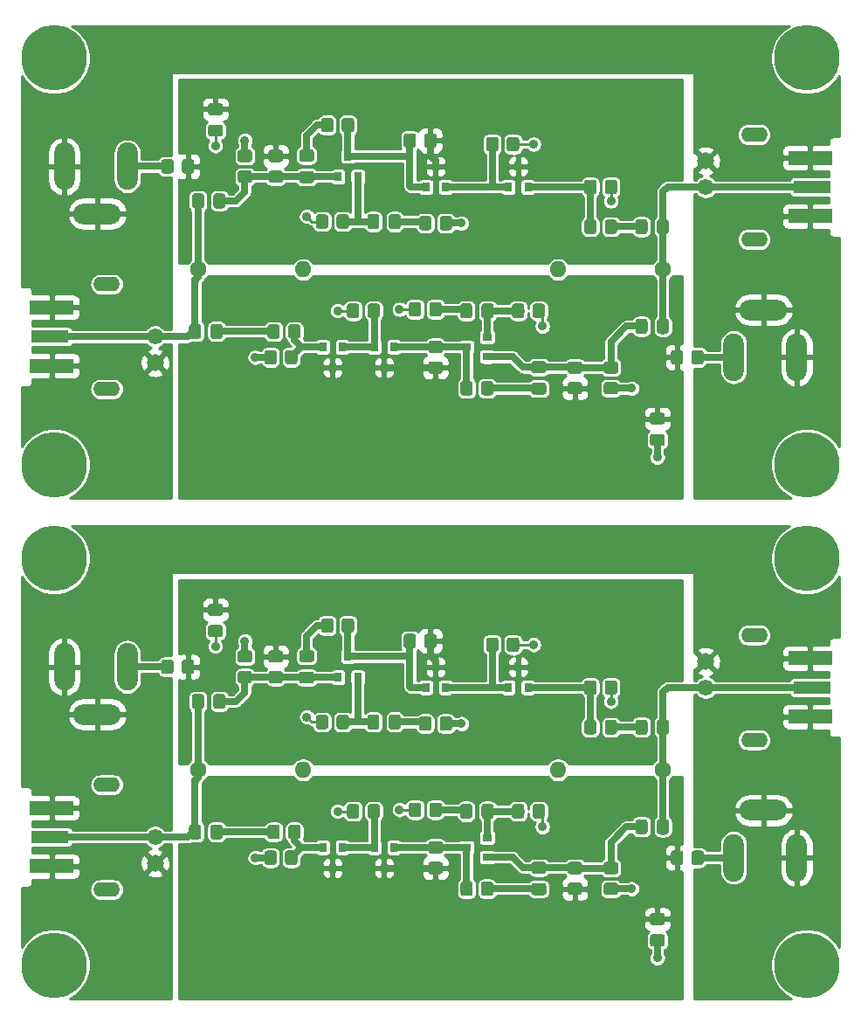
<source format=gtl>
%MOIN*%
%OFA0B0*%
%FSLAX46Y46*%
%IPPOS*%
%LPD*%
%ADD10C,0.062992125984251982*%
%ADD11O,0.062992125984251982X0.062992125984251982*%
%ADD12R,0.16535433070866143X0.053149606299212608*%
%ADD13R,0.14173228346456693X0.05*%
%ADD14C,0.062*%
%ADD15C,0.065*%
%ADD16O,0.10236220472440946X0.055118110236220472*%
%ADD17R,0.031496062992125991X0.035433070866141732*%
%ADD18R,0.035433070866141732X0.031496062992125991*%
%ADD19O,0.18110236220472439X0.07874015748031496*%
%ADD20O,0.07874015748031496X0.18110236220472439*%
%ADD21C,0.25*%
%ADD22C,0.035*%
%ADD23C,0.01*%
%ADD24C,0.025*%
%ADD25C,0.005905511811023622*%
%ADD36C,0.062992125984251982*%
%ADD37O,0.062992125984251982X0.062992125984251982*%
%ADD38R,0.16535433070866143X0.053149606299212608*%
%ADD39R,0.14173228346456693X0.05*%
%ADD40C,0.062*%
%ADD41C,0.065*%
%ADD42O,0.10236220472440946X0.055118110236220472*%
%ADD43R,0.031496062992125991X0.035433070866141732*%
%ADD44R,0.035433070866141732X0.031496062992125991*%
%ADD45O,0.18110236220472439X0.07874015748031496*%
%ADD46O,0.07874015748031496X0.18110236220472439*%
%ADD47C,0.25*%
%ADD48C,0.035*%
%ADD49C,0.01*%
%ADD50C,0.025*%
%ADD51C,0.005905511811023622*%
%LPD*%
G01*
G36*
G01*
X0002618110Y0000568897D02*
X0002618110Y0000533464D01*
G75*
G02*
X0002608267Y0000523622I-0000009842D01*
G01*
X0002580708Y0000523622D01*
G75*
G02*
X0002570866Y0000533464J0000009842D01*
G01*
X0002570866Y0000568897D01*
G75*
G02*
X0002580708Y0000578740I0000009842D01*
G01*
X0002608267Y0000578740D01*
G75*
G02*
X0002618110Y0000568897J-0000009842D01*
G01*
G37*
G36*
G01*
X0002539370Y0000568897D02*
X0002539370Y0000533464D01*
G75*
G02*
X0002529527Y0000523622I-0000009842D01*
G01*
X0002501968Y0000523622D01*
G75*
G02*
X0002492125Y0000533464J0000009842D01*
G01*
X0002492125Y0000568897D01*
G75*
G02*
X0002501968Y0000578740I0000009842D01*
G01*
X0002529527Y0000578740D01*
G75*
G02*
X0002539370Y0000568897J-0000009842D01*
G01*
G37*
D10*
X0002461614Y0000885826D03*
D11*
X0002061614Y0000885826D03*
D12*
X0000129921Y0000741141D03*
X0000129921Y0000518700D03*
D13*
X0000122047Y0000629921D03*
X0003031496Y0001200787D03*
D12*
X0003023622Y0001312007D03*
X0003023622Y0001089566D03*
D14*
X0000523622Y0000629921D03*
D15*
X0000523622Y0000529921D03*
D16*
X0000339370Y0000429921D03*
X0000339370Y0000829921D03*
X0002810236Y0001000787D03*
X0002810236Y0001400787D03*
D15*
X0002625984Y0001300787D03*
D14*
X0002625984Y0001200787D03*
G36*
G01*
X0000735236Y0001520669D02*
X0000772637Y0001520669D01*
G75*
G02*
X0000782480Y0001510826J-0000009842D01*
G01*
X0000782480Y0001484251D01*
G75*
G02*
X0000772637Y0001474409I-0000009842D01*
G01*
X0000735236Y0001474409D01*
G75*
G02*
X0000725393Y0001484251J0000009842D01*
G01*
X0000725393Y0001510826D01*
G75*
G02*
X0000735236Y0001520669I0000009842D01*
G01*
G37*
G36*
G01*
X0000735236Y0001438976D02*
X0000772637Y0001438976D01*
G75*
G02*
X0000782480Y0001429133J-0000009842D01*
G01*
X0000782480Y0001402559D01*
G75*
G02*
X0000772637Y0001392716I-0000009842D01*
G01*
X0000735236Y0001392716D01*
G75*
G02*
X0000725393Y0001402559J0000009842D01*
G01*
X0000725393Y0001429133D01*
G75*
G02*
X0000735236Y0001438976I0000009842D01*
G01*
G37*
G36*
G01*
X0000710629Y0001166338D02*
X0000710629Y0001128936D01*
G75*
G02*
X0000700787Y0001119094I-0000009842D01*
G01*
X0000674212Y0001119094D01*
G75*
G02*
X0000664370Y0001128936J0000009842D01*
G01*
X0000664370Y0001166338D01*
G75*
G02*
X0000674212Y0001176181I0000009842D01*
G01*
X0000700787Y0001176181D01*
G75*
G02*
X0000710629Y0001166338J-0000009842D01*
G01*
G37*
G36*
G01*
X0000792322Y0001166338D02*
X0000792322Y0001128936D01*
G75*
G02*
X0000782480Y0001119094I-0000009842D01*
G01*
X0000755905Y0001119094D01*
G75*
G02*
X0000746062Y0001128936J0000009842D01*
G01*
X0000746062Y0001166338D01*
G75*
G02*
X0000755905Y0001176181I0000009842D01*
G01*
X0000782480Y0001176181D01*
G75*
G02*
X0000792322Y0001166338J-0000009842D01*
G01*
G37*
G36*
G01*
X0001083661Y0001343503D02*
X0001121062Y0001343503D01*
G75*
G02*
X0001130905Y0001333661J-0000009842D01*
G01*
X0001130905Y0001307086D01*
G75*
G02*
X0001121062Y0001297244I-0000009842D01*
G01*
X0001083661Y0001297244D01*
G75*
G02*
X0001073818Y0001307086J0000009842D01*
G01*
X0001073818Y0001333661D01*
G75*
G02*
X0001083661Y0001343503I0000009842D01*
G01*
G37*
G36*
G01*
X0001083661Y0001261810D02*
X0001121062Y0001261810D01*
G75*
G02*
X0001130905Y0001251968J-0000009842D01*
G01*
X0001130905Y0001225393D01*
G75*
G02*
X0001121062Y0001215551I-0000009842D01*
G01*
X0001083661Y0001215551D01*
G75*
G02*
X0001073818Y0001225393J0000009842D01*
G01*
X0001073818Y0001251968D01*
G75*
G02*
X0001083661Y0001261810I0000009842D01*
G01*
G37*
G36*
G01*
X0001379921Y0001087598D02*
X0001379921Y0001050196D01*
G75*
G02*
X0001370078Y0001040354I-0000009842D01*
G01*
X0001343503Y0001040354D01*
G75*
G02*
X0001333661Y0001050196J0000009842D01*
G01*
X0001333661Y0001087598D01*
G75*
G02*
X0001343503Y0001097440I0000009842D01*
G01*
X0001370078Y0001097440D01*
G75*
G02*
X0001379921Y0001087598J-0000009842D01*
G01*
G37*
G36*
G01*
X0001461614Y0001087598D02*
X0001461614Y0001050196D01*
G75*
G02*
X0001451771Y0001040354I-0000009842D01*
G01*
X0001425196Y0001040354D01*
G75*
G02*
X0001415354Y0001050196J0000009842D01*
G01*
X0001415354Y0001087598D01*
G75*
G02*
X0001425196Y0001097440I0000009842D01*
G01*
X0001451771Y0001097440D01*
G75*
G02*
X0001461614Y0001087598J-0000009842D01*
G01*
G37*
G36*
G01*
X0002403543Y0001067913D02*
X0002403543Y0001030511D01*
G75*
G02*
X0002393700Y0001020669I-0000009842D01*
G01*
X0002367125Y0001020669D01*
G75*
G02*
X0002357283Y0001030511J0000009842D01*
G01*
X0002357283Y0001067913D01*
G75*
G02*
X0002367125Y0001077755I0000009842D01*
G01*
X0002393700Y0001077755D01*
G75*
G02*
X0002403543Y0001067913J-0000009842D01*
G01*
G37*
G36*
G01*
X0002485236Y0001067913D02*
X0002485236Y0001030511D01*
G75*
G02*
X0002475393Y0001020669I-0000009842D01*
G01*
X0002448818Y0001020669D01*
G75*
G02*
X0002438976Y0001030511J0000009842D01*
G01*
X0002438976Y0001067913D01*
G75*
G02*
X0002448818Y0001077755I0000009842D01*
G01*
X0002475393Y0001077755D01*
G75*
G02*
X0002485236Y0001067913J-0000009842D01*
G01*
G37*
G36*
G01*
X0002357283Y0000650590D02*
X0002357283Y0000687992D01*
G75*
G02*
X0002367125Y0000697834I0000009842D01*
G01*
X0002393700Y0000697834D01*
G75*
G02*
X0002403543Y0000687992J-0000009842D01*
G01*
X0002403543Y0000650590D01*
G75*
G02*
X0002393700Y0000640747I-0000009842D01*
G01*
X0002367125Y0000640747D01*
G75*
G02*
X0002357283Y0000650590J0000009842D01*
G01*
G37*
G36*
G01*
X0002438976Y0000650590D02*
X0002438976Y0000687992D01*
G75*
G02*
X0002448818Y0000697834I0000009842D01*
G01*
X0002475393Y0000697834D01*
G75*
G02*
X0002485236Y0000687992J-0000009842D01*
G01*
X0002485236Y0000650590D01*
G75*
G02*
X0002475393Y0000640747I-0000009842D01*
G01*
X0002448818Y0000640747D01*
G75*
G02*
X0002438976Y0000650590J0000009842D01*
G01*
G37*
G36*
G01*
X0002422244Y0000340551D02*
X0002459645Y0000340551D01*
G75*
G02*
X0002469488Y0000330708J-0000009842D01*
G01*
X0002469488Y0000304133D01*
G75*
G02*
X0002459645Y0000294291I-0000009842D01*
G01*
X0002422244Y0000294291D01*
G75*
G02*
X0002412401Y0000304133J0000009842D01*
G01*
X0002412401Y0000330708D01*
G75*
G02*
X0002422244Y0000340551I0000009842D01*
G01*
G37*
G36*
G01*
X0002422244Y0000258858D02*
X0002459645Y0000258858D01*
G75*
G02*
X0002469488Y0000249015J-0000009842D01*
G01*
X0002469488Y0000222440D01*
G75*
G02*
X0002459645Y0000212598I-0000009842D01*
G01*
X0002422244Y0000212598D01*
G75*
G02*
X0002412401Y0000222440J0000009842D01*
G01*
X0002412401Y0000249015D01*
G75*
G02*
X0002422244Y0000258858I0000009842D01*
G01*
G37*
G36*
G01*
X0002006889Y0000490157D02*
X0001969488Y0000490157D01*
G75*
G02*
X0001959645Y0000500000J0000009842D01*
G01*
X0001959645Y0000526574D01*
G75*
G02*
X0001969488Y0000536417I0000009842D01*
G01*
X0002006889Y0000536417D01*
G75*
G02*
X0002016732Y0000526574J-0000009842D01*
G01*
X0002016732Y0000500000D01*
G75*
G02*
X0002006889Y0000490157I-0000009842D01*
G01*
G37*
G36*
G01*
X0002006889Y0000408464D02*
X0001969488Y0000408464D01*
G75*
G02*
X0001959645Y0000418307J0000009842D01*
G01*
X0001959645Y0000444881D01*
G75*
G02*
X0001969488Y0000454724I0000009842D01*
G01*
X0002006889Y0000454724D01*
G75*
G02*
X0002016732Y0000444881J-0000009842D01*
G01*
X0002016732Y0000418307D01*
G75*
G02*
X0002006889Y0000408464I-0000009842D01*
G01*
G37*
G36*
G01*
X0001687992Y0000709645D02*
X0001687992Y0000747047D01*
G75*
G02*
X0001697834Y0000756889I0000009842D01*
G01*
X0001724409Y0000756889D01*
G75*
G02*
X0001734251Y0000747047J-0000009842D01*
G01*
X0001734251Y0000709645D01*
G75*
G02*
X0001724409Y0000699803I-0000009842D01*
G01*
X0001697834Y0000699803D01*
G75*
G02*
X0001687992Y0000709645J0000009842D01*
G01*
G37*
G36*
G01*
X0001769685Y0000709645D02*
X0001769685Y0000747047D01*
G75*
G02*
X0001779527Y0000756889I0000009842D01*
G01*
X0001806102Y0000756889D01*
G75*
G02*
X0001815944Y0000747047J-0000009842D01*
G01*
X0001815944Y0000709645D01*
G75*
G02*
X0001806102Y0000699803I-0000009842D01*
G01*
X0001779527Y0000699803D01*
G75*
G02*
X0001769685Y0000709645J0000009842D01*
G01*
G37*
G36*
G01*
X0000735039Y0000630905D02*
X0000735039Y0000668307D01*
G75*
G02*
X0000744881Y0000678149I0000009842D01*
G01*
X0000771456Y0000678149D01*
G75*
G02*
X0000781299Y0000668307J-0000009842D01*
G01*
X0000781299Y0000630905D01*
G75*
G02*
X0000771456Y0000621062I-0000009842D01*
G01*
X0000744881Y0000621062D01*
G75*
G02*
X0000735039Y0000630905J0000009842D01*
G01*
G37*
G36*
G01*
X0000653346Y0000630905D02*
X0000653346Y0000668307D01*
G75*
G02*
X0000663188Y0000678149I0000009842D01*
G01*
X0000689763Y0000678149D01*
G75*
G02*
X0000699606Y0000668307J-0000009842D01*
G01*
X0000699606Y0000630905D01*
G75*
G02*
X0000689763Y0000621062I-0000009842D01*
G01*
X0000663188Y0000621062D01*
G75*
G02*
X0000653346Y0000630905J0000009842D01*
G01*
G37*
G36*
G01*
X0000966535Y0001263779D02*
X0001001968Y0001263779D01*
G75*
G02*
X0001011811Y0001253937J-0000009842D01*
G01*
X0001011811Y0001226377D01*
G75*
G02*
X0001001968Y0001216535I-0000009842D01*
G01*
X0000966535Y0001216535D01*
G75*
G02*
X0000956692Y0001226377J0000009842D01*
G01*
X0000956692Y0001253937D01*
G75*
G02*
X0000966535Y0001263779I0000009842D01*
G01*
G37*
G36*
G01*
X0000966535Y0001342519D02*
X0001001968Y0001342519D01*
G75*
G02*
X0001011811Y0001332677J-0000009842D01*
G01*
X0001011811Y0001305118D01*
G75*
G02*
X0001001968Y0001295275I-0000009842D01*
G01*
X0000966535Y0001295275D01*
G75*
G02*
X0000956692Y0001305118J0000009842D01*
G01*
X0000956692Y0001332677D01*
G75*
G02*
X0000966535Y0001342519I0000009842D01*
G01*
G37*
G36*
G01*
X0000883858Y0001216535D02*
X0000848425Y0001216535D01*
G75*
G02*
X0000838582Y0001226377J0000009842D01*
G01*
X0000838582Y0001253937D01*
G75*
G02*
X0000848425Y0001263779I0000009842D01*
G01*
X0000883858Y0001263779D01*
G75*
G02*
X0000893700Y0001253937J-0000009842D01*
G01*
X0000893700Y0001226377D01*
G75*
G02*
X0000883858Y0001216535I-0000009842D01*
G01*
G37*
G36*
G01*
X0000883858Y0001295275D02*
X0000848425Y0001295275D01*
G75*
G02*
X0000838582Y0001305118J0000009842D01*
G01*
X0000838582Y0001332677D01*
G75*
G02*
X0000848425Y0001342519I0000009842D01*
G01*
X0000883858Y0001342519D01*
G75*
G02*
X0000893700Y0001332677J-0000009842D01*
G01*
X0000893700Y0001305118D01*
G75*
G02*
X0000883858Y0001295275I-0000009842D01*
G01*
G37*
G36*
G01*
X0001283464Y0001454724D02*
X0001283464Y0001419291D01*
G75*
G02*
X0001273622Y0001409448I-0000009842D01*
G01*
X0001246062Y0001409448D01*
G75*
G02*
X0001236220Y0001419291J0000009842D01*
G01*
X0001236220Y0001454724D01*
G75*
G02*
X0001246062Y0001464566I0000009842D01*
G01*
X0001273622Y0001464566D01*
G75*
G02*
X0001283464Y0001454724J-0000009842D01*
G01*
G37*
G36*
G01*
X0001204724Y0001454724D02*
X0001204724Y0001419291D01*
G75*
G02*
X0001194881Y0001409448I-0000009842D01*
G01*
X0001167322Y0001409448D01*
G75*
G02*
X0001157480Y0001419291J0000009842D01*
G01*
X0001157480Y0001454724D01*
G75*
G02*
X0001167322Y0001464566I0000009842D01*
G01*
X0001194881Y0001464566D01*
G75*
G02*
X0001204724Y0001454724J-0000009842D01*
G01*
G37*
G36*
G01*
X0000625984Y0001261810D02*
X0000625984Y0001297244D01*
G75*
G02*
X0000635826Y0001307086I0000009842D01*
G01*
X0000663385Y0001307086D01*
G75*
G02*
X0000673228Y0001297244J-0000009842D01*
G01*
X0000673228Y0001261810D01*
G75*
G02*
X0000663385Y0001251968I-0000009842D01*
G01*
X0000635826Y0001251968D01*
G75*
G02*
X0000625984Y0001261810J0000009842D01*
G01*
G37*
G36*
G01*
X0000547244Y0001261810D02*
X0000547244Y0001297244D01*
G75*
G02*
X0000557086Y0001307086I0000009842D01*
G01*
X0000584645Y0001307086D01*
G75*
G02*
X0000594488Y0001297244J-0000009842D01*
G01*
X0000594488Y0001261810D01*
G75*
G02*
X0000584645Y0001251968I-0000009842D01*
G01*
X0000557086Y0001251968D01*
G75*
G02*
X0000547244Y0001261810J0000009842D01*
G01*
G37*
G36*
G01*
X0001598425Y0001395669D02*
X0001598425Y0001360236D01*
G75*
G02*
X0001588582Y0001350393I-0000009842D01*
G01*
X0001561023Y0001350393D01*
G75*
G02*
X0001551181Y0001360236J0000009842D01*
G01*
X0001551181Y0001395669D01*
G75*
G02*
X0001561023Y0001405511I0000009842D01*
G01*
X0001588582Y0001405511D01*
G75*
G02*
X0001598425Y0001395669J-0000009842D01*
G01*
G37*
G36*
G01*
X0001519685Y0001395669D02*
X0001519685Y0001360236D01*
G75*
G02*
X0001509842Y0001350393I-0000009842D01*
G01*
X0001482283Y0001350393D01*
G75*
G02*
X0001472440Y0001360236J0000009842D01*
G01*
X0001472440Y0001395669D01*
G75*
G02*
X0001482283Y0001405511I0000009842D01*
G01*
X0001509842Y0001405511D01*
G75*
G02*
X0001519685Y0001395669J-0000009842D01*
G01*
G37*
G36*
G01*
X0001263779Y0001086614D02*
X0001263779Y0001051181D01*
G75*
G02*
X0001253937Y0001041338I-0000009842D01*
G01*
X0001226377Y0001041338D01*
G75*
G02*
X0001216535Y0001051181J0000009842D01*
G01*
X0001216535Y0001086614D01*
G75*
G02*
X0001226377Y0001096456I0000009842D01*
G01*
X0001253937Y0001096456D01*
G75*
G02*
X0001263779Y0001086614J-0000009842D01*
G01*
G37*
G36*
G01*
X0001185039Y0001086614D02*
X0001185039Y0001051181D01*
G75*
G02*
X0001175196Y0001041338I-0000009842D01*
G01*
X0001147637Y0001041338D01*
G75*
G02*
X0001137795Y0001051181J0000009842D01*
G01*
X0001137795Y0001086614D01*
G75*
G02*
X0001147637Y0001096456I0000009842D01*
G01*
X0001175196Y0001096456D01*
G75*
G02*
X0001185039Y0001086614J-0000009842D01*
G01*
G37*
G36*
G01*
X0001610236Y0001045275D02*
X0001610236Y0001080708D01*
G75*
G02*
X0001620078Y0001090551I0000009842D01*
G01*
X0001647637Y0001090551D01*
G75*
G02*
X0001657480Y0001080708J-0000009842D01*
G01*
X0001657480Y0001045275D01*
G75*
G02*
X0001647637Y0001035433I-0000009842D01*
G01*
X0001620078Y0001035433D01*
G75*
G02*
X0001610236Y0001045275J0000009842D01*
G01*
G37*
G36*
G01*
X0001531496Y0001045275D02*
X0001531496Y0001080708D01*
G75*
G02*
X0001541338Y0001090551I0000009842D01*
G01*
X0001568897Y0001090551D01*
G75*
G02*
X0001578740Y0001080708J-0000009842D01*
G01*
X0001578740Y0001045275D01*
G75*
G02*
X0001568897Y0001035433I-0000009842D01*
G01*
X0001541338Y0001035433D01*
G75*
G02*
X0001531496Y0001045275J0000009842D01*
G01*
G37*
G36*
G01*
X0001866141Y0001346456D02*
X0001866141Y0001381889D01*
G75*
G02*
X0001875984Y0001391732I0000009842D01*
G01*
X0001903543Y0001391732D01*
G75*
G02*
X0001913385Y0001381889J-0000009842D01*
G01*
X0001913385Y0001346456D01*
G75*
G02*
X0001903543Y0001336614I-0000009842D01*
G01*
X0001875984Y0001336614D01*
G75*
G02*
X0001866141Y0001346456J0000009842D01*
G01*
G37*
G36*
G01*
X0001787401Y0001346456D02*
X0001787401Y0001381889D01*
G75*
G02*
X0001797244Y0001391732I0000009842D01*
G01*
X0001824803Y0001391732D01*
G75*
G02*
X0001834645Y0001381889J-0000009842D01*
G01*
X0001834645Y0001346456D01*
G75*
G02*
X0001824803Y0001336614I-0000009842D01*
G01*
X0001797244Y0001336614D01*
G75*
G02*
X0001787401Y0001346456J0000009842D01*
G01*
G37*
G36*
G01*
X0002161417Y0001183070D02*
X0002161417Y0001218503D01*
G75*
G02*
X0002171259Y0001228346I0000009842D01*
G01*
X0002198818Y0001228346D01*
G75*
G02*
X0002208661Y0001218503J-0000009842D01*
G01*
X0002208661Y0001183070D01*
G75*
G02*
X0002198818Y0001173228I-0000009842D01*
G01*
X0002171259Y0001173228D01*
G75*
G02*
X0002161417Y0001183070J0000009842D01*
G01*
G37*
G36*
G01*
X0002240157Y0001183070D02*
X0002240157Y0001218503D01*
G75*
G02*
X0002249999Y0001228346I0000009842D01*
G01*
X0002277559Y0001228346D01*
G75*
G02*
X0002287401Y0001218503J-0000009842D01*
G01*
X0002287401Y0001183070D01*
G75*
G02*
X0002277559Y0001173228I-0000009842D01*
G01*
X0002249999Y0001173228D01*
G75*
G02*
X0002240157Y0001183070J0000009842D01*
G01*
G37*
G36*
G01*
X0002208661Y0001066929D02*
X0002208661Y0001031495D01*
G75*
G02*
X0002198818Y0001021653I-0000009842D01*
G01*
X0002171259Y0001021653D01*
G75*
G02*
X0002161417Y0001031495J0000009842D01*
G01*
X0002161417Y0001066929D01*
G75*
G02*
X0002171259Y0001076771I0000009842D01*
G01*
X0002198818Y0001076771D01*
G75*
G02*
X0002208661Y0001066929J-0000009842D01*
G01*
G37*
G36*
G01*
X0002287401Y0001066929D02*
X0002287401Y0001031495D01*
G75*
G02*
X0002277559Y0001021653I-0000009842D01*
G01*
X0002249999Y0001021653D01*
G75*
G02*
X0002240157Y0001031495J0000009842D01*
G01*
X0002240157Y0001066929D01*
G75*
G02*
X0002249999Y0001076771I0000009842D01*
G01*
X0002277559Y0001076771D01*
G75*
G02*
X0002287401Y0001066929J-0000009842D01*
G01*
G37*
G36*
G01*
X0002143700Y0000488188D02*
X0002108267Y0000488188D01*
G75*
G02*
X0002098425Y0000498031J0000009842D01*
G01*
X0002098425Y0000525590D01*
G75*
G02*
X0002108267Y0000535433I0000009842D01*
G01*
X0002143700Y0000535433D01*
G75*
G02*
X0002153543Y0000525590J-0000009842D01*
G01*
X0002153543Y0000498031D01*
G75*
G02*
X0002143700Y0000488188I-0000009842D01*
G01*
G37*
G36*
G01*
X0002143700Y0000409448D02*
X0002108267Y0000409448D01*
G75*
G02*
X0002098425Y0000419291J0000009842D01*
G01*
X0002098425Y0000446850D01*
G75*
G02*
X0002108267Y0000456692I0000009842D01*
G01*
X0002143700Y0000456692D01*
G75*
G02*
X0002153543Y0000446850J-0000009842D01*
G01*
X0002153543Y0000419291D01*
G75*
G02*
X0002143700Y0000409448I-0000009842D01*
G01*
G37*
G36*
G01*
X0002246062Y0000535433D02*
X0002281496Y0000535433D01*
G75*
G02*
X0002291338Y0000525590J-0000009842D01*
G01*
X0002291338Y0000498031D01*
G75*
G02*
X0002281496Y0000488188I-0000009842D01*
G01*
X0002246062Y0000488188D01*
G75*
G02*
X0002236220Y0000498031J0000009842D01*
G01*
X0002236220Y0000525590D01*
G75*
G02*
X0002246062Y0000535433I0000009842D01*
G01*
G37*
G36*
G01*
X0002246062Y0000456692D02*
X0002281496Y0000456692D01*
G75*
G02*
X0002291338Y0000446850J-0000009842D01*
G01*
X0002291338Y0000419291D01*
G75*
G02*
X0002281496Y0000409448I-0000009842D01*
G01*
X0002246062Y0000409448D01*
G75*
G02*
X0002236220Y0000419291J0000009842D01*
G01*
X0002236220Y0000446850D01*
G75*
G02*
X0002246062Y0000456692I0000009842D01*
G01*
G37*
G36*
G01*
X0001688976Y0000415354D02*
X0001688976Y0000450787D01*
G75*
G02*
X0001698818Y0000460629I0000009842D01*
G01*
X0001726377Y0000460629D01*
G75*
G02*
X0001736220Y0000450787J-0000009842D01*
G01*
X0001736220Y0000415354D01*
G75*
G02*
X0001726377Y0000405511I-0000009842D01*
G01*
X0001698818Y0000405511D01*
G75*
G02*
X0001688976Y0000415354J0000009842D01*
G01*
G37*
G36*
G01*
X0001767716Y0000415354D02*
X0001767716Y0000450787D01*
G75*
G02*
X0001777559Y0000460629I0000009842D01*
G01*
X0001805118Y0000460629D01*
G75*
G02*
X0001814960Y0000450787J-0000009842D01*
G01*
X0001814960Y0000415354D01*
G75*
G02*
X0001805118Y0000405511I-0000009842D01*
G01*
X0001777559Y0000405511D01*
G75*
G02*
X0001767716Y0000415354J0000009842D01*
G01*
G37*
G36*
G01*
X0001612204Y0000566929D02*
X0001576771Y0000566929D01*
G75*
G02*
X0001566929Y0000576771J0000009842D01*
G01*
X0001566929Y0000604330D01*
G75*
G02*
X0001576771Y0000614173I0000009842D01*
G01*
X0001612204Y0000614173D01*
G75*
G02*
X0001622047Y0000604330J-0000009842D01*
G01*
X0001622047Y0000576771D01*
G75*
G02*
X0001612204Y0000566929I-0000009842D01*
G01*
G37*
G36*
G01*
X0001612204Y0000488188D02*
X0001576771Y0000488188D01*
G75*
G02*
X0001566929Y0000498031J0000009842D01*
G01*
X0001566929Y0000525590D01*
G75*
G02*
X0001576771Y0000535433I0000009842D01*
G01*
X0001612204Y0000535433D01*
G75*
G02*
X0001622047Y0000525590J-0000009842D01*
G01*
X0001622047Y0000498031D01*
G75*
G02*
X0001612204Y0000488188I-0000009842D01*
G01*
G37*
G36*
G01*
X0001964566Y0000710629D02*
X0001964566Y0000746063D01*
G75*
G02*
X0001974409Y0000755905I0000009842D01*
G01*
X0002001968Y0000755905D01*
G75*
G02*
X0002011810Y0000746063J-0000009842D01*
G01*
X0002011810Y0000710629D01*
G75*
G02*
X0002001968Y0000700787I-0000009842D01*
G01*
X0001974409Y0000700787D01*
G75*
G02*
X0001964566Y0000710629J0000009842D01*
G01*
G37*
G36*
G01*
X0001885826Y0000710629D02*
X0001885826Y0000746063D01*
G75*
G02*
X0001895669Y0000755905I0000009842D01*
G01*
X0001923228Y0000755905D01*
G75*
G02*
X0001933070Y0000746063J-0000009842D01*
G01*
X0001933070Y0000710629D01*
G75*
G02*
X0001923228Y0000700787I-0000009842D01*
G01*
X0001895669Y0000700787D01*
G75*
G02*
X0001885826Y0000710629J0000009842D01*
G01*
G37*
G36*
G01*
X0001539370Y0000751968D02*
X0001539370Y0000716535D01*
G75*
G02*
X0001529527Y0000706692I-0000009842D01*
G01*
X0001501968Y0000706692D01*
G75*
G02*
X0001492125Y0000716535J0000009842D01*
G01*
X0001492125Y0000751968D01*
G75*
G02*
X0001501968Y0000761810I0000009842D01*
G01*
X0001529527Y0000761810D01*
G75*
G02*
X0001539370Y0000751968J-0000009842D01*
G01*
G37*
G36*
G01*
X0001618110Y0000751968D02*
X0001618110Y0000716535D01*
G75*
G02*
X0001608267Y0000706692I-0000009842D01*
G01*
X0001580708Y0000706692D01*
G75*
G02*
X0001570866Y0000716535J0000009842D01*
G01*
X0001570866Y0000751968D01*
G75*
G02*
X0001580708Y0000761810I0000009842D01*
G01*
X0001608267Y0000761810D01*
G75*
G02*
X0001618110Y0000751968J-0000009842D01*
G01*
G37*
G36*
G01*
X0001381889Y0000746063D02*
X0001381889Y0000710629D01*
G75*
G02*
X0001372047Y0000700787I-0000009842D01*
G01*
X0001344488Y0000700787D01*
G75*
G02*
X0001334645Y0000710629J0000009842D01*
G01*
X0001334645Y0000746063D01*
G75*
G02*
X0001344488Y0000755905I0000009842D01*
G01*
X0001372047Y0000755905D01*
G75*
G02*
X0001381889Y0000746063J-0000009842D01*
G01*
G37*
G36*
G01*
X0001303149Y0000746063D02*
X0001303149Y0000710629D01*
G75*
G02*
X0001293307Y0000700787I-0000009842D01*
G01*
X0001265747Y0000700787D01*
G75*
G02*
X0001255905Y0000710629J0000009842D01*
G01*
X0001255905Y0000746063D01*
G75*
G02*
X0001265747Y0000755905I0000009842D01*
G01*
X0001293307Y0000755905D01*
G75*
G02*
X0001303149Y0000746063J-0000009842D01*
G01*
G37*
G36*
G01*
X0001066929Y0000568897D02*
X0001066929Y0000533464D01*
G75*
G02*
X0001057086Y0000523622I-0000009842D01*
G01*
X0001029527Y0000523622D01*
G75*
G02*
X0001019685Y0000533464J0000009842D01*
G01*
X0001019685Y0000568897D01*
G75*
G02*
X0001029527Y0000578740I0000009842D01*
G01*
X0001057086Y0000578740D01*
G75*
G02*
X0001066929Y0000568897J-0000009842D01*
G01*
G37*
G36*
G01*
X0000988188Y0000568897D02*
X0000988188Y0000533464D01*
G75*
G02*
X0000978346Y0000523622I-0000009842D01*
G01*
X0000950787Y0000523622D01*
G75*
G02*
X0000940944Y0000533464J0000009842D01*
G01*
X0000940944Y0000568897D01*
G75*
G02*
X0000950787Y0000578740I0000009842D01*
G01*
X0000978346Y0000578740D01*
G75*
G02*
X0000988188Y0000568897J-0000009842D01*
G01*
G37*
G36*
G01*
X0001031496Y0000631889D02*
X0001031496Y0000667322D01*
G75*
G02*
X0001041338Y0000677165I0000009842D01*
G01*
X0001068897Y0000677165D01*
G75*
G02*
X0001078740Y0000667322J-0000009842D01*
G01*
X0001078740Y0000631889D01*
G75*
G02*
X0001068897Y0000622047I-0000009842D01*
G01*
X0001041338Y0000622047D01*
G75*
G02*
X0001031496Y0000631889J0000009842D01*
G01*
G37*
G36*
G01*
X0000952755Y0000631889D02*
X0000952755Y0000667322D01*
G75*
G02*
X0000962598Y0000677165I0000009842D01*
G01*
X0000990157Y0000677165D01*
G75*
G02*
X0001000000Y0000667322J-0000009842D01*
G01*
X0001000000Y0000631889D01*
G75*
G02*
X0000990157Y0000622047I-0000009842D01*
G01*
X0000962598Y0000622047D01*
G75*
G02*
X0000952755Y0000631889J0000009842D01*
G01*
G37*
D17*
X0001222440Y0001240157D03*
X0001297244Y0001240157D03*
X0001259842Y0001318897D03*
X0001594488Y0001279527D03*
X0001631889Y0001200787D03*
X0001557086Y0001200787D03*
X0001872047Y0001200787D03*
X0001946850Y0001200787D03*
X0001909448Y0001279527D03*
D18*
X0001712598Y0000590551D03*
X0001791338Y0000627952D03*
X0001791338Y0000553149D03*
D17*
X0001435039Y0000590551D03*
X0001360236Y0000590551D03*
X0001397637Y0000511811D03*
X0001200787Y0000511811D03*
X0001163385Y0000590551D03*
X0001238188Y0000590551D03*
D19*
X0000303149Y0001098425D03*
D20*
X0000417322Y0001279527D03*
X0000177165Y0001279527D03*
X0002972440Y0000551181D03*
X0002732283Y0000551181D03*
D19*
X0002846456Y0000732283D03*
D11*
X0001088976Y0000885826D03*
D10*
X0000688976Y0000885826D03*
D21*
X0000137795Y0000141732D03*
X0003011811Y0000141732D03*
X0003011811Y0001692913D03*
X0000137795Y0001692913D03*
D22*
X0001220472Y0000728346D03*
X0001456692Y0000734251D03*
X0001968503Y0001364173D03*
X0000753937Y0001358267D03*
X0002263779Y0001147637D03*
X0002137795Y0001724409D03*
X0002637795Y0000944881D03*
X0000137795Y0000433070D03*
X0000551181Y0000885826D03*
X0002001968Y0000669291D03*
X0003043307Y0001003937D03*
X0002775590Y0001712598D03*
X0002381889Y0001724409D03*
X0001889763Y0001732283D03*
X0001397637Y0001732283D03*
X0000944881Y0001732283D03*
X0000492125Y0001732283D03*
X0000334645Y0001555118D03*
X0000157480Y0000826771D03*
X0000334645Y0001732283D03*
X0000551181Y0000374015D03*
X0000334645Y0000177165D03*
X0002594488Y0001724409D03*
X0001177165Y0001732283D03*
X0002755905Y0000078740D03*
X0002755905Y0000255905D03*
X0001641732Y0001732283D03*
X0000696850Y0001732283D03*
X0002440944Y0000169291D03*
X0002342519Y0000433070D03*
X0000905511Y0000551181D03*
X0001692913Y0001062992D03*
X0001102362Y0001088582D03*
X0000866141Y0001377952D03*
D23*
X0001220472Y0000728346D02*
X0001279527Y0000728346D01*
X0001515748Y0000734251D02*
X0001456692Y0000734251D01*
X0001122047Y0001068897D02*
X0001102362Y0001088582D01*
X0001161417Y0001068897D02*
X0001122047Y0001068897D01*
X0001909448Y0001364173D02*
X0001968503Y0001364173D01*
X0000753937Y0001415846D02*
X0000753937Y0001358267D01*
X0002263779Y0001206692D02*
X0002263779Y0001147637D01*
X0002001968Y0000728346D02*
X0002001968Y0000669291D01*
D24*
X0002440944Y0000235728D02*
X0002440944Y0000169291D01*
X0002263779Y0000433070D02*
X0002342519Y0000433070D01*
X0000964566Y0000551181D02*
X0000905511Y0000551181D01*
X0001633858Y0001062992D02*
X0001692913Y0001062992D01*
X0000866141Y0001318897D02*
X0000866141Y0001377952D01*
X0000984251Y0001240157D02*
X0000866141Y0001240157D01*
X0000988188Y0001244094D02*
X0000984251Y0001240157D01*
X0001100885Y0001240157D02*
X0001102362Y0001238681D01*
X0001003937Y0001240157D02*
X0001100885Y0001240157D01*
X0001103838Y0001240157D02*
X0001102362Y0001238681D01*
X0001222440Y0001240157D02*
X0001103838Y0001240157D01*
X0000866141Y0001181102D02*
X0000866141Y0001240157D01*
X0000832677Y0001147637D02*
X0000866141Y0001181102D01*
X0000769192Y0001147637D02*
X0000832677Y0001147637D01*
X0001102362Y0001320373D02*
X0001102362Y0001397637D01*
X0001141732Y0001437007D02*
X0001181102Y0001437007D01*
X0001102362Y0001397637D02*
X0001141732Y0001437007D01*
X0002263779Y0001049212D02*
X0002380413Y0001049212D01*
X0001986712Y0000433070D02*
X0001988188Y0000431594D01*
X0001791338Y0000433070D02*
X0001986712Y0000433070D01*
X0001499999Y0001200787D02*
X0001496062Y0001204724D01*
X0001557086Y0001200787D02*
X0001499999Y0001200787D01*
X0001259842Y0001318897D02*
X0001259842Y0001437007D01*
X0001496062Y0001318897D02*
X0001496062Y0001364173D01*
X0001496062Y0001204724D02*
X0001496062Y0001318897D01*
X0001259842Y0001318897D02*
X0001496062Y0001318897D01*
X0001811023Y0001364173D02*
X0001811023Y0001204724D01*
X0001814960Y0001200787D02*
X0001811023Y0001204724D01*
X0001872047Y0001200787D02*
X0001814960Y0001200787D01*
X0001631889Y0001200787D02*
X0001814960Y0001200787D01*
X0001791338Y0000553149D02*
X0001887795Y0000553149D01*
X0001927657Y0000513287D02*
X0001988188Y0000513287D01*
X0001887795Y0000553149D02*
X0001927657Y0000513287D01*
X0002124507Y0000513287D02*
X0002125984Y0000511811D01*
X0001988188Y0000513287D02*
X0002124507Y0000513287D01*
X0002125984Y0000511811D02*
X0002263779Y0000511811D01*
X0002263779Y0000511811D02*
X0002263779Y0000610236D01*
X0002322834Y0000669291D02*
X0002380413Y0000669291D01*
X0002263779Y0000610236D02*
X0002322834Y0000669291D01*
X0001923228Y0000728346D02*
X0001792814Y0000728346D01*
X0001791338Y0000726870D02*
X0001792814Y0000728346D01*
X0001791338Y0000627952D02*
X0001791338Y0000726870D01*
X0000975393Y0000650590D02*
X0000976377Y0000649606D01*
X0000758169Y0000650590D02*
X0000975393Y0000650590D01*
X0001712598Y0000433070D02*
X0001712598Y0000590551D01*
X0001435039Y0000590551D02*
X0001594488Y0000590551D01*
X0001712598Y0000590551D02*
X0001594488Y0000590551D01*
X0001360236Y0000727362D02*
X0001358267Y0000729330D01*
X0001360236Y0000590551D02*
X0001360236Y0000727362D01*
X0001238188Y0000590551D02*
X0001360236Y0000590551D01*
X0001293307Y0001068897D02*
X0001356791Y0001068897D01*
X0001240157Y0001068897D02*
X0001293307Y0001068897D01*
X0001297244Y0001072834D02*
X0001293307Y0001068897D01*
X0001297244Y0001240157D02*
X0001297244Y0001072834D01*
X0002594488Y0000551181D02*
X0002732283Y0000551181D01*
D23*
X0000676476Y0000689960D02*
X0000676476Y0000834940D01*
D24*
X0000676476Y0000689960D02*
X0000676476Y0000798523D01*
X0000676476Y0000798523D02*
X0000676476Y0000815255D01*
X0000679133Y0000844488D02*
X0000676476Y0000847145D01*
X0000676476Y0000798523D02*
X0000676476Y0000847145D01*
X0000687500Y0000858169D02*
X0000676476Y0000847145D01*
X0000687500Y0001147637D02*
X0000687500Y0000858169D01*
X0000122047Y0000629921D02*
X0000523622Y0000629921D01*
X0000649606Y0000629921D02*
X0000676476Y0000656791D01*
X0000676476Y0000656791D02*
X0000676476Y0000689960D01*
X0000523622Y0000629921D02*
X0000649606Y0000629921D01*
X0002462106Y0001182578D02*
X0002462106Y0000970472D01*
X0002461614Y0001048720D02*
X0002462106Y0001049212D01*
X0002461614Y0000650098D02*
X0002461614Y0000969980D01*
X0002625984Y0001200787D02*
X0002480314Y0001200787D01*
X0002480314Y0001200787D02*
X0002462106Y0001182578D01*
X0003051181Y0001200787D02*
X0002625984Y0001200787D01*
X0002461614Y0000650098D02*
X0002462106Y0000649606D01*
X0001438484Y0001068897D02*
X0001555118Y0001068897D01*
X0001594488Y0000734251D02*
X0001711122Y0000734251D01*
X0001594488Y0001279527D02*
X0001594488Y0001299212D01*
X0001574803Y0001318897D02*
X0001574803Y0001377952D01*
X0001594488Y0001299212D02*
X0001574803Y0001318897D01*
X0001397637Y0000511811D02*
X0001594488Y0000511811D01*
X0000570866Y0001279527D02*
X0000417322Y0001279527D01*
X0001946850Y0001200787D02*
X0002185039Y0001200787D01*
X0002185039Y0001049212D02*
X0002185039Y0001200787D01*
X0001163385Y0000590551D02*
X0001082677Y0000590551D01*
X0001082677Y0000590551D02*
X0001043307Y0000551181D01*
X0001055118Y0000618110D02*
X0001082677Y0000590551D01*
X0001055118Y0000649606D02*
X0001055118Y0000618110D01*
D23*
X0000487891Y0000600597D02*
X0000494298Y0000594190D01*
X0000501832Y0000589156D01*
X0000509568Y0000585952D01*
X0000499007Y0000582194D01*
X0000493833Y0000579428D01*
X0000490893Y0000569720D01*
X0000523622Y0000536992D01*
X0000556350Y0000569720D01*
X0000553410Y0000579428D01*
X0000543180Y0000584288D01*
X0000537263Y0000585781D01*
X0000545411Y0000589156D01*
X0000552945Y0000594190D01*
X0000559352Y0000600597D01*
X0000560570Y0000602421D01*
X0000584566Y0000602421D01*
X0000584566Y0000014968D01*
X0000197598Y0000014968D01*
X0000204110Y0000017665D01*
X0000227040Y0000032987D01*
X0000246540Y0000052487D01*
X0000261861Y0000075417D01*
X0000272415Y0000100895D01*
X0000277795Y0000127943D01*
X0000277795Y0000155521D01*
X0000272415Y0000182568D01*
X0000261861Y0000208047D01*
X0000246540Y0000230977D01*
X0000227040Y0000250477D01*
X0000204110Y0000265798D01*
X0000178631Y0000276352D01*
X0000151584Y0000281732D01*
X0000124006Y0000281732D01*
X0000096958Y0000276352D01*
X0000071480Y0000265798D01*
X0000048550Y0000250477D01*
X0000029050Y0000230977D01*
X0000014968Y0000209902D01*
X0000014968Y0000429921D01*
X0000272983Y0000429921D01*
X0000273804Y0000421578D01*
X0000276238Y0000413555D01*
X0000280190Y0000406162D01*
X0000285508Y0000399681D01*
X0000291989Y0000394363D01*
X0000299382Y0000390411D01*
X0000307405Y0000387977D01*
X0000313657Y0000387362D01*
X0000365082Y0000387362D01*
X0000371335Y0000387977D01*
X0000379357Y0000390411D01*
X0000386751Y0000394363D01*
X0000393231Y0000399681D01*
X0000398549Y0000406162D01*
X0000402501Y0000413555D01*
X0000404935Y0000421578D01*
X0000405757Y0000429921D01*
X0000404935Y0000438264D01*
X0000402501Y0000446286D01*
X0000398549Y0000453680D01*
X0000393231Y0000460160D01*
X0000386751Y0000465478D01*
X0000379357Y0000469430D01*
X0000371335Y0000471864D01*
X0000365082Y0000472480D01*
X0000313657Y0000472480D01*
X0000307405Y0000471864D01*
X0000299382Y0000469430D01*
X0000291989Y0000465478D01*
X0000285508Y0000460160D01*
X0000280190Y0000453680D01*
X0000276238Y0000446286D01*
X0000273804Y0000438264D01*
X0000272983Y0000429921D01*
X0000014968Y0000429921D01*
X0000014968Y0000437787D01*
X0000038635Y0000437787D01*
X0000039370Y0000437714D01*
X0000040105Y0000437787D01*
X0000042304Y0000438003D01*
X0000045125Y0000438859D01*
X0000047726Y0000440249D01*
X0000050005Y0000442120D01*
X0000051876Y0000444399D01*
X0000053266Y0000446999D01*
X0000054121Y0000449821D01*
X0000054410Y0000452755D01*
X0000054338Y0000453490D01*
X0000054338Y0000467017D01*
X0000118671Y0000467125D01*
X0000124921Y0000473375D01*
X0000124921Y0000513700D01*
X0000134921Y0000513700D01*
X0000134921Y0000473375D01*
X0000141171Y0000467125D01*
X0000212598Y0000467005D01*
X0000217499Y0000467487D01*
X0000222211Y0000468917D01*
X0000226554Y0000471238D01*
X0000230361Y0000474362D01*
X0000233485Y0000478169D01*
X0000235807Y0000482512D01*
X0000237236Y0000487225D01*
X0000237521Y0000490121D01*
X0000490893Y0000490121D01*
X0000493833Y0000480414D01*
X0000504064Y0000475553D01*
X0000515046Y0000472782D01*
X0000526358Y0000472207D01*
X0000537565Y0000473850D01*
X0000548236Y0000477648D01*
X0000553410Y0000480414D01*
X0000556350Y0000490121D01*
X0000523622Y0000522850D01*
X0000490893Y0000490121D01*
X0000237521Y0000490121D01*
X0000237719Y0000492125D01*
X0000237598Y0000507450D01*
X0000231348Y0000513700D01*
X0000134921Y0000513700D01*
X0000124921Y0000513700D01*
X0000054338Y0000513700D01*
X0000054338Y0000523700D01*
X0000124921Y0000523700D01*
X0000124921Y0000564025D01*
X0000134921Y0000564025D01*
X0000134921Y0000523700D01*
X0000231348Y0000523700D01*
X0000234832Y0000527184D01*
X0000465908Y0000527184D01*
X0000467551Y0000515978D01*
X0000471348Y0000505307D01*
X0000474114Y0000500132D01*
X0000483822Y0000497192D01*
X0000516550Y0000529921D01*
X0000530693Y0000529921D01*
X0000563421Y0000497192D01*
X0000573129Y0000500132D01*
X0000577989Y0000510363D01*
X0000580760Y0000521345D01*
X0000581335Y0000532657D01*
X0000579692Y0000543864D01*
X0000575895Y0000554535D01*
X0000573129Y0000559709D01*
X0000563421Y0000562649D01*
X0000530693Y0000529921D01*
X0000516550Y0000529921D01*
X0000483822Y0000562649D01*
X0000474114Y0000559709D01*
X0000469254Y0000549479D01*
X0000466483Y0000538496D01*
X0000465908Y0000527184D01*
X0000234832Y0000527184D01*
X0000237598Y0000529950D01*
X0000237719Y0000545275D01*
X0000237236Y0000550176D01*
X0000235807Y0000554888D01*
X0000233485Y0000559232D01*
X0000230361Y0000563038D01*
X0000226554Y0000566162D01*
X0000222211Y0000568484D01*
X0000217499Y0000569913D01*
X0000212598Y0000570396D01*
X0000141171Y0000570275D01*
X0000134921Y0000564025D01*
X0000124921Y0000564025D01*
X0000118671Y0000570275D01*
X0000054338Y0000570384D01*
X0000054338Y0000589848D01*
X0000192913Y0000589848D01*
X0000195853Y0000590138D01*
X0000198681Y0000590995D01*
X0000201287Y0000592388D01*
X0000203571Y0000594263D01*
X0000205445Y0000596547D01*
X0000206838Y0000599153D01*
X0000207696Y0000601980D01*
X0000207739Y0000602421D01*
X0000486673Y0000602421D01*
X0000487891Y0000600597D01*
D25*
G36*
X0000487891Y0000600597D02*
G01*
X0000494298Y0000594190D01*
X0000501832Y0000589156D01*
X0000509568Y0000585952D01*
X0000499007Y0000582194D01*
X0000493833Y0000579428D01*
X0000490893Y0000569720D01*
X0000523622Y0000536992D01*
X0000556350Y0000569720D01*
X0000553410Y0000579428D01*
X0000543180Y0000584288D01*
X0000537263Y0000585781D01*
X0000545411Y0000589156D01*
X0000552945Y0000594190D01*
X0000559352Y0000600597D01*
X0000560570Y0000602421D01*
X0000584566Y0000602421D01*
X0000584566Y0000014968D01*
X0000197598Y0000014968D01*
X0000204110Y0000017665D01*
X0000227040Y0000032987D01*
X0000246540Y0000052487D01*
X0000261861Y0000075417D01*
X0000272415Y0000100895D01*
X0000277795Y0000127943D01*
X0000277795Y0000155521D01*
X0000272415Y0000182568D01*
X0000261861Y0000208047D01*
X0000246540Y0000230977D01*
X0000227040Y0000250477D01*
X0000204110Y0000265798D01*
X0000178631Y0000276352D01*
X0000151584Y0000281732D01*
X0000124006Y0000281732D01*
X0000096958Y0000276352D01*
X0000071480Y0000265798D01*
X0000048550Y0000250477D01*
X0000029050Y0000230977D01*
X0000014968Y0000209902D01*
X0000014968Y0000429921D01*
X0000272983Y0000429921D01*
X0000273804Y0000421578D01*
X0000276238Y0000413555D01*
X0000280190Y0000406162D01*
X0000285508Y0000399681D01*
X0000291989Y0000394363D01*
X0000299382Y0000390411D01*
X0000307405Y0000387977D01*
X0000313657Y0000387362D01*
X0000365082Y0000387362D01*
X0000371335Y0000387977D01*
X0000379357Y0000390411D01*
X0000386751Y0000394363D01*
X0000393231Y0000399681D01*
X0000398549Y0000406162D01*
X0000402501Y0000413555D01*
X0000404935Y0000421578D01*
X0000405757Y0000429921D01*
X0000404935Y0000438264D01*
X0000402501Y0000446286D01*
X0000398549Y0000453680D01*
X0000393231Y0000460160D01*
X0000386751Y0000465478D01*
X0000379357Y0000469430D01*
X0000371335Y0000471864D01*
X0000365082Y0000472480D01*
X0000313657Y0000472480D01*
X0000307405Y0000471864D01*
X0000299382Y0000469430D01*
X0000291989Y0000465478D01*
X0000285508Y0000460160D01*
X0000280190Y0000453680D01*
X0000276238Y0000446286D01*
X0000273804Y0000438264D01*
X0000272983Y0000429921D01*
X0000014968Y0000429921D01*
X0000014968Y0000437787D01*
X0000038635Y0000437787D01*
X0000039370Y0000437714D01*
X0000040105Y0000437787D01*
X0000042304Y0000438003D01*
X0000045125Y0000438859D01*
X0000047726Y0000440249D01*
X0000050005Y0000442120D01*
X0000051876Y0000444399D01*
X0000053266Y0000446999D01*
X0000054121Y0000449821D01*
X0000054410Y0000452755D01*
X0000054338Y0000453490D01*
X0000054338Y0000467017D01*
X0000118671Y0000467125D01*
X0000124921Y0000473375D01*
X0000124921Y0000513700D01*
X0000134921Y0000513700D01*
X0000134921Y0000473375D01*
X0000141171Y0000467125D01*
X0000212598Y0000467005D01*
X0000217499Y0000467487D01*
X0000222211Y0000468917D01*
X0000226554Y0000471238D01*
X0000230361Y0000474362D01*
X0000233485Y0000478169D01*
X0000235807Y0000482512D01*
X0000237236Y0000487225D01*
X0000237521Y0000490121D01*
X0000490893Y0000490121D01*
X0000493833Y0000480414D01*
X0000504064Y0000475553D01*
X0000515046Y0000472782D01*
X0000526358Y0000472207D01*
X0000537565Y0000473850D01*
X0000548236Y0000477648D01*
X0000553410Y0000480414D01*
X0000556350Y0000490121D01*
X0000523622Y0000522850D01*
X0000490893Y0000490121D01*
X0000237521Y0000490121D01*
X0000237719Y0000492125D01*
X0000237598Y0000507450D01*
X0000231348Y0000513700D01*
X0000134921Y0000513700D01*
X0000124921Y0000513700D01*
X0000054338Y0000513700D01*
X0000054338Y0000523700D01*
X0000124921Y0000523700D01*
X0000124921Y0000564025D01*
X0000134921Y0000564025D01*
X0000134921Y0000523700D01*
X0000231348Y0000523700D01*
X0000234832Y0000527184D01*
X0000465908Y0000527184D01*
X0000467551Y0000515978D01*
X0000471348Y0000505307D01*
X0000474114Y0000500132D01*
X0000483822Y0000497192D01*
X0000516550Y0000529921D01*
X0000530693Y0000529921D01*
X0000563421Y0000497192D01*
X0000573129Y0000500132D01*
X0000577989Y0000510363D01*
X0000580760Y0000521345D01*
X0000581335Y0000532657D01*
X0000579692Y0000543864D01*
X0000575895Y0000554535D01*
X0000573129Y0000559709D01*
X0000563421Y0000562649D01*
X0000530693Y0000529921D01*
X0000516550Y0000529921D01*
X0000483822Y0000562649D01*
X0000474114Y0000559709D01*
X0000469254Y0000549479D01*
X0000466483Y0000538496D01*
X0000465908Y0000527184D01*
X0000234832Y0000527184D01*
X0000237598Y0000529950D01*
X0000237719Y0000545275D01*
X0000237236Y0000550176D01*
X0000235807Y0000554888D01*
X0000233485Y0000559232D01*
X0000230361Y0000563038D01*
X0000226554Y0000566162D01*
X0000222211Y0000568484D01*
X0000217499Y0000569913D01*
X0000212598Y0000570396D01*
X0000141171Y0000570275D01*
X0000134921Y0000564025D01*
X0000124921Y0000564025D01*
X0000118671Y0000570275D01*
X0000054338Y0000570384D01*
X0000054338Y0000589848D01*
X0000192913Y0000589848D01*
X0000195853Y0000590138D01*
X0000198681Y0000590995D01*
X0000201287Y0000592388D01*
X0000203571Y0000594263D01*
X0000205445Y0000596547D01*
X0000206838Y0000599153D01*
X0000207696Y0000601980D01*
X0000207739Y0000602421D01*
X0000486673Y0000602421D01*
X0000487891Y0000600597D01*
G37*
D23*
X0002590253Y0001171464D02*
X0002596660Y0001165056D01*
X0002604195Y0001160022D01*
X0002612566Y0001156555D01*
X0002621453Y0001154787D01*
X0002630514Y0001154787D01*
X0002639401Y0001156555D01*
X0002647773Y0001160022D01*
X0002655307Y0001165056D01*
X0002661714Y0001171464D01*
X0002662933Y0001173287D01*
X0002945803Y0001173287D01*
X0002945846Y0001172846D01*
X0002946704Y0001170019D01*
X0002948097Y0001167413D01*
X0002949972Y0001165129D01*
X0002952256Y0001163255D01*
X0002954861Y0001161862D01*
X0002957689Y0001161004D01*
X0002960629Y0001160714D01*
X0003095267Y0001160714D01*
X0003095267Y0001141243D01*
X0003034872Y0001141141D01*
X0003028622Y0001134891D01*
X0003028622Y0001094566D01*
X0003095267Y0001094566D01*
X0003095267Y0001084566D01*
X0003028622Y0001084566D01*
X0003028622Y0001044242D01*
X0003034872Y0001037992D01*
X0003095267Y0001037889D01*
X0003095267Y0001024357D01*
X0003095195Y0001023622D01*
X0003095484Y0001020687D01*
X0003096340Y0001017866D01*
X0003097730Y0001015265D01*
X0003098321Y0001014545D01*
X0003099600Y0001012986D01*
X0003101879Y0001011115D01*
X0003104480Y0001009726D01*
X0003107301Y0001008870D01*
X0003110236Y0001008581D01*
X0003110971Y0001008653D01*
X0003134637Y0001008653D01*
X0003134637Y0000209902D01*
X0003120556Y0000230977D01*
X0003101055Y0000250477D01*
X0003078125Y0000265798D01*
X0003052647Y0000276352D01*
X0003025599Y0000281732D01*
X0002998022Y0000281732D01*
X0002970974Y0000276352D01*
X0002945496Y0000265798D01*
X0002922566Y0000250477D01*
X0002903065Y0000230977D01*
X0002887744Y0000208047D01*
X0002877191Y0000182568D01*
X0002871810Y0000155521D01*
X0002871810Y0000127943D01*
X0002877191Y0000100895D01*
X0002887744Y0000075417D01*
X0002903065Y0000052487D01*
X0002922566Y0000032987D01*
X0002945496Y0000017665D01*
X0002952008Y0000014968D01*
X0002581771Y0000014968D01*
X0002581771Y0000508549D01*
X0002608267Y0000508549D01*
X0002613128Y0000509028D01*
X0002617802Y0000510445D01*
X0002622109Y0000512748D01*
X0002625885Y0000515846D01*
X0002628983Y0000519622D01*
X0002631153Y0000523681D01*
X0002677913Y0000523681D01*
X0002677913Y0000497329D01*
X0002678700Y0000489341D01*
X0002681808Y0000479092D01*
X0002686857Y0000469647D01*
X0002693651Y0000461368D01*
X0002701930Y0000454574D01*
X0002711376Y0000449525D01*
X0002721625Y0000446416D01*
X0002732283Y0000445366D01*
X0002742941Y0000446416D01*
X0002753190Y0000449525D01*
X0002762635Y0000454574D01*
X0002770914Y0000461368D01*
X0002777709Y0000469647D01*
X0002782757Y0000479092D01*
X0002785866Y0000489341D01*
X0002786653Y0000497328D01*
X0002786653Y0000546181D01*
X0002908070Y0000546181D01*
X0002908070Y0000494999D01*
X0002910283Y0000482538D01*
X0002914884Y0000470747D01*
X0002921697Y0000460080D01*
X0002930459Y0000450947D01*
X0002940836Y0000443700D01*
X0002952426Y0000438616D01*
X0002957463Y0000437396D01*
X0002967440Y0000442095D01*
X0002967440Y0000546181D01*
X0002977440Y0000546181D01*
X0002977440Y0000442095D01*
X0002987418Y0000437396D01*
X0002992454Y0000438616D01*
X0003004045Y0000443700D01*
X0003014421Y0000450947D01*
X0003023184Y0000460080D01*
X0003029997Y0000470747D01*
X0003034598Y0000482538D01*
X0003036811Y0000494999D01*
X0003036811Y0000546181D01*
X0002977440Y0000546181D01*
X0002967440Y0000546181D01*
X0002908070Y0000546181D01*
X0002786653Y0000546181D01*
X0002786653Y0000605033D01*
X0002786424Y0000607362D01*
X0002908070Y0000607362D01*
X0002908070Y0000556181D01*
X0002967440Y0000556181D01*
X0002967440Y0000660266D01*
X0002977440Y0000660266D01*
X0002977440Y0000556181D01*
X0003036811Y0000556181D01*
X0003036811Y0000607362D01*
X0003034598Y0000619824D01*
X0003029997Y0000631614D01*
X0003023184Y0000642281D01*
X0003014421Y0000651414D01*
X0003004045Y0000658661D01*
X0002992454Y0000663745D01*
X0002987418Y0000664965D01*
X0002977440Y0000660266D01*
X0002967440Y0000660266D01*
X0002957463Y0000664965D01*
X0002952426Y0000663745D01*
X0002940836Y0000658661D01*
X0002930459Y0000651414D01*
X0002921697Y0000642281D01*
X0002914884Y0000631614D01*
X0002910283Y0000619824D01*
X0002908070Y0000607362D01*
X0002786424Y0000607362D01*
X0002785866Y0000613020D01*
X0002782757Y0000623269D01*
X0002777709Y0000632714D01*
X0002770914Y0000640993D01*
X0002762636Y0000647787D01*
X0002753190Y0000652836D01*
X0002742941Y0000655945D01*
X0002732283Y0000656995D01*
X0002721625Y0000655945D01*
X0002711376Y0000652836D01*
X0002701930Y0000647787D01*
X0002693652Y0000640993D01*
X0002686857Y0000632714D01*
X0002681809Y0000623269D01*
X0002678700Y0000613020D01*
X0002677913Y0000605033D01*
X0002677913Y0000578681D01*
X0002631153Y0000578681D01*
X0002628983Y0000582739D01*
X0002625885Y0000586515D01*
X0002622109Y0000589613D01*
X0002617802Y0000591916D01*
X0002613128Y0000593333D01*
X0002608267Y0000593812D01*
X0002581771Y0000593812D01*
X0002581771Y0000717305D01*
X0002732672Y0000717305D01*
X0002733891Y0000712269D01*
X0002738975Y0000700678D01*
X0002746223Y0000690302D01*
X0002755356Y0000681539D01*
X0002766022Y0000674726D01*
X0002777813Y0000670125D01*
X0002790275Y0000667913D01*
X0002841456Y0000667913D01*
X0002841456Y0000727283D01*
X0002851456Y0000727283D01*
X0002851456Y0000667913D01*
X0002902637Y0000667913D01*
X0002915099Y0000670125D01*
X0002926890Y0000674726D01*
X0002937557Y0000681539D01*
X0002946689Y0000690302D01*
X0002953937Y0000700678D01*
X0002959021Y0000712269D01*
X0002960241Y0000717305D01*
X0002955542Y0000727283D01*
X0002851456Y0000727283D01*
X0002841456Y0000727283D01*
X0002737370Y0000727283D01*
X0002732672Y0000717305D01*
X0002581771Y0000717305D01*
X0002581771Y0000747261D01*
X0002732672Y0000747261D01*
X0002737370Y0000737283D01*
X0002841456Y0000737283D01*
X0002841456Y0000796653D01*
X0002851456Y0000796653D01*
X0002851456Y0000737283D01*
X0002955542Y0000737283D01*
X0002960241Y0000747261D01*
X0002959021Y0000752297D01*
X0002953937Y0000763888D01*
X0002946689Y0000774264D01*
X0002937557Y0000783027D01*
X0002926890Y0000789840D01*
X0002915099Y0000794441D01*
X0002902637Y0000796653D01*
X0002851456Y0000796653D01*
X0002841456Y0000796653D01*
X0002790275Y0000796653D01*
X0002777813Y0000794441D01*
X0002766022Y0000789840D01*
X0002755356Y0000783027D01*
X0002746223Y0000774264D01*
X0002738975Y0000763888D01*
X0002733891Y0000752297D01*
X0002732672Y0000747261D01*
X0002581771Y0000747261D01*
X0002581771Y0001000787D01*
X0002743849Y0001000787D01*
X0002744670Y0000992444D01*
X0002747104Y0000984421D01*
X0002751056Y0000977028D01*
X0002756374Y0000970547D01*
X0002762855Y0000965229D01*
X0002770248Y0000961277D01*
X0002778271Y0000958844D01*
X0002784523Y0000958228D01*
X0002835948Y0000958228D01*
X0002842201Y0000958844D01*
X0002850223Y0000961277D01*
X0002857617Y0000965229D01*
X0002864097Y0000970547D01*
X0002869415Y0000977028D01*
X0002873367Y0000984421D01*
X0002875801Y0000992444D01*
X0002876623Y0001000787D01*
X0002875801Y0001009130D01*
X0002873367Y0001017152D01*
X0002869415Y0001024546D01*
X0002864097Y0001031026D01*
X0002857617Y0001036345D01*
X0002850223Y0001040297D01*
X0002842201Y0001042730D01*
X0002835948Y0001043346D01*
X0002784523Y0001043346D01*
X0002778271Y0001042730D01*
X0002770248Y0001040297D01*
X0002762855Y0001036345D01*
X0002756374Y0001031026D01*
X0002751056Y0001024546D01*
X0002747104Y0001017152D01*
X0002744670Y0001009130D01*
X0002743849Y0001000787D01*
X0002581771Y0001000787D01*
X0002581771Y0001062992D01*
X0002915823Y0001062992D01*
X0002916306Y0001058091D01*
X0002917736Y0001053378D01*
X0002920057Y0001049035D01*
X0002923181Y0001045228D01*
X0002926988Y0001042104D01*
X0002931331Y0001039783D01*
X0002936044Y0001038353D01*
X0002940944Y0001037871D01*
X0003012372Y0001037992D01*
X0003018622Y0001044242D01*
X0003018622Y0001084566D01*
X0002922194Y0001084566D01*
X0002915944Y0001078316D01*
X0002915823Y0001062992D01*
X0002581771Y0001062992D01*
X0002581771Y0001116141D01*
X0002915823Y0001116141D01*
X0002915944Y0001100816D01*
X0002922194Y0001094566D01*
X0003018622Y0001094566D01*
X0003018622Y0001134891D01*
X0003012372Y0001141141D01*
X0002940944Y0001141262D01*
X0002936044Y0001140779D01*
X0002931331Y0001139350D01*
X0002926988Y0001137029D01*
X0002923181Y0001133904D01*
X0002920057Y0001130098D01*
X0002917736Y0001125755D01*
X0002916306Y0001121042D01*
X0002915823Y0001116141D01*
X0002581771Y0001116141D01*
X0002581771Y0001173287D01*
X0002589035Y0001173287D01*
X0002590253Y0001171464D01*
D25*
G36*
X0002590253Y0001171464D02*
G01*
X0002596660Y0001165056D01*
X0002604195Y0001160022D01*
X0002612566Y0001156555D01*
X0002621453Y0001154787D01*
X0002630514Y0001154787D01*
X0002639401Y0001156555D01*
X0002647773Y0001160022D01*
X0002655307Y0001165056D01*
X0002661714Y0001171464D01*
X0002662933Y0001173287D01*
X0002945803Y0001173287D01*
X0002945846Y0001172846D01*
X0002946704Y0001170019D01*
X0002948097Y0001167413D01*
X0002949972Y0001165129D01*
X0002952256Y0001163255D01*
X0002954861Y0001161862D01*
X0002957689Y0001161004D01*
X0002960629Y0001160714D01*
X0003095267Y0001160714D01*
X0003095267Y0001141243D01*
X0003034872Y0001141141D01*
X0003028622Y0001134891D01*
X0003028622Y0001094566D01*
X0003095267Y0001094566D01*
X0003095267Y0001084566D01*
X0003028622Y0001084566D01*
X0003028622Y0001044242D01*
X0003034872Y0001037992D01*
X0003095267Y0001037889D01*
X0003095267Y0001024357D01*
X0003095195Y0001023622D01*
X0003095484Y0001020687D01*
X0003096340Y0001017866D01*
X0003097730Y0001015265D01*
X0003098321Y0001014545D01*
X0003099600Y0001012986D01*
X0003101879Y0001011115D01*
X0003104480Y0001009726D01*
X0003107301Y0001008870D01*
X0003110236Y0001008581D01*
X0003110971Y0001008653D01*
X0003134637Y0001008653D01*
X0003134637Y0000209902D01*
X0003120556Y0000230977D01*
X0003101055Y0000250477D01*
X0003078125Y0000265798D01*
X0003052647Y0000276352D01*
X0003025599Y0000281732D01*
X0002998022Y0000281732D01*
X0002970974Y0000276352D01*
X0002945496Y0000265798D01*
X0002922566Y0000250477D01*
X0002903065Y0000230977D01*
X0002887744Y0000208047D01*
X0002877191Y0000182568D01*
X0002871810Y0000155521D01*
X0002871810Y0000127943D01*
X0002877191Y0000100895D01*
X0002887744Y0000075417D01*
X0002903065Y0000052487D01*
X0002922566Y0000032987D01*
X0002945496Y0000017665D01*
X0002952008Y0000014968D01*
X0002581771Y0000014968D01*
X0002581771Y0000508549D01*
X0002608267Y0000508549D01*
X0002613128Y0000509028D01*
X0002617802Y0000510445D01*
X0002622109Y0000512748D01*
X0002625885Y0000515846D01*
X0002628983Y0000519622D01*
X0002631153Y0000523681D01*
X0002677913Y0000523681D01*
X0002677913Y0000497329D01*
X0002678700Y0000489341D01*
X0002681808Y0000479092D01*
X0002686857Y0000469647D01*
X0002693651Y0000461368D01*
X0002701930Y0000454574D01*
X0002711376Y0000449525D01*
X0002721625Y0000446416D01*
X0002732283Y0000445366D01*
X0002742941Y0000446416D01*
X0002753190Y0000449525D01*
X0002762635Y0000454574D01*
X0002770914Y0000461368D01*
X0002777709Y0000469647D01*
X0002782757Y0000479092D01*
X0002785866Y0000489341D01*
X0002786653Y0000497328D01*
X0002786653Y0000546181D01*
X0002908070Y0000546181D01*
X0002908070Y0000494999D01*
X0002910283Y0000482538D01*
X0002914884Y0000470747D01*
X0002921697Y0000460080D01*
X0002930459Y0000450947D01*
X0002940836Y0000443700D01*
X0002952426Y0000438616D01*
X0002957463Y0000437396D01*
X0002967440Y0000442095D01*
X0002967440Y0000546181D01*
X0002977440Y0000546181D01*
X0002977440Y0000442095D01*
X0002987418Y0000437396D01*
X0002992454Y0000438616D01*
X0003004045Y0000443700D01*
X0003014421Y0000450947D01*
X0003023184Y0000460080D01*
X0003029997Y0000470747D01*
X0003034598Y0000482538D01*
X0003036811Y0000494999D01*
X0003036811Y0000546181D01*
X0002977440Y0000546181D01*
X0002967440Y0000546181D01*
X0002908070Y0000546181D01*
X0002786653Y0000546181D01*
X0002786653Y0000605033D01*
X0002786424Y0000607362D01*
X0002908070Y0000607362D01*
X0002908070Y0000556181D01*
X0002967440Y0000556181D01*
X0002967440Y0000660266D01*
X0002977440Y0000660266D01*
X0002977440Y0000556181D01*
X0003036811Y0000556181D01*
X0003036811Y0000607362D01*
X0003034598Y0000619824D01*
X0003029997Y0000631614D01*
X0003023184Y0000642281D01*
X0003014421Y0000651414D01*
X0003004045Y0000658661D01*
X0002992454Y0000663745D01*
X0002987418Y0000664965D01*
X0002977440Y0000660266D01*
X0002967440Y0000660266D01*
X0002957463Y0000664965D01*
X0002952426Y0000663745D01*
X0002940836Y0000658661D01*
X0002930459Y0000651414D01*
X0002921697Y0000642281D01*
X0002914884Y0000631614D01*
X0002910283Y0000619824D01*
X0002908070Y0000607362D01*
X0002786424Y0000607362D01*
X0002785866Y0000613020D01*
X0002782757Y0000623269D01*
X0002777709Y0000632714D01*
X0002770914Y0000640993D01*
X0002762636Y0000647787D01*
X0002753190Y0000652836D01*
X0002742941Y0000655945D01*
X0002732283Y0000656995D01*
X0002721625Y0000655945D01*
X0002711376Y0000652836D01*
X0002701930Y0000647787D01*
X0002693652Y0000640993D01*
X0002686857Y0000632714D01*
X0002681809Y0000623269D01*
X0002678700Y0000613020D01*
X0002677913Y0000605033D01*
X0002677913Y0000578681D01*
X0002631153Y0000578681D01*
X0002628983Y0000582739D01*
X0002625885Y0000586515D01*
X0002622109Y0000589613D01*
X0002617802Y0000591916D01*
X0002613128Y0000593333D01*
X0002608267Y0000593812D01*
X0002581771Y0000593812D01*
X0002581771Y0000717305D01*
X0002732672Y0000717305D01*
X0002733891Y0000712269D01*
X0002738975Y0000700678D01*
X0002746223Y0000690302D01*
X0002755356Y0000681539D01*
X0002766022Y0000674726D01*
X0002777813Y0000670125D01*
X0002790275Y0000667913D01*
X0002841456Y0000667913D01*
X0002841456Y0000727283D01*
X0002851456Y0000727283D01*
X0002851456Y0000667913D01*
X0002902637Y0000667913D01*
X0002915099Y0000670125D01*
X0002926890Y0000674726D01*
X0002937557Y0000681539D01*
X0002946689Y0000690302D01*
X0002953937Y0000700678D01*
X0002959021Y0000712269D01*
X0002960241Y0000717305D01*
X0002955542Y0000727283D01*
X0002851456Y0000727283D01*
X0002841456Y0000727283D01*
X0002737370Y0000727283D01*
X0002732672Y0000717305D01*
X0002581771Y0000717305D01*
X0002581771Y0000747261D01*
X0002732672Y0000747261D01*
X0002737370Y0000737283D01*
X0002841456Y0000737283D01*
X0002841456Y0000796653D01*
X0002851456Y0000796653D01*
X0002851456Y0000737283D01*
X0002955542Y0000737283D01*
X0002960241Y0000747261D01*
X0002959021Y0000752297D01*
X0002953937Y0000763888D01*
X0002946689Y0000774264D01*
X0002937557Y0000783027D01*
X0002926890Y0000789840D01*
X0002915099Y0000794441D01*
X0002902637Y0000796653D01*
X0002851456Y0000796653D01*
X0002841456Y0000796653D01*
X0002790275Y0000796653D01*
X0002777813Y0000794441D01*
X0002766022Y0000789840D01*
X0002755356Y0000783027D01*
X0002746223Y0000774264D01*
X0002738975Y0000763888D01*
X0002733891Y0000752297D01*
X0002732672Y0000747261D01*
X0002581771Y0000747261D01*
X0002581771Y0001000787D01*
X0002743849Y0001000787D01*
X0002744670Y0000992444D01*
X0002747104Y0000984421D01*
X0002751056Y0000977028D01*
X0002756374Y0000970547D01*
X0002762855Y0000965229D01*
X0002770248Y0000961277D01*
X0002778271Y0000958844D01*
X0002784523Y0000958228D01*
X0002835948Y0000958228D01*
X0002842201Y0000958844D01*
X0002850223Y0000961277D01*
X0002857617Y0000965229D01*
X0002864097Y0000970547D01*
X0002869415Y0000977028D01*
X0002873367Y0000984421D01*
X0002875801Y0000992444D01*
X0002876623Y0001000787D01*
X0002875801Y0001009130D01*
X0002873367Y0001017152D01*
X0002869415Y0001024546D01*
X0002864097Y0001031026D01*
X0002857617Y0001036345D01*
X0002850223Y0001040297D01*
X0002842201Y0001042730D01*
X0002835948Y0001043346D01*
X0002784523Y0001043346D01*
X0002778271Y0001042730D01*
X0002770248Y0001040297D01*
X0002762855Y0001036345D01*
X0002756374Y0001031026D01*
X0002751056Y0001024546D01*
X0002747104Y0001017152D01*
X0002744670Y0001009130D01*
X0002743849Y0001000787D01*
X0002581771Y0001000787D01*
X0002581771Y0001062992D01*
X0002915823Y0001062992D01*
X0002916306Y0001058091D01*
X0002917736Y0001053378D01*
X0002920057Y0001049035D01*
X0002923181Y0001045228D01*
X0002926988Y0001042104D01*
X0002931331Y0001039783D01*
X0002936044Y0001038353D01*
X0002940944Y0001037871D01*
X0003012372Y0001037992D01*
X0003018622Y0001044242D01*
X0003018622Y0001084566D01*
X0002922194Y0001084566D01*
X0002915944Y0001078316D01*
X0002915823Y0001062992D01*
X0002581771Y0001062992D01*
X0002581771Y0001116141D01*
X0002915823Y0001116141D01*
X0002915944Y0001100816D01*
X0002922194Y0001094566D01*
X0003018622Y0001094566D01*
X0003018622Y0001134891D01*
X0003012372Y0001141141D01*
X0002940944Y0001141262D01*
X0002936044Y0001140779D01*
X0002931331Y0001139350D01*
X0002926988Y0001137029D01*
X0002923181Y0001133904D01*
X0002920057Y0001130098D01*
X0002917736Y0001125755D01*
X0002916306Y0001121042D01*
X0002915823Y0001116141D01*
X0002581771Y0001116141D01*
X0002581771Y0001173287D01*
X0002589035Y0001173287D01*
X0002590253Y0001171464D01*
G37*
D23*
X0002922566Y0001801658D02*
X0002903065Y0001782158D01*
X0002887744Y0001759228D01*
X0002877191Y0001733749D01*
X0002871810Y0001706702D01*
X0002871810Y0001679124D01*
X0002877191Y0001652076D01*
X0002887744Y0001626598D01*
X0002903065Y0001603668D01*
X0002922566Y0001584168D01*
X0002945496Y0001568847D01*
X0002970974Y0001558293D01*
X0002998022Y0001552913D01*
X0003025599Y0001552913D01*
X0003052647Y0001558293D01*
X0003078125Y0001568847D01*
X0003101055Y0001584168D01*
X0003120556Y0001603668D01*
X0003134637Y0001624743D01*
X0003134637Y0001392921D01*
X0003110971Y0001392921D01*
X0003110236Y0001392993D01*
X0003109501Y0001392921D01*
X0003107301Y0001392704D01*
X0003104480Y0001391848D01*
X0003101879Y0001390458D01*
X0003099600Y0001388588D01*
X0003097730Y0001386309D01*
X0003096340Y0001383708D01*
X0003095484Y0001380887D01*
X0003095195Y0001377952D01*
X0003095267Y0001377217D01*
X0003095267Y0001363684D01*
X0003034872Y0001363582D01*
X0003028622Y0001357332D01*
X0003028622Y0001317007D01*
X0003095267Y0001317007D01*
X0003095267Y0001307007D01*
X0003028622Y0001307007D01*
X0003028622Y0001266683D01*
X0003034872Y0001260433D01*
X0003095267Y0001260330D01*
X0003095267Y0001240859D01*
X0002960629Y0001240859D01*
X0002957689Y0001240570D01*
X0002954861Y0001239712D01*
X0002952256Y0001238319D01*
X0002949972Y0001236445D01*
X0002948097Y0001234161D01*
X0002946704Y0001231555D01*
X0002945846Y0001228727D01*
X0002945803Y0001228287D01*
X0002662933Y0001228287D01*
X0002661714Y0001230110D01*
X0002655307Y0001236517D01*
X0002647773Y0001241552D01*
X0002640038Y0001244756D01*
X0002650598Y0001248514D01*
X0002655772Y0001251280D01*
X0002658712Y0001260987D01*
X0002625984Y0001293716D01*
X0002593255Y0001260987D01*
X0002596195Y0001251280D01*
X0002606426Y0001246420D01*
X0002612343Y0001244927D01*
X0002604195Y0001241552D01*
X0002596660Y0001236517D01*
X0002590253Y0001230110D01*
X0002589035Y0001228287D01*
X0002581771Y0001228287D01*
X0002581771Y0001269395D01*
X0002586184Y0001268058D01*
X0002618913Y0001300787D01*
X0002633055Y0001300787D01*
X0002665783Y0001268058D01*
X0002675491Y0001270998D01*
X0002680351Y0001281229D01*
X0002681412Y0001285433D01*
X0002915823Y0001285433D01*
X0002916306Y0001280532D01*
X0002917736Y0001275819D01*
X0002920057Y0001271476D01*
X0002923181Y0001267669D01*
X0002926988Y0001264545D01*
X0002931331Y0001262224D01*
X0002936044Y0001260794D01*
X0002940944Y0001260312D01*
X0003012372Y0001260433D01*
X0003018622Y0001266683D01*
X0003018622Y0001307007D01*
X0002922194Y0001307007D01*
X0002915944Y0001300757D01*
X0002915823Y0001285433D01*
X0002681412Y0001285433D01*
X0002683122Y0001292211D01*
X0002683697Y0001303523D01*
X0002682054Y0001314730D01*
X0002678257Y0001325401D01*
X0002675491Y0001330576D01*
X0002665783Y0001333515D01*
X0002633055Y0001300787D01*
X0002618913Y0001300787D01*
X0002586184Y0001333515D01*
X0002581771Y0001332179D01*
X0002581771Y0001340586D01*
X0002593255Y0001340586D01*
X0002625984Y0001307858D01*
X0002656708Y0001338582D01*
X0002915823Y0001338582D01*
X0002915944Y0001323257D01*
X0002922194Y0001317007D01*
X0003018622Y0001317007D01*
X0003018622Y0001357332D01*
X0003012372Y0001363582D01*
X0002940944Y0001363703D01*
X0002936044Y0001363220D01*
X0002931331Y0001361791D01*
X0002926988Y0001359469D01*
X0002923181Y0001356345D01*
X0002920057Y0001352539D01*
X0002917736Y0001348196D01*
X0002916306Y0001343483D01*
X0002915823Y0001338582D01*
X0002656708Y0001338582D01*
X0002658712Y0001340586D01*
X0002655772Y0001350294D01*
X0002645542Y0001355154D01*
X0002634559Y0001357925D01*
X0002623247Y0001358500D01*
X0002612041Y0001356857D01*
X0002601370Y0001353060D01*
X0002596195Y0001350294D01*
X0002593255Y0001340586D01*
X0002581771Y0001340586D01*
X0002581771Y0001400787D01*
X0002743849Y0001400787D01*
X0002744670Y0001392444D01*
X0002747104Y0001384421D01*
X0002751056Y0001377028D01*
X0002756374Y0001370547D01*
X0002762855Y0001365229D01*
X0002770248Y0001361277D01*
X0002778271Y0001358844D01*
X0002784523Y0001358228D01*
X0002835948Y0001358228D01*
X0002842201Y0001358844D01*
X0002850223Y0001361277D01*
X0002857617Y0001365229D01*
X0002864097Y0001370547D01*
X0002869415Y0001377028D01*
X0002873367Y0001384421D01*
X0002875801Y0001392444D01*
X0002876623Y0001400787D01*
X0002875801Y0001409130D01*
X0002873367Y0001417152D01*
X0002869415Y0001424546D01*
X0002864097Y0001431026D01*
X0002857617Y0001436345D01*
X0002850223Y0001440297D01*
X0002842201Y0001442730D01*
X0002835948Y0001443346D01*
X0002784523Y0001443346D01*
X0002778271Y0001442730D01*
X0002770248Y0001440297D01*
X0002762855Y0001436345D01*
X0002756374Y0001431026D01*
X0002751056Y0001424546D01*
X0002747104Y0001417152D01*
X0002744670Y0001409130D01*
X0002743849Y0001400787D01*
X0002581771Y0001400787D01*
X0002581771Y0001633858D01*
X0002581675Y0001634833D01*
X0002581391Y0001635771D01*
X0002580929Y0001636636D01*
X0002580307Y0001637393D01*
X0002579549Y0001638015D01*
X0002578685Y0001638477D01*
X0002577747Y0001638762D01*
X0002576771Y0001638858D01*
X0000589566Y0001638858D01*
X0000588591Y0001638762D01*
X0000587653Y0001638477D01*
X0000586789Y0001638015D01*
X0000586031Y0001637393D01*
X0000585409Y0001636636D01*
X0000584947Y0001635771D01*
X0000584662Y0001634833D01*
X0000584566Y0001633858D01*
X0000584566Y0001322159D01*
X0000557086Y0001322159D01*
X0000552225Y0001321680D01*
X0000547552Y0001320262D01*
X0000543244Y0001317960D01*
X0000539468Y0001314861D01*
X0000536370Y0001311086D01*
X0000534201Y0001307027D01*
X0000471692Y0001307027D01*
X0000471692Y0001333379D01*
X0000470906Y0001341367D01*
X0000467797Y0001351615D01*
X0000462748Y0001361061D01*
X0000455954Y0001369340D01*
X0000447675Y0001376134D01*
X0000438230Y0001381183D01*
X0000427981Y0001384292D01*
X0000417322Y0001385341D01*
X0000406664Y0001384292D01*
X0000396415Y0001381183D01*
X0000386970Y0001376134D01*
X0000378691Y0001369340D01*
X0000371897Y0001361061D01*
X0000366848Y0001351615D01*
X0000363739Y0001341367D01*
X0000362952Y0001333379D01*
X0000362952Y0001225675D01*
X0000363739Y0001217688D01*
X0000366848Y0001207439D01*
X0000371897Y0001197993D01*
X0000378691Y0001189715D01*
X0000386970Y0001182920D01*
X0000396415Y0001177871D01*
X0000406664Y0001174763D01*
X0000417322Y0001173713D01*
X0000427981Y0001174763D01*
X0000438230Y0001177871D01*
X0000447675Y0001182920D01*
X0000455954Y0001189715D01*
X0000462748Y0001197993D01*
X0000467797Y0001207439D01*
X0000470906Y0001217688D01*
X0000471692Y0001225675D01*
X0000471692Y0001252027D01*
X0000534201Y0001252027D01*
X0000536370Y0001247968D01*
X0000539468Y0001244193D01*
X0000543244Y0001241094D01*
X0000547552Y0001238792D01*
X0000552225Y0001237374D01*
X0000557086Y0001236895D01*
X0000584566Y0001236895D01*
X0000584566Y0000657421D01*
X0000560570Y0000657421D01*
X0000559352Y0000659244D01*
X0000552945Y0000665651D01*
X0000545411Y0000670685D01*
X0000537039Y0000674153D01*
X0000528152Y0000675921D01*
X0000519091Y0000675921D01*
X0000510204Y0000674153D01*
X0000501832Y0000670685D01*
X0000494298Y0000665651D01*
X0000487891Y0000659244D01*
X0000486673Y0000657421D01*
X0000207739Y0000657421D01*
X0000207696Y0000657861D01*
X0000206838Y0000660689D01*
X0000205445Y0000663295D01*
X0000203571Y0000665579D01*
X0000201287Y0000667453D01*
X0000198681Y0000668846D01*
X0000195853Y0000669704D01*
X0000192913Y0000669993D01*
X0000054338Y0000669993D01*
X0000054338Y0000689457D01*
X0000118671Y0000689566D01*
X0000124921Y0000695816D01*
X0000124921Y0000736141D01*
X0000134921Y0000736141D01*
X0000134921Y0000695816D01*
X0000141171Y0000689566D01*
X0000212598Y0000689445D01*
X0000217499Y0000689928D01*
X0000222211Y0000691358D01*
X0000226554Y0000693679D01*
X0000230361Y0000696803D01*
X0000233485Y0000700610D01*
X0000235807Y0000704953D01*
X0000237236Y0000709666D01*
X0000237719Y0000714566D01*
X0000237598Y0000729891D01*
X0000231348Y0000736141D01*
X0000134921Y0000736141D01*
X0000124921Y0000736141D01*
X0000054338Y0000736141D01*
X0000054338Y0000746141D01*
X0000124921Y0000746141D01*
X0000124921Y0000786466D01*
X0000134921Y0000786466D01*
X0000134921Y0000746141D01*
X0000231348Y0000746141D01*
X0000237598Y0000752391D01*
X0000237719Y0000767716D01*
X0000237236Y0000772617D01*
X0000235807Y0000777329D01*
X0000233485Y0000781672D01*
X0000230361Y0000785479D01*
X0000226554Y0000788603D01*
X0000222211Y0000790925D01*
X0000217499Y0000792354D01*
X0000212598Y0000792837D01*
X0000141171Y0000792716D01*
X0000134921Y0000786466D01*
X0000124921Y0000786466D01*
X0000118671Y0000792716D01*
X0000054338Y0000792825D01*
X0000054338Y0000806351D01*
X0000054410Y0000807086D01*
X0000054121Y0000810020D01*
X0000053266Y0000812842D01*
X0000051876Y0000815442D01*
X0000050005Y0000817722D01*
X0000047726Y0000819592D01*
X0000045125Y0000820982D01*
X0000042304Y0000821838D01*
X0000040105Y0000822055D01*
X0000039370Y0000822127D01*
X0000038635Y0000822055D01*
X0000014968Y0000822055D01*
X0000014968Y0000829921D01*
X0000272983Y0000829921D01*
X0000273804Y0000821578D01*
X0000276238Y0000813555D01*
X0000280190Y0000806162D01*
X0000285508Y0000799681D01*
X0000291989Y0000794363D01*
X0000299382Y0000790411D01*
X0000307405Y0000787977D01*
X0000313657Y0000787362D01*
X0000365082Y0000787362D01*
X0000371335Y0000787977D01*
X0000379357Y0000790411D01*
X0000386751Y0000794363D01*
X0000393231Y0000799681D01*
X0000398549Y0000806162D01*
X0000402501Y0000813555D01*
X0000404935Y0000821578D01*
X0000405757Y0000829921D01*
X0000404935Y0000838264D01*
X0000402501Y0000846286D01*
X0000398549Y0000853680D01*
X0000393231Y0000860160D01*
X0000386751Y0000865478D01*
X0000379357Y0000869430D01*
X0000371335Y0000871864D01*
X0000365082Y0000872480D01*
X0000313657Y0000872480D01*
X0000307405Y0000871864D01*
X0000299382Y0000869430D01*
X0000291989Y0000865478D01*
X0000285508Y0000860160D01*
X0000280190Y0000853680D01*
X0000276238Y0000846286D01*
X0000273804Y0000838264D01*
X0000272983Y0000829921D01*
X0000014968Y0000829921D01*
X0000014968Y0001083447D01*
X0000189365Y0001083447D01*
X0000190584Y0001078411D01*
X0000195668Y0001066820D01*
X0000202916Y0001056444D01*
X0000212049Y0001047681D01*
X0000222715Y0001040868D01*
X0000234506Y0001036267D01*
X0000246968Y0001034055D01*
X0000298149Y0001034055D01*
X0000298149Y0001093425D01*
X0000308149Y0001093425D01*
X0000308149Y0001034055D01*
X0000359330Y0001034055D01*
X0000371792Y0001036267D01*
X0000383583Y0001040868D01*
X0000394250Y0001047681D01*
X0000403382Y0001056444D01*
X0000410630Y0001066820D01*
X0000415714Y0001078411D01*
X0000416934Y0001083447D01*
X0000412235Y0001093425D01*
X0000308149Y0001093425D01*
X0000298149Y0001093425D01*
X0000194063Y0001093425D01*
X0000189365Y0001083447D01*
X0000014968Y0001083447D01*
X0000014968Y0001113402D01*
X0000189365Y0001113402D01*
X0000194063Y0001103425D01*
X0000298149Y0001103425D01*
X0000298149Y0001162795D01*
X0000308149Y0001162795D01*
X0000308149Y0001103425D01*
X0000412235Y0001103425D01*
X0000416934Y0001113402D01*
X0000415714Y0001118439D01*
X0000410630Y0001130029D01*
X0000403382Y0001140406D01*
X0000394250Y0001149169D01*
X0000383583Y0001155981D01*
X0000371792Y0001160582D01*
X0000359330Y0001162795D01*
X0000308149Y0001162795D01*
X0000298149Y0001162795D01*
X0000246968Y0001162795D01*
X0000234506Y0001160582D01*
X0000222715Y0001155981D01*
X0000212049Y0001149169D01*
X0000202916Y0001140406D01*
X0000195668Y0001130029D01*
X0000190584Y0001118439D01*
X0000189365Y0001113402D01*
X0000014968Y0001113402D01*
X0000014968Y0001274527D01*
X0000112795Y0001274527D01*
X0000112795Y0001223346D01*
X0000115007Y0001210884D01*
X0000119608Y0001199093D01*
X0000126421Y0001188427D01*
X0000135184Y0001179294D01*
X0000145560Y0001172046D01*
X0000157151Y0001166962D01*
X0000162187Y0001165743D01*
X0000172165Y0001170441D01*
X0000172165Y0001274527D01*
X0000182165Y0001274527D01*
X0000182165Y0001170441D01*
X0000192143Y0001165743D01*
X0000197179Y0001166962D01*
X0000208770Y0001172046D01*
X0000219146Y0001179294D01*
X0000227909Y0001188427D01*
X0000234722Y0001199093D01*
X0000239323Y0001210884D01*
X0000241535Y0001223346D01*
X0000241535Y0001274527D01*
X0000182165Y0001274527D01*
X0000172165Y0001274527D01*
X0000112795Y0001274527D01*
X0000014968Y0001274527D01*
X0000014968Y0001335708D01*
X0000112795Y0001335708D01*
X0000112795Y0001284527D01*
X0000172165Y0001284527D01*
X0000172165Y0001388613D01*
X0000182165Y0001388613D01*
X0000182165Y0001284527D01*
X0000241535Y0001284527D01*
X0000241535Y0001335708D01*
X0000239323Y0001348170D01*
X0000234722Y0001359961D01*
X0000227909Y0001370628D01*
X0000219146Y0001379760D01*
X0000208770Y0001387008D01*
X0000197179Y0001392092D01*
X0000192143Y0001393311D01*
X0000182165Y0001388613D01*
X0000172165Y0001388613D01*
X0000162187Y0001393311D01*
X0000157151Y0001392092D01*
X0000145560Y0001387008D01*
X0000135184Y0001379760D01*
X0000126421Y0001370628D01*
X0000119608Y0001359961D01*
X0000115007Y0001348170D01*
X0000112795Y0001335708D01*
X0000014968Y0001335708D01*
X0000014968Y0001624743D01*
X0000029050Y0001603668D01*
X0000048550Y0001584168D01*
X0000071480Y0001568847D01*
X0000096958Y0001558293D01*
X0000124006Y0001552913D01*
X0000151584Y0001552913D01*
X0000178631Y0001558293D01*
X0000204110Y0001568847D01*
X0000227040Y0001584168D01*
X0000246540Y0001603668D01*
X0000261861Y0001626598D01*
X0000272415Y0001652076D01*
X0000277795Y0001679124D01*
X0000277795Y0001706702D01*
X0000272415Y0001733749D01*
X0000261861Y0001759228D01*
X0000246540Y0001782158D01*
X0000227040Y0001801658D01*
X0000205965Y0001815740D01*
X0002943640Y0001815740D01*
X0002922566Y0001801658D01*
D25*
G36*
X0002922566Y0001801658D02*
G01*
X0002903065Y0001782158D01*
X0002887744Y0001759228D01*
X0002877191Y0001733749D01*
X0002871810Y0001706702D01*
X0002871810Y0001679124D01*
X0002877191Y0001652076D01*
X0002887744Y0001626598D01*
X0002903065Y0001603668D01*
X0002922566Y0001584168D01*
X0002945496Y0001568847D01*
X0002970974Y0001558293D01*
X0002998022Y0001552913D01*
X0003025599Y0001552913D01*
X0003052647Y0001558293D01*
X0003078125Y0001568847D01*
X0003101055Y0001584168D01*
X0003120556Y0001603668D01*
X0003134637Y0001624743D01*
X0003134637Y0001392921D01*
X0003110971Y0001392921D01*
X0003110236Y0001392993D01*
X0003109501Y0001392921D01*
X0003107301Y0001392704D01*
X0003104480Y0001391848D01*
X0003101879Y0001390458D01*
X0003099600Y0001388588D01*
X0003097730Y0001386309D01*
X0003096340Y0001383708D01*
X0003095484Y0001380887D01*
X0003095195Y0001377952D01*
X0003095267Y0001377217D01*
X0003095267Y0001363684D01*
X0003034872Y0001363582D01*
X0003028622Y0001357332D01*
X0003028622Y0001317007D01*
X0003095267Y0001317007D01*
X0003095267Y0001307007D01*
X0003028622Y0001307007D01*
X0003028622Y0001266683D01*
X0003034872Y0001260433D01*
X0003095267Y0001260330D01*
X0003095267Y0001240859D01*
X0002960629Y0001240859D01*
X0002957689Y0001240570D01*
X0002954861Y0001239712D01*
X0002952256Y0001238319D01*
X0002949972Y0001236445D01*
X0002948097Y0001234161D01*
X0002946704Y0001231555D01*
X0002945846Y0001228727D01*
X0002945803Y0001228287D01*
X0002662933Y0001228287D01*
X0002661714Y0001230110D01*
X0002655307Y0001236517D01*
X0002647773Y0001241552D01*
X0002640038Y0001244756D01*
X0002650598Y0001248514D01*
X0002655772Y0001251280D01*
X0002658712Y0001260987D01*
X0002625984Y0001293716D01*
X0002593255Y0001260987D01*
X0002596195Y0001251280D01*
X0002606426Y0001246420D01*
X0002612343Y0001244927D01*
X0002604195Y0001241552D01*
X0002596660Y0001236517D01*
X0002590253Y0001230110D01*
X0002589035Y0001228287D01*
X0002581771Y0001228287D01*
X0002581771Y0001269395D01*
X0002586184Y0001268058D01*
X0002618913Y0001300787D01*
X0002633055Y0001300787D01*
X0002665783Y0001268058D01*
X0002675491Y0001270998D01*
X0002680351Y0001281229D01*
X0002681412Y0001285433D01*
X0002915823Y0001285433D01*
X0002916306Y0001280532D01*
X0002917736Y0001275819D01*
X0002920057Y0001271476D01*
X0002923181Y0001267669D01*
X0002926988Y0001264545D01*
X0002931331Y0001262224D01*
X0002936044Y0001260794D01*
X0002940944Y0001260312D01*
X0003012372Y0001260433D01*
X0003018622Y0001266683D01*
X0003018622Y0001307007D01*
X0002922194Y0001307007D01*
X0002915944Y0001300757D01*
X0002915823Y0001285433D01*
X0002681412Y0001285433D01*
X0002683122Y0001292211D01*
X0002683697Y0001303523D01*
X0002682054Y0001314730D01*
X0002678257Y0001325401D01*
X0002675491Y0001330576D01*
X0002665783Y0001333515D01*
X0002633055Y0001300787D01*
X0002618913Y0001300787D01*
X0002586184Y0001333515D01*
X0002581771Y0001332179D01*
X0002581771Y0001340586D01*
X0002593255Y0001340586D01*
X0002625984Y0001307858D01*
X0002656708Y0001338582D01*
X0002915823Y0001338582D01*
X0002915944Y0001323257D01*
X0002922194Y0001317007D01*
X0003018622Y0001317007D01*
X0003018622Y0001357332D01*
X0003012372Y0001363582D01*
X0002940944Y0001363703D01*
X0002936044Y0001363220D01*
X0002931331Y0001361791D01*
X0002926988Y0001359469D01*
X0002923181Y0001356345D01*
X0002920057Y0001352539D01*
X0002917736Y0001348196D01*
X0002916306Y0001343483D01*
X0002915823Y0001338582D01*
X0002656708Y0001338582D01*
X0002658712Y0001340586D01*
X0002655772Y0001350294D01*
X0002645542Y0001355154D01*
X0002634559Y0001357925D01*
X0002623247Y0001358500D01*
X0002612041Y0001356857D01*
X0002601370Y0001353060D01*
X0002596195Y0001350294D01*
X0002593255Y0001340586D01*
X0002581771Y0001340586D01*
X0002581771Y0001400787D01*
X0002743849Y0001400787D01*
X0002744670Y0001392444D01*
X0002747104Y0001384421D01*
X0002751056Y0001377028D01*
X0002756374Y0001370547D01*
X0002762855Y0001365229D01*
X0002770248Y0001361277D01*
X0002778271Y0001358844D01*
X0002784523Y0001358228D01*
X0002835948Y0001358228D01*
X0002842201Y0001358844D01*
X0002850223Y0001361277D01*
X0002857617Y0001365229D01*
X0002864097Y0001370547D01*
X0002869415Y0001377028D01*
X0002873367Y0001384421D01*
X0002875801Y0001392444D01*
X0002876623Y0001400787D01*
X0002875801Y0001409130D01*
X0002873367Y0001417152D01*
X0002869415Y0001424546D01*
X0002864097Y0001431026D01*
X0002857617Y0001436345D01*
X0002850223Y0001440297D01*
X0002842201Y0001442730D01*
X0002835948Y0001443346D01*
X0002784523Y0001443346D01*
X0002778271Y0001442730D01*
X0002770248Y0001440297D01*
X0002762855Y0001436345D01*
X0002756374Y0001431026D01*
X0002751056Y0001424546D01*
X0002747104Y0001417152D01*
X0002744670Y0001409130D01*
X0002743849Y0001400787D01*
X0002581771Y0001400787D01*
X0002581771Y0001633858D01*
X0002581675Y0001634833D01*
X0002581391Y0001635771D01*
X0002580929Y0001636636D01*
X0002580307Y0001637393D01*
X0002579549Y0001638015D01*
X0002578685Y0001638477D01*
X0002577747Y0001638762D01*
X0002576771Y0001638858D01*
X0000589566Y0001638858D01*
X0000588591Y0001638762D01*
X0000587653Y0001638477D01*
X0000586789Y0001638015D01*
X0000586031Y0001637393D01*
X0000585409Y0001636636D01*
X0000584947Y0001635771D01*
X0000584662Y0001634833D01*
X0000584566Y0001633858D01*
X0000584566Y0001322159D01*
X0000557086Y0001322159D01*
X0000552225Y0001321680D01*
X0000547552Y0001320262D01*
X0000543244Y0001317960D01*
X0000539468Y0001314861D01*
X0000536370Y0001311086D01*
X0000534201Y0001307027D01*
X0000471692Y0001307027D01*
X0000471692Y0001333379D01*
X0000470906Y0001341367D01*
X0000467797Y0001351615D01*
X0000462748Y0001361061D01*
X0000455954Y0001369340D01*
X0000447675Y0001376134D01*
X0000438230Y0001381183D01*
X0000427981Y0001384292D01*
X0000417322Y0001385341D01*
X0000406664Y0001384292D01*
X0000396415Y0001381183D01*
X0000386970Y0001376134D01*
X0000378691Y0001369340D01*
X0000371897Y0001361061D01*
X0000366848Y0001351615D01*
X0000363739Y0001341367D01*
X0000362952Y0001333379D01*
X0000362952Y0001225675D01*
X0000363739Y0001217688D01*
X0000366848Y0001207439D01*
X0000371897Y0001197993D01*
X0000378691Y0001189715D01*
X0000386970Y0001182920D01*
X0000396415Y0001177871D01*
X0000406664Y0001174763D01*
X0000417322Y0001173713D01*
X0000427981Y0001174763D01*
X0000438230Y0001177871D01*
X0000447675Y0001182920D01*
X0000455954Y0001189715D01*
X0000462748Y0001197993D01*
X0000467797Y0001207439D01*
X0000470906Y0001217688D01*
X0000471692Y0001225675D01*
X0000471692Y0001252027D01*
X0000534201Y0001252027D01*
X0000536370Y0001247968D01*
X0000539468Y0001244193D01*
X0000543244Y0001241094D01*
X0000547552Y0001238792D01*
X0000552225Y0001237374D01*
X0000557086Y0001236895D01*
X0000584566Y0001236895D01*
X0000584566Y0000657421D01*
X0000560570Y0000657421D01*
X0000559352Y0000659244D01*
X0000552945Y0000665651D01*
X0000545411Y0000670685D01*
X0000537039Y0000674153D01*
X0000528152Y0000675921D01*
X0000519091Y0000675921D01*
X0000510204Y0000674153D01*
X0000501832Y0000670685D01*
X0000494298Y0000665651D01*
X0000487891Y0000659244D01*
X0000486673Y0000657421D01*
X0000207739Y0000657421D01*
X0000207696Y0000657861D01*
X0000206838Y0000660689D01*
X0000205445Y0000663295D01*
X0000203571Y0000665579D01*
X0000201287Y0000667453D01*
X0000198681Y0000668846D01*
X0000195853Y0000669704D01*
X0000192913Y0000669993D01*
X0000054338Y0000669993D01*
X0000054338Y0000689457D01*
X0000118671Y0000689566D01*
X0000124921Y0000695816D01*
X0000124921Y0000736141D01*
X0000134921Y0000736141D01*
X0000134921Y0000695816D01*
X0000141171Y0000689566D01*
X0000212598Y0000689445D01*
X0000217499Y0000689928D01*
X0000222211Y0000691358D01*
X0000226554Y0000693679D01*
X0000230361Y0000696803D01*
X0000233485Y0000700610D01*
X0000235807Y0000704953D01*
X0000237236Y0000709666D01*
X0000237719Y0000714566D01*
X0000237598Y0000729891D01*
X0000231348Y0000736141D01*
X0000134921Y0000736141D01*
X0000124921Y0000736141D01*
X0000054338Y0000736141D01*
X0000054338Y0000746141D01*
X0000124921Y0000746141D01*
X0000124921Y0000786466D01*
X0000134921Y0000786466D01*
X0000134921Y0000746141D01*
X0000231348Y0000746141D01*
X0000237598Y0000752391D01*
X0000237719Y0000767716D01*
X0000237236Y0000772617D01*
X0000235807Y0000777329D01*
X0000233485Y0000781672D01*
X0000230361Y0000785479D01*
X0000226554Y0000788603D01*
X0000222211Y0000790925D01*
X0000217499Y0000792354D01*
X0000212598Y0000792837D01*
X0000141171Y0000792716D01*
X0000134921Y0000786466D01*
X0000124921Y0000786466D01*
X0000118671Y0000792716D01*
X0000054338Y0000792825D01*
X0000054338Y0000806351D01*
X0000054410Y0000807086D01*
X0000054121Y0000810020D01*
X0000053266Y0000812842D01*
X0000051876Y0000815442D01*
X0000050005Y0000817722D01*
X0000047726Y0000819592D01*
X0000045125Y0000820982D01*
X0000042304Y0000821838D01*
X0000040105Y0000822055D01*
X0000039370Y0000822127D01*
X0000038635Y0000822055D01*
X0000014968Y0000822055D01*
X0000014968Y0000829921D01*
X0000272983Y0000829921D01*
X0000273804Y0000821578D01*
X0000276238Y0000813555D01*
X0000280190Y0000806162D01*
X0000285508Y0000799681D01*
X0000291989Y0000794363D01*
X0000299382Y0000790411D01*
X0000307405Y0000787977D01*
X0000313657Y0000787362D01*
X0000365082Y0000787362D01*
X0000371335Y0000787977D01*
X0000379357Y0000790411D01*
X0000386751Y0000794363D01*
X0000393231Y0000799681D01*
X0000398549Y0000806162D01*
X0000402501Y0000813555D01*
X0000404935Y0000821578D01*
X0000405757Y0000829921D01*
X0000404935Y0000838264D01*
X0000402501Y0000846286D01*
X0000398549Y0000853680D01*
X0000393231Y0000860160D01*
X0000386751Y0000865478D01*
X0000379357Y0000869430D01*
X0000371335Y0000871864D01*
X0000365082Y0000872480D01*
X0000313657Y0000872480D01*
X0000307405Y0000871864D01*
X0000299382Y0000869430D01*
X0000291989Y0000865478D01*
X0000285508Y0000860160D01*
X0000280190Y0000853680D01*
X0000276238Y0000846286D01*
X0000273804Y0000838264D01*
X0000272983Y0000829921D01*
X0000014968Y0000829921D01*
X0000014968Y0001083447D01*
X0000189365Y0001083447D01*
X0000190584Y0001078411D01*
X0000195668Y0001066820D01*
X0000202916Y0001056444D01*
X0000212049Y0001047681D01*
X0000222715Y0001040868D01*
X0000234506Y0001036267D01*
X0000246968Y0001034055D01*
X0000298149Y0001034055D01*
X0000298149Y0001093425D01*
X0000308149Y0001093425D01*
X0000308149Y0001034055D01*
X0000359330Y0001034055D01*
X0000371792Y0001036267D01*
X0000383583Y0001040868D01*
X0000394250Y0001047681D01*
X0000403382Y0001056444D01*
X0000410630Y0001066820D01*
X0000415714Y0001078411D01*
X0000416934Y0001083447D01*
X0000412235Y0001093425D01*
X0000308149Y0001093425D01*
X0000298149Y0001093425D01*
X0000194063Y0001093425D01*
X0000189365Y0001083447D01*
X0000014968Y0001083447D01*
X0000014968Y0001113402D01*
X0000189365Y0001113402D01*
X0000194063Y0001103425D01*
X0000298149Y0001103425D01*
X0000298149Y0001162795D01*
X0000308149Y0001162795D01*
X0000308149Y0001103425D01*
X0000412235Y0001103425D01*
X0000416934Y0001113402D01*
X0000415714Y0001118439D01*
X0000410630Y0001130029D01*
X0000403382Y0001140406D01*
X0000394250Y0001149169D01*
X0000383583Y0001155981D01*
X0000371792Y0001160582D01*
X0000359330Y0001162795D01*
X0000308149Y0001162795D01*
X0000298149Y0001162795D01*
X0000246968Y0001162795D01*
X0000234506Y0001160582D01*
X0000222715Y0001155981D01*
X0000212049Y0001149169D01*
X0000202916Y0001140406D01*
X0000195668Y0001130029D01*
X0000190584Y0001118439D01*
X0000189365Y0001113402D01*
X0000014968Y0001113402D01*
X0000014968Y0001274527D01*
X0000112795Y0001274527D01*
X0000112795Y0001223346D01*
X0000115007Y0001210884D01*
X0000119608Y0001199093D01*
X0000126421Y0001188427D01*
X0000135184Y0001179294D01*
X0000145560Y0001172046D01*
X0000157151Y0001166962D01*
X0000162187Y0001165743D01*
X0000172165Y0001170441D01*
X0000172165Y0001274527D01*
X0000182165Y0001274527D01*
X0000182165Y0001170441D01*
X0000192143Y0001165743D01*
X0000197179Y0001166962D01*
X0000208770Y0001172046D01*
X0000219146Y0001179294D01*
X0000227909Y0001188427D01*
X0000234722Y0001199093D01*
X0000239323Y0001210884D01*
X0000241535Y0001223346D01*
X0000241535Y0001274527D01*
X0000182165Y0001274527D01*
X0000172165Y0001274527D01*
X0000112795Y0001274527D01*
X0000014968Y0001274527D01*
X0000014968Y0001335708D01*
X0000112795Y0001335708D01*
X0000112795Y0001284527D01*
X0000172165Y0001284527D01*
X0000172165Y0001388613D01*
X0000182165Y0001388613D01*
X0000182165Y0001284527D01*
X0000241535Y0001284527D01*
X0000241535Y0001335708D01*
X0000239323Y0001348170D01*
X0000234722Y0001359961D01*
X0000227909Y0001370628D01*
X0000219146Y0001379760D01*
X0000208770Y0001387008D01*
X0000197179Y0001392092D01*
X0000192143Y0001393311D01*
X0000182165Y0001388613D01*
X0000172165Y0001388613D01*
X0000162187Y0001393311D01*
X0000157151Y0001392092D01*
X0000145560Y0001387008D01*
X0000135184Y0001379760D01*
X0000126421Y0001370628D01*
X0000119608Y0001359961D01*
X0000115007Y0001348170D01*
X0000112795Y0001335708D01*
X0000014968Y0001335708D01*
X0000014968Y0001624743D01*
X0000029050Y0001603668D01*
X0000048550Y0001584168D01*
X0000071480Y0001568847D01*
X0000096958Y0001558293D01*
X0000124006Y0001552913D01*
X0000151584Y0001552913D01*
X0000178631Y0001558293D01*
X0000204110Y0001568847D01*
X0000227040Y0001584168D01*
X0000246540Y0001603668D01*
X0000261861Y0001626598D01*
X0000272415Y0001652076D01*
X0000277795Y0001679124D01*
X0000277795Y0001706702D01*
X0000272415Y0001733749D01*
X0000261861Y0001759228D01*
X0000246540Y0001782158D01*
X0000227040Y0001801658D01*
X0000205965Y0001815740D01*
X0002943640Y0001815740D01*
X0002922566Y0001801658D01*
G37*
D23*
X0001052860Y0000856187D02*
X0001059336Y0000849710D01*
X0001066952Y0000844622D01*
X0001075413Y0000841117D01*
X0001084396Y0000839330D01*
X0001093555Y0000839330D01*
X0001102538Y0000841117D01*
X0001111000Y0000844622D01*
X0001118615Y0000849710D01*
X0001125092Y0000856187D01*
X0001128402Y0000861141D01*
X0002022187Y0000861141D01*
X0002025498Y0000856187D01*
X0002031974Y0000849710D01*
X0002039590Y0000844622D01*
X0002048051Y0000841117D01*
X0002057034Y0000839330D01*
X0002066193Y0000839330D01*
X0002075176Y0000841117D01*
X0002083638Y0000844622D01*
X0002091253Y0000849710D01*
X0002097730Y0000856187D01*
X0002101040Y0000861141D01*
X0002422187Y0000861141D01*
X0002425498Y0000856187D01*
X0002431974Y0000849710D01*
X0002434114Y0000848281D01*
X0002434114Y0000708000D01*
X0002431201Y0000705609D01*
X0002428102Y0000701834D01*
X0002425800Y0000697526D01*
X0002424382Y0000692852D01*
X0002423903Y0000687992D01*
X0002423903Y0000650590D01*
X0002424382Y0000645729D01*
X0002425800Y0000641055D01*
X0002428102Y0000636748D01*
X0002431201Y0000632972D01*
X0002434976Y0000629874D01*
X0002439284Y0000627571D01*
X0002443958Y0000626154D01*
X0002448477Y0000625709D01*
X0002451531Y0000624076D01*
X0002456715Y0000622504D01*
X0002462106Y0000621973D01*
X0002467497Y0000622504D01*
X0002472680Y0000624076D01*
X0002475734Y0000625709D01*
X0002480254Y0000626154D01*
X0002484928Y0000627571D01*
X0002489235Y0000629874D01*
X0002493011Y0000632972D01*
X0002496109Y0000636748D01*
X0002498412Y0000641055D01*
X0002499830Y0000645729D01*
X0002500308Y0000650590D01*
X0002500308Y0000687992D01*
X0002499830Y0000692852D01*
X0002498412Y0000697526D01*
X0002496109Y0000701834D01*
X0002493011Y0000705609D01*
X0002489235Y0000708708D01*
X0002489114Y0000708773D01*
X0002489114Y0000848281D01*
X0002491253Y0000849710D01*
X0002497730Y0000856187D01*
X0002501040Y0000861141D01*
X0002534370Y0000861141D01*
X0002534370Y0000603812D01*
X0002526998Y0000603740D01*
X0002520748Y0000597490D01*
X0002520748Y0000556181D01*
X0002521535Y0000556181D01*
X0002521535Y0000546181D01*
X0002520748Y0000546181D01*
X0002520748Y0000504872D01*
X0002526998Y0000498622D01*
X0002534370Y0000498549D01*
X0002534370Y0000014968D01*
X0000615236Y0000014968D01*
X0000615236Y0000294291D01*
X0002387280Y0000294291D01*
X0002387763Y0000289390D01*
X0002389192Y0000284677D01*
X0002391514Y0000280334D01*
X0002394638Y0000276528D01*
X0002398445Y0000273404D01*
X0002402788Y0000271082D01*
X0002407500Y0000269653D01*
X0002408219Y0000269582D01*
X0002404626Y0000266633D01*
X0002401527Y0000262857D01*
X0002399225Y0000258550D01*
X0002397807Y0000253876D01*
X0002397329Y0000249015D01*
X0002397329Y0000222440D01*
X0002397807Y0000217580D01*
X0002399225Y0000212906D01*
X0002401527Y0000208598D01*
X0002404626Y0000204823D01*
X0002408402Y0000201724D01*
X0002412709Y0000199422D01*
X0002413444Y0000199199D01*
X0002413444Y0000186633D01*
X0002412143Y0000184685D01*
X0002409693Y0000178771D01*
X0002408444Y0000172492D01*
X0002408444Y0000166090D01*
X0002409693Y0000159811D01*
X0002412143Y0000153896D01*
X0002415700Y0000148573D01*
X0002420227Y0000144046D01*
X0002425550Y0000140490D01*
X0002431465Y0000138040D01*
X0002437743Y0000136791D01*
X0002444145Y0000136791D01*
X0002450424Y0000138040D01*
X0002456339Y0000140490D01*
X0002461662Y0000144046D01*
X0002466189Y0000148573D01*
X0002469745Y0000153896D01*
X0002472195Y0000159811D01*
X0002473444Y0000166090D01*
X0002473444Y0000172492D01*
X0002472195Y0000178771D01*
X0002469745Y0000184685D01*
X0002468444Y0000186633D01*
X0002468444Y0000199199D01*
X0002469180Y0000199422D01*
X0002473487Y0000201724D01*
X0002477263Y0000204823D01*
X0002480361Y0000208598D01*
X0002482664Y0000212906D01*
X0002484081Y0000217580D01*
X0002484560Y0000222440D01*
X0002484560Y0000249015D01*
X0002484081Y0000253876D01*
X0002482664Y0000258550D01*
X0002480361Y0000262857D01*
X0002477263Y0000266633D01*
X0002473670Y0000269582D01*
X0002474389Y0000269653D01*
X0002479101Y0000271082D01*
X0002483444Y0000273404D01*
X0002487251Y0000276528D01*
X0002490375Y0000280334D01*
X0002492696Y0000284677D01*
X0002494126Y0000289390D01*
X0002494609Y0000294291D01*
X0002494488Y0000306171D01*
X0002488238Y0000312421D01*
X0002445944Y0000312421D01*
X0002445944Y0000311633D01*
X0002435944Y0000311633D01*
X0002435944Y0000312421D01*
X0002393651Y0000312421D01*
X0002387401Y0000306171D01*
X0002387280Y0000294291D01*
X0000615236Y0000294291D01*
X0000615236Y0000340551D01*
X0002387280Y0000340551D01*
X0002387401Y0000328671D01*
X0002393651Y0000322421D01*
X0002435944Y0000322421D01*
X0002435944Y0000359301D01*
X0002445944Y0000359301D01*
X0002445944Y0000322421D01*
X0002488238Y0000322421D01*
X0002494488Y0000328671D01*
X0002494609Y0000340551D01*
X0002494126Y0000345452D01*
X0002492696Y0000350164D01*
X0002490375Y0000354507D01*
X0002487251Y0000358314D01*
X0002483444Y0000361438D01*
X0002479101Y0000363759D01*
X0002474389Y0000365189D01*
X0002469488Y0000365672D01*
X0002452194Y0000365551D01*
X0002445944Y0000359301D01*
X0002435944Y0000359301D01*
X0002429694Y0000365551D01*
X0002412401Y0000365672D01*
X0002407500Y0000365189D01*
X0002402788Y0000363759D01*
X0002398445Y0000361438D01*
X0002394638Y0000358314D01*
X0002391514Y0000354507D01*
X0002389192Y0000350164D01*
X0002387763Y0000345452D01*
X0002387280Y0000340551D01*
X0000615236Y0000340551D01*
X0000615236Y0000494094D01*
X0001159918Y0000494094D01*
X0001160401Y0000489193D01*
X0001161830Y0000484481D01*
X0001164152Y0000480137D01*
X0001167276Y0000476331D01*
X0001171082Y0000473207D01*
X0001175425Y0000470885D01*
X0001180138Y0000469456D01*
X0001185039Y0000468973D01*
X0001189537Y0000469094D01*
X0001195787Y0000475344D01*
X0001195787Y0000506810D01*
X0001205787Y0000506810D01*
X0001205787Y0000475344D01*
X0001212037Y0000469094D01*
X0001216535Y0000468973D01*
X0001221436Y0000469456D01*
X0001226148Y0000470885D01*
X0001230491Y0000473207D01*
X0001234298Y0000476331D01*
X0001237422Y0000480137D01*
X0001239744Y0000484481D01*
X0001241173Y0000489193D01*
X0001241656Y0000494094D01*
X0001356768Y0000494094D01*
X0001357251Y0000489193D01*
X0001358681Y0000484481D01*
X0001361002Y0000480137D01*
X0001364126Y0000476331D01*
X0001367933Y0000473207D01*
X0001372276Y0000470885D01*
X0001376988Y0000469456D01*
X0001381889Y0000468973D01*
X0001386387Y0000469094D01*
X0001392637Y0000475344D01*
X0001392637Y0000506810D01*
X0001402637Y0000506810D01*
X0001402637Y0000475344D01*
X0001408887Y0000469094D01*
X0001413385Y0000468973D01*
X0001418286Y0000469456D01*
X0001422999Y0000470885D01*
X0001427342Y0000473207D01*
X0001431149Y0000476331D01*
X0001434273Y0000480137D01*
X0001436594Y0000484481D01*
X0001437719Y0000488188D01*
X0001541808Y0000488188D01*
X0001542290Y0000483288D01*
X0001543720Y0000478575D01*
X0001546041Y0000474232D01*
X0001549165Y0000470425D01*
X0001552972Y0000467301D01*
X0001557315Y0000464980D01*
X0001562028Y0000463550D01*
X0001566929Y0000463067D01*
X0001583238Y0000463188D01*
X0001589488Y0000469438D01*
X0001589488Y0000506810D01*
X0001599488Y0000506810D01*
X0001599488Y0000469438D01*
X0001605738Y0000463188D01*
X0001622047Y0000463067D01*
X0001626948Y0000463550D01*
X0001631660Y0000464980D01*
X0001636003Y0000467301D01*
X0001639810Y0000470425D01*
X0001642934Y0000474232D01*
X0001645255Y0000478575D01*
X0001646685Y0000483288D01*
X0001647168Y0000488188D01*
X0001647047Y0000500560D01*
X0001640797Y0000506810D01*
X0001599488Y0000506810D01*
X0001589488Y0000506810D01*
X0001548179Y0000506810D01*
X0001541929Y0000500560D01*
X0001541808Y0000488188D01*
X0001437719Y0000488188D01*
X0001438024Y0000489193D01*
X0001438506Y0000494094D01*
X0001438385Y0000500560D01*
X0001432135Y0000506810D01*
X0001402637Y0000506810D01*
X0001392637Y0000506810D01*
X0001363139Y0000506810D01*
X0001356889Y0000500560D01*
X0001356768Y0000494094D01*
X0001241656Y0000494094D01*
X0001241535Y0000500560D01*
X0001235285Y0000506810D01*
X0001205787Y0000506810D01*
X0001195787Y0000506810D01*
X0001166289Y0000506810D01*
X0001160039Y0000500560D01*
X0001159918Y0000494094D01*
X0000615236Y0000494094D01*
X0000615236Y0000554382D01*
X0000873011Y0000554382D01*
X0000873011Y0000547980D01*
X0000874260Y0000541701D01*
X0000876710Y0000535786D01*
X0000880267Y0000530463D01*
X0000884794Y0000525936D01*
X0000890117Y0000522379D01*
X0000896031Y0000519930D01*
X0000902310Y0000518681D01*
X0000908712Y0000518681D01*
X0000914991Y0000519930D01*
X0000920906Y0000522379D01*
X0000922853Y0000523681D01*
X0000927901Y0000523681D01*
X0000930071Y0000519622D01*
X0000933169Y0000515846D01*
X0000936945Y0000512748D01*
X0000941252Y0000510445D01*
X0000945926Y0000509028D01*
X0000950787Y0000508549D01*
X0000978346Y0000508549D01*
X0000983207Y0000509028D01*
X0000987881Y0000510445D01*
X0000992188Y0000512748D01*
X0000995964Y0000515846D01*
X0000999062Y0000519622D01*
X0001001365Y0000523929D01*
X0001002782Y0000528603D01*
X0001003261Y0000533464D01*
X0001003261Y0000568897D01*
X0001004612Y0000568897D01*
X0001004612Y0000533464D01*
X0001005091Y0000528603D01*
X0001006509Y0000523929D01*
X0001008811Y0000519622D01*
X0001011909Y0000515846D01*
X0001015685Y0000512748D01*
X0001019992Y0000510445D01*
X0001024666Y0000509028D01*
X0001029527Y0000508549D01*
X0001057086Y0000508549D01*
X0001061947Y0000509028D01*
X0001066621Y0000510445D01*
X0001070928Y0000512748D01*
X0001074704Y0000515846D01*
X0001077802Y0000519622D01*
X0001080105Y0000523929D01*
X0001081522Y0000528603D01*
X0001081613Y0000529527D01*
X0001159918Y0000529527D01*
X0001160039Y0000523060D01*
X0001166289Y0000516810D01*
X0001195787Y0000516810D01*
X0001195787Y0000548277D01*
X0001205787Y0000548277D01*
X0001205787Y0000516810D01*
X0001235285Y0000516810D01*
X0001241535Y0000523060D01*
X0001241656Y0000529527D01*
X0001356768Y0000529527D01*
X0001356889Y0000523060D01*
X0001363139Y0000516810D01*
X0001392637Y0000516810D01*
X0001392637Y0000548277D01*
X0001402637Y0000548277D01*
X0001402637Y0000516810D01*
X0001432135Y0000516810D01*
X0001438385Y0000523060D01*
X0001438506Y0000529527D01*
X0001438024Y0000534428D01*
X0001436594Y0000539140D01*
X0001434273Y0000543483D01*
X0001431149Y0000547290D01*
X0001427342Y0000550414D01*
X0001422999Y0000552736D01*
X0001418286Y0000554165D01*
X0001413385Y0000554648D01*
X0001408887Y0000554527D01*
X0001402637Y0000548277D01*
X0001392637Y0000548277D01*
X0001386387Y0000554527D01*
X0001381889Y0000554648D01*
X0001376988Y0000554165D01*
X0001372276Y0000552736D01*
X0001367933Y0000550414D01*
X0001364126Y0000547290D01*
X0001361002Y0000543483D01*
X0001358681Y0000539140D01*
X0001357251Y0000534428D01*
X0001356768Y0000529527D01*
X0001241656Y0000529527D01*
X0001241173Y0000534428D01*
X0001239744Y0000539140D01*
X0001237422Y0000543483D01*
X0001234298Y0000547290D01*
X0001230491Y0000550414D01*
X0001226148Y0000552736D01*
X0001221436Y0000554165D01*
X0001216535Y0000554648D01*
X0001212037Y0000554527D01*
X0001205787Y0000548277D01*
X0001195787Y0000548277D01*
X0001189537Y0000554527D01*
X0001185039Y0000554648D01*
X0001180138Y0000554165D01*
X0001175425Y0000552736D01*
X0001171082Y0000550414D01*
X0001167276Y0000547290D01*
X0001164152Y0000543483D01*
X0001161830Y0000539140D01*
X0001160401Y0000534428D01*
X0001159918Y0000529527D01*
X0001081613Y0000529527D01*
X0001082001Y0000533464D01*
X0001082001Y0000550984D01*
X0001094068Y0000563051D01*
X0001136262Y0000563051D01*
X0001136979Y0000562176D01*
X0001139263Y0000560302D01*
X0001141869Y0000558909D01*
X0001144697Y0000558051D01*
X0001147637Y0000557762D01*
X0001179133Y0000557762D01*
X0001182074Y0000558051D01*
X0001184901Y0000558909D01*
X0001187507Y0000560302D01*
X0001189791Y0000562176D01*
X0001191666Y0000564460D01*
X0001193059Y0000567066D01*
X0001193916Y0000569894D01*
X0001194206Y0000572834D01*
X0001194206Y0000608267D01*
X0001207368Y0000608267D01*
X0001207368Y0000572834D01*
X0001207657Y0000569894D01*
X0001208515Y0000567066D01*
X0001209908Y0000564460D01*
X0001211783Y0000562176D01*
X0001214067Y0000560302D01*
X0001216672Y0000558909D01*
X0001219500Y0000558051D01*
X0001222440Y0000557762D01*
X0001253936Y0000557762D01*
X0001256877Y0000558051D01*
X0001259705Y0000558909D01*
X0001262310Y0000560302D01*
X0001264594Y0000562176D01*
X0001265312Y0000563051D01*
X0001333112Y0000563051D01*
X0001333830Y0000562176D01*
X0001336114Y0000560302D01*
X0001338720Y0000558909D01*
X0001341547Y0000558051D01*
X0001344488Y0000557762D01*
X0001375984Y0000557762D01*
X0001378924Y0000558051D01*
X0001381752Y0000558909D01*
X0001384358Y0000560302D01*
X0001386642Y0000562176D01*
X0001388516Y0000564460D01*
X0001389909Y0000567066D01*
X0001390767Y0000569894D01*
X0001391056Y0000572834D01*
X0001391056Y0000608267D01*
X0001404218Y0000608267D01*
X0001404218Y0000572834D01*
X0001404508Y0000569894D01*
X0001405366Y0000567066D01*
X0001406758Y0000564460D01*
X0001408633Y0000562176D01*
X0001410917Y0000560302D01*
X0001413523Y0000558909D01*
X0001416350Y0000558051D01*
X0001419291Y0000557762D01*
X0001450787Y0000557762D01*
X0001453727Y0000558051D01*
X0001456555Y0000558909D01*
X0001459161Y0000560302D01*
X0001461445Y0000562176D01*
X0001462162Y0000563051D01*
X0001555990Y0000563051D01*
X0001556055Y0000562929D01*
X0001559124Y0000559190D01*
X0001557315Y0000558641D01*
X0001552972Y0000556320D01*
X0001549165Y0000553196D01*
X0001546041Y0000549389D01*
X0001543720Y0000545046D01*
X0001542290Y0000540333D01*
X0001541808Y0000535433D01*
X0001541929Y0000523060D01*
X0001548179Y0000516810D01*
X0001589488Y0000516810D01*
X0001589488Y0000517598D01*
X0001599488Y0000517598D01*
X0001599488Y0000516810D01*
X0001640797Y0000516810D01*
X0001647047Y0000523060D01*
X0001647168Y0000535433D01*
X0001646685Y0000540333D01*
X0001645255Y0000545046D01*
X0001642934Y0000549389D01*
X0001639810Y0000553196D01*
X0001636003Y0000556320D01*
X0001631660Y0000558641D01*
X0001629852Y0000559190D01*
X0001632920Y0000562929D01*
X0001632985Y0000563051D01*
X0001685098Y0000563051D01*
X0001685098Y0000471568D01*
X0001684976Y0000471503D01*
X0001681201Y0000468405D01*
X0001678102Y0000464629D01*
X0001675800Y0000460321D01*
X0001674382Y0000455648D01*
X0001673903Y0000450787D01*
X0001673903Y0000415354D01*
X0001674382Y0000410493D01*
X0001675800Y0000405819D01*
X0001678102Y0000401512D01*
X0001681201Y0000397736D01*
X0001684976Y0000394638D01*
X0001689284Y0000392335D01*
X0001693958Y0000390917D01*
X0001698818Y0000390439D01*
X0001726377Y0000390439D01*
X0001731238Y0000390917D01*
X0001735912Y0000392335D01*
X0001740220Y0000394638D01*
X0001743995Y0000397736D01*
X0001747094Y0000401512D01*
X0001749396Y0000405819D01*
X0001750814Y0000410493D01*
X0001751293Y0000415354D01*
X0001751293Y0000450787D01*
X0001752643Y0000450787D01*
X0001752643Y0000415354D01*
X0001753122Y0000410493D01*
X0001754540Y0000405819D01*
X0001756842Y0000401512D01*
X0001759941Y0000397736D01*
X0001763716Y0000394638D01*
X0001768024Y0000392335D01*
X0001772698Y0000390917D01*
X0001777559Y0000390439D01*
X0001805118Y0000390439D01*
X0001809978Y0000390917D01*
X0001814652Y0000392335D01*
X0001818960Y0000394638D01*
X0001822735Y0000397736D01*
X0001825834Y0000401512D01*
X0001828003Y0000405570D01*
X0001948180Y0000405570D01*
X0001948772Y0000404464D01*
X0001951870Y0000400689D01*
X0001955646Y0000397590D01*
X0001959953Y0000395288D01*
X0001964627Y0000393870D01*
X0001969488Y0000393391D01*
X0002006889Y0000393391D01*
X0002011750Y0000393870D01*
X0002016424Y0000395288D01*
X0002020731Y0000397590D01*
X0002024507Y0000400689D01*
X0002027605Y0000404464D01*
X0002029908Y0000408772D01*
X0002030113Y0000409448D01*
X0002073304Y0000409448D01*
X0002073786Y0000404547D01*
X0002075216Y0000399835D01*
X0002077537Y0000395492D01*
X0002080662Y0000391685D01*
X0002084468Y0000388561D01*
X0002088811Y0000386240D01*
X0002093524Y0000384810D01*
X0002098425Y0000384327D01*
X0002114734Y0000384448D01*
X0002120984Y0000390698D01*
X0002120984Y0000428070D01*
X0002130984Y0000428070D01*
X0002130984Y0000390698D01*
X0002137234Y0000384448D01*
X0002153543Y0000384327D01*
X0002158444Y0000384810D01*
X0002163156Y0000386240D01*
X0002167499Y0000388561D01*
X0002171306Y0000391685D01*
X0002174430Y0000395492D01*
X0002176752Y0000399835D01*
X0002178181Y0000404547D01*
X0002178664Y0000409448D01*
X0002178543Y0000421820D01*
X0002172293Y0000428070D01*
X0002130984Y0000428070D01*
X0002120984Y0000428070D01*
X0002079675Y0000428070D01*
X0002073425Y0000421820D01*
X0002073304Y0000409448D01*
X0002030113Y0000409448D01*
X0002031326Y0000413446D01*
X0002031804Y0000418307D01*
X0002031804Y0000444881D01*
X0002031326Y0000449742D01*
X0002029908Y0000454416D01*
X0002027605Y0000458723D01*
X0002024507Y0000462499D01*
X0002020731Y0000465597D01*
X0002016424Y0000467900D01*
X0002011750Y0000469318D01*
X0002006889Y0000469796D01*
X0001969488Y0000469796D01*
X0001964627Y0000469318D01*
X0001959953Y0000467900D01*
X0001955646Y0000465597D01*
X0001951870Y0000462499D01*
X0001950287Y0000460570D01*
X0001828003Y0000460570D01*
X0001825834Y0000464629D01*
X0001822735Y0000468405D01*
X0001818960Y0000471503D01*
X0001814652Y0000473805D01*
X0001809978Y0000475223D01*
X0001805118Y0000475702D01*
X0001777559Y0000475702D01*
X0001772698Y0000475223D01*
X0001768024Y0000473805D01*
X0001763716Y0000471503D01*
X0001759941Y0000468405D01*
X0001756842Y0000464629D01*
X0001754540Y0000460321D01*
X0001753122Y0000455648D01*
X0001752643Y0000450787D01*
X0001751293Y0000450787D01*
X0001750814Y0000455648D01*
X0001749396Y0000460321D01*
X0001747094Y0000464629D01*
X0001743995Y0000468405D01*
X0001740220Y0000471503D01*
X0001740098Y0000471568D01*
X0001740098Y0000563427D01*
X0001740972Y0000564145D01*
X0001742847Y0000566429D01*
X0001744166Y0000568897D01*
X0001758549Y0000568897D01*
X0001758549Y0000537401D01*
X0001758839Y0000534461D01*
X0001759696Y0000531633D01*
X0001761089Y0000529027D01*
X0001762964Y0000526743D01*
X0001765248Y0000524869D01*
X0001767854Y0000523476D01*
X0001770681Y0000522618D01*
X0001773622Y0000522328D01*
X0001809055Y0000522328D01*
X0001811995Y0000522618D01*
X0001814823Y0000523476D01*
X0001817428Y0000524869D01*
X0001818379Y0000525649D01*
X0001876404Y0000525649D01*
X0001907257Y0000494796D01*
X0001908117Y0000493747D01*
X0001909166Y0000492887D01*
X0001909167Y0000492886D01*
X0001912305Y0000490311D01*
X0001915067Y0000488835D01*
X0001917082Y0000487757D01*
X0001922266Y0000486185D01*
X0001926306Y0000485787D01*
X0001926307Y0000485787D01*
X0001927657Y0000485654D01*
X0001929007Y0000485787D01*
X0001949076Y0000485787D01*
X0001951870Y0000482382D01*
X0001955646Y0000479283D01*
X0001959953Y0000476981D01*
X0001964627Y0000475563D01*
X0001969488Y0000475084D01*
X0002006889Y0000475084D01*
X0002011750Y0000475563D01*
X0002016424Y0000476981D01*
X0002020731Y0000479283D01*
X0002024507Y0000482382D01*
X0002027301Y0000485787D01*
X0002086697Y0000485787D01*
X0002087551Y0000484189D01*
X0002090620Y0000480450D01*
X0002088811Y0000479901D01*
X0002084468Y0000477580D01*
X0002080662Y0000474456D01*
X0002077537Y0000470649D01*
X0002075216Y0000466306D01*
X0002073786Y0000461593D01*
X0002073304Y0000456692D01*
X0002073425Y0000444320D01*
X0002079675Y0000438070D01*
X0002120984Y0000438070D01*
X0002120984Y0000438858D01*
X0002130984Y0000438858D01*
X0002130984Y0000438070D01*
X0002172293Y0000438070D01*
X0002178543Y0000444320D01*
X0002178568Y0000446850D01*
X0002221147Y0000446850D01*
X0002221147Y0000419291D01*
X0002221626Y0000414430D01*
X0002223044Y0000409756D01*
X0002225346Y0000405449D01*
X0002228445Y0000401673D01*
X0002232220Y0000398575D01*
X0002236528Y0000396272D01*
X0002241202Y0000394854D01*
X0002246062Y0000394376D01*
X0002281496Y0000394376D01*
X0002286356Y0000394854D01*
X0002291030Y0000396272D01*
X0002295338Y0000398575D01*
X0002299113Y0000401673D01*
X0002302212Y0000405449D01*
X0002302277Y0000405570D01*
X0002325177Y0000405570D01*
X0002327125Y0000404269D01*
X0002333039Y0000401819D01*
X0002339318Y0000400570D01*
X0002345720Y0000400570D01*
X0002351999Y0000401819D01*
X0002357914Y0000404269D01*
X0002363237Y0000407826D01*
X0002367764Y0000412353D01*
X0002371320Y0000417676D01*
X0002373770Y0000423590D01*
X0002375019Y0000429869D01*
X0002375019Y0000436271D01*
X0002373770Y0000442550D01*
X0002371320Y0000448465D01*
X0002367764Y0000453788D01*
X0002363237Y0000458315D01*
X0002357914Y0000461871D01*
X0002351999Y0000464321D01*
X0002345720Y0000465570D01*
X0002339318Y0000465570D01*
X0002333039Y0000464321D01*
X0002327125Y0000461871D01*
X0002325177Y0000460570D01*
X0002302277Y0000460570D01*
X0002302212Y0000460692D01*
X0002299113Y0000464468D01*
X0002295338Y0000467566D01*
X0002291030Y0000469868D01*
X0002286356Y0000471286D01*
X0002281496Y0000471765D01*
X0002246062Y0000471765D01*
X0002241202Y0000471286D01*
X0002236528Y0000469868D01*
X0002232220Y0000467566D01*
X0002228445Y0000464468D01*
X0002225346Y0000460692D01*
X0002223044Y0000456385D01*
X0002221626Y0000451711D01*
X0002221147Y0000446850D01*
X0002178568Y0000446850D01*
X0002178664Y0000456692D01*
X0002178181Y0000461593D01*
X0002176752Y0000466306D01*
X0002174430Y0000470649D01*
X0002171306Y0000474456D01*
X0002167499Y0000477580D01*
X0002163156Y0000479901D01*
X0002161348Y0000480450D01*
X0002164416Y0000484189D01*
X0002164481Y0000484311D01*
X0002225281Y0000484311D01*
X0002225346Y0000484189D01*
X0002228445Y0000480413D01*
X0002232220Y0000477315D01*
X0002236528Y0000475012D01*
X0002241202Y0000473595D01*
X0002246062Y0000473116D01*
X0002281496Y0000473116D01*
X0002286356Y0000473595D01*
X0002291030Y0000475012D01*
X0002295338Y0000477315D01*
X0002299113Y0000480413D01*
X0002302212Y0000484189D01*
X0002304514Y0000488496D01*
X0002305932Y0000493170D01*
X0002306411Y0000498031D01*
X0002306411Y0000523622D01*
X0002467005Y0000523622D01*
X0002467487Y0000518721D01*
X0002468917Y0000514008D01*
X0002471238Y0000509665D01*
X0002474362Y0000505858D01*
X0002478169Y0000502734D01*
X0002482512Y0000500413D01*
X0002487225Y0000498983D01*
X0002492125Y0000498501D01*
X0002504498Y0000498622D01*
X0002510747Y0000504872D01*
X0002510747Y0000546181D01*
X0002473375Y0000546181D01*
X0002467125Y0000539931D01*
X0002467005Y0000523622D01*
X0002306411Y0000523622D01*
X0002306411Y0000525590D01*
X0002305932Y0000530451D01*
X0002304514Y0000535125D01*
X0002302212Y0000539432D01*
X0002299113Y0000543208D01*
X0002295338Y0000546306D01*
X0002291279Y0000548476D01*
X0002291279Y0000578740D01*
X0002467005Y0000578740D01*
X0002467125Y0000562431D01*
X0002473375Y0000556181D01*
X0002510747Y0000556181D01*
X0002510747Y0000597490D01*
X0002504498Y0000603740D01*
X0002492125Y0000603861D01*
X0002487225Y0000603378D01*
X0002482512Y0000601948D01*
X0002478169Y0000599627D01*
X0002474362Y0000596503D01*
X0002471238Y0000592696D01*
X0002468917Y0000588353D01*
X0002467487Y0000583641D01*
X0002467005Y0000578740D01*
X0002291279Y0000578740D01*
X0002291279Y0000598845D01*
X0002334225Y0000641791D01*
X0002343884Y0000641791D01*
X0002344107Y0000641055D01*
X0002346409Y0000636748D01*
X0002349508Y0000632972D01*
X0002353283Y0000629874D01*
X0002357591Y0000627571D01*
X0002362265Y0000626154D01*
X0002367125Y0000625675D01*
X0002393700Y0000625675D01*
X0002398561Y0000626154D01*
X0002403235Y0000627571D01*
X0002407542Y0000629874D01*
X0002411318Y0000632972D01*
X0002414416Y0000636748D01*
X0002416719Y0000641055D01*
X0002418137Y0000645729D01*
X0002418615Y0000650590D01*
X0002418615Y0000687992D01*
X0002418137Y0000692852D01*
X0002416719Y0000697526D01*
X0002414416Y0000701834D01*
X0002411318Y0000705609D01*
X0002407542Y0000708708D01*
X0002403235Y0000711010D01*
X0002398561Y0000712428D01*
X0002393700Y0000712907D01*
X0002367125Y0000712907D01*
X0002362265Y0000712428D01*
X0002357591Y0000711010D01*
X0002353283Y0000708708D01*
X0002349508Y0000705609D01*
X0002346409Y0000701834D01*
X0002344107Y0000697526D01*
X0002343884Y0000696791D01*
X0002324184Y0000696791D01*
X0002322834Y0000696924D01*
X0002321484Y0000696791D01*
X0002321483Y0000696791D01*
X0002317443Y0000696393D01*
X0002312259Y0000694820D01*
X0002312259Y0000694820D01*
X0002307482Y0000692267D01*
X0002304614Y0000689913D01*
X0002303295Y0000688830D01*
X0002302434Y0000687781D01*
X0002245289Y0000630636D01*
X0002244240Y0000629775D01*
X0002243379Y0000628726D01*
X0002243378Y0000628726D01*
X0002240803Y0000625588D01*
X0002238249Y0000620810D01*
X0002238072Y0000620224D01*
X0002236677Y0000615627D01*
X0002236279Y0000611586D01*
X0002236146Y0000610236D01*
X0002236279Y0000608885D01*
X0002236279Y0000548476D01*
X0002232220Y0000546306D01*
X0002228445Y0000543208D01*
X0002225346Y0000539432D01*
X0002225281Y0000539310D01*
X0002164481Y0000539310D01*
X0002164416Y0000539432D01*
X0002161318Y0000543208D01*
X0002157542Y0000546306D01*
X0002153235Y0000548609D01*
X0002148561Y0000550026D01*
X0002143700Y0000550505D01*
X0002108267Y0000550505D01*
X0002103407Y0000550026D01*
X0002098733Y0000548609D01*
X0002094425Y0000546306D01*
X0002090650Y0000543208D01*
X0002088663Y0000540787D01*
X0002027301Y0000540787D01*
X0002024507Y0000544192D01*
X0002020731Y0000547290D01*
X0002016424Y0000549593D01*
X0002011750Y0000551011D01*
X0002006889Y0000551489D01*
X0001969488Y0000551489D01*
X0001964627Y0000551011D01*
X0001959953Y0000549593D01*
X0001955646Y0000547290D01*
X0001951870Y0000544192D01*
X0001949076Y0000540787D01*
X0001939048Y0000540787D01*
X0001908195Y0000571639D01*
X0001907334Y0000572689D01*
X0001903147Y0000576125D01*
X0001898369Y0000578679D01*
X0001893186Y0000580251D01*
X0001889146Y0000580649D01*
X0001889145Y0000580649D01*
X0001887795Y0000580782D01*
X0001886444Y0000580649D01*
X0001818379Y0000580649D01*
X0001817428Y0000581429D01*
X0001814823Y0000582822D01*
X0001811995Y0000583680D01*
X0001809055Y0000583970D01*
X0001773622Y0000583970D01*
X0001770681Y0000583680D01*
X0001767854Y0000582822D01*
X0001765248Y0000581429D01*
X0001762964Y0000579555D01*
X0001761089Y0000577271D01*
X0001759696Y0000574665D01*
X0001758839Y0000571838D01*
X0001758549Y0000568897D01*
X0001744166Y0000568897D01*
X0001744240Y0000569035D01*
X0001745097Y0000571862D01*
X0001745387Y0000574803D01*
X0001745387Y0000606299D01*
X0001745097Y0000609239D01*
X0001744240Y0000612067D01*
X0001742847Y0000614673D01*
X0001740972Y0000616957D01*
X0001738688Y0000618831D01*
X0001736082Y0000620224D01*
X0001733255Y0000621082D01*
X0001730314Y0000621371D01*
X0001694881Y0000621371D01*
X0001691941Y0000621082D01*
X0001689113Y0000620224D01*
X0001686507Y0000618831D01*
X0001685557Y0000618051D01*
X0001632985Y0000618051D01*
X0001632920Y0000618172D01*
X0001629822Y0000621948D01*
X0001626046Y0000625046D01*
X0001621739Y0000627349D01*
X0001617065Y0000628767D01*
X0001612204Y0000629245D01*
X0001576771Y0000629245D01*
X0001571910Y0000628767D01*
X0001567237Y0000627349D01*
X0001562929Y0000625046D01*
X0001559154Y0000621948D01*
X0001556055Y0000618172D01*
X0001555990Y0000618051D01*
X0001462162Y0000618051D01*
X0001461445Y0000618925D01*
X0001459161Y0000620800D01*
X0001456555Y0000622192D01*
X0001453727Y0000623050D01*
X0001450787Y0000623340D01*
X0001419291Y0000623340D01*
X0001416350Y0000623050D01*
X0001413523Y0000622192D01*
X0001410917Y0000620800D01*
X0001408633Y0000618925D01*
X0001406758Y0000616641D01*
X0001405366Y0000614035D01*
X0001404508Y0000611208D01*
X0001404218Y0000608267D01*
X0001391056Y0000608267D01*
X0001390767Y0000611208D01*
X0001389909Y0000614035D01*
X0001388516Y0000616641D01*
X0001387736Y0000617592D01*
X0001387736Y0000691429D01*
X0001389664Y0000693012D01*
X0001392763Y0000696787D01*
X0001395065Y0000701095D01*
X0001396483Y0000705769D01*
X0001396962Y0000710629D01*
X0001396962Y0000737452D01*
X0001424192Y0000737452D01*
X0001424192Y0000731050D01*
X0001425441Y0000724772D01*
X0001427891Y0000718857D01*
X0001431448Y0000713534D01*
X0001435975Y0000709007D01*
X0001441298Y0000705450D01*
X0001447213Y0000703000D01*
X0001453491Y0000701751D01*
X0001459893Y0000701751D01*
X0001466172Y0000703000D01*
X0001472087Y0000705450D01*
X0001477410Y0000709007D01*
X0001478124Y0000709721D01*
X0001478949Y0000707000D01*
X0001481252Y0000702693D01*
X0001484350Y0000698917D01*
X0001488126Y0000695819D01*
X0001492433Y0000693516D01*
X0001497107Y0000692099D01*
X0001501968Y0000691620D01*
X0001529527Y0000691620D01*
X0001534388Y0000692099D01*
X0001539062Y0000693516D01*
X0001543369Y0000695819D01*
X0001547145Y0000698917D01*
X0001550243Y0000702693D01*
X0001552546Y0000707000D01*
X0001553963Y0000711674D01*
X0001554442Y0000716535D01*
X0001554442Y0000751968D01*
X0001555793Y0000751968D01*
X0001555793Y0000716535D01*
X0001556272Y0000711674D01*
X0001557690Y0000707000D01*
X0001559992Y0000702693D01*
X0001563091Y0000698917D01*
X0001566866Y0000695819D01*
X0001571174Y0000693516D01*
X0001575847Y0000692099D01*
X0001580708Y0000691620D01*
X0001608267Y0000691620D01*
X0001613128Y0000692099D01*
X0001617802Y0000693516D01*
X0001622109Y0000695819D01*
X0001625885Y0000698917D01*
X0001628983Y0000702693D01*
X0001631153Y0000706751D01*
X0001673204Y0000706751D01*
X0001673398Y0000704784D01*
X0001674816Y0000700111D01*
X0001677118Y0000695803D01*
X0001680217Y0000692028D01*
X0001683992Y0000688929D01*
X0001688300Y0000686627D01*
X0001692973Y0000685209D01*
X0001697834Y0000684730D01*
X0001724409Y0000684730D01*
X0001729270Y0000685209D01*
X0001733944Y0000686627D01*
X0001738251Y0000688929D01*
X0001742027Y0000692028D01*
X0001745125Y0000695803D01*
X0001747427Y0000700111D01*
X0001748845Y0000704784D01*
X0001749324Y0000709645D01*
X0001749324Y0000747047D01*
X0001754612Y0000747047D01*
X0001754612Y0000709645D01*
X0001755091Y0000704784D01*
X0001756509Y0000700111D01*
X0001758811Y0000695803D01*
X0001761909Y0000692028D01*
X0001763838Y0000690445D01*
X0001763838Y0000655076D01*
X0001762964Y0000654358D01*
X0001761089Y0000652074D01*
X0001759696Y0000649468D01*
X0001758839Y0000646641D01*
X0001758549Y0000643700D01*
X0001758549Y0000612204D01*
X0001758839Y0000609264D01*
X0001759696Y0000606436D01*
X0001761089Y0000603830D01*
X0001762964Y0000601546D01*
X0001765248Y0000599672D01*
X0001767854Y0000598279D01*
X0001770681Y0000597421D01*
X0001773622Y0000597132D01*
X0001809055Y0000597132D01*
X0001811995Y0000597421D01*
X0001814823Y0000598279D01*
X0001817428Y0000599672D01*
X0001819713Y0000601546D01*
X0001821587Y0000603830D01*
X0001822980Y0000606436D01*
X0001823838Y0000609264D01*
X0001824127Y0000612204D01*
X0001824127Y0000643700D01*
X0001823838Y0000646641D01*
X0001822980Y0000649468D01*
X0001821587Y0000652074D01*
X0001819713Y0000654358D01*
X0001818838Y0000655076D01*
X0001818838Y0000688338D01*
X0001819944Y0000688929D01*
X0001823719Y0000692028D01*
X0001826818Y0000695803D01*
X0001829120Y0000700111D01*
X0001829343Y0000700846D01*
X0001872783Y0000700846D01*
X0001874953Y0000696787D01*
X0001878051Y0000693012D01*
X0001881827Y0000689913D01*
X0001886134Y0000687611D01*
X0001890808Y0000686193D01*
X0001895669Y0000685714D01*
X0001923228Y0000685714D01*
X0001928089Y0000686193D01*
X0001932762Y0000687611D01*
X0001937070Y0000689913D01*
X0001940845Y0000693012D01*
X0001943944Y0000696787D01*
X0001946246Y0000701095D01*
X0001947664Y0000705769D01*
X0001948143Y0000710629D01*
X0001948143Y0000716622D01*
X0001948757Y0000717771D01*
X0001949494Y0000720199D01*
X0001949494Y0000710629D01*
X0001949973Y0000705769D01*
X0001951390Y0000701095D01*
X0001953693Y0000696787D01*
X0001956791Y0000693012D01*
X0001960567Y0000689913D01*
X0001964874Y0000687611D01*
X0001969548Y0000686193D01*
X0001973889Y0000685766D01*
X0001973167Y0000684685D01*
X0001970717Y0000678771D01*
X0001969468Y0000672492D01*
X0001969468Y0000666090D01*
X0001970717Y0000659811D01*
X0001973167Y0000653896D01*
X0001976724Y0000648573D01*
X0001981250Y0000644046D01*
X0001986573Y0000640490D01*
X0001992488Y0000638040D01*
X0001998767Y0000636791D01*
X0002005169Y0000636791D01*
X0002011448Y0000638040D01*
X0002017363Y0000640490D01*
X0002022686Y0000644046D01*
X0002027212Y0000648573D01*
X0002030769Y0000653896D01*
X0002033219Y0000659811D01*
X0002034468Y0000666090D01*
X0002034468Y0000672492D01*
X0002033219Y0000678771D01*
X0002030769Y0000684685D01*
X0002027212Y0000690008D01*
X0002022686Y0000694535D01*
X0002021968Y0000695015D01*
X0002021968Y0000695915D01*
X0002022684Y0000696787D01*
X0002024987Y0000701095D01*
X0002026404Y0000705769D01*
X0002026883Y0000710629D01*
X0002026883Y0000746063D01*
X0002026404Y0000750923D01*
X0002024987Y0000755597D01*
X0002022684Y0000759905D01*
X0002019586Y0000763680D01*
X0002015810Y0000766779D01*
X0002011503Y0000769081D01*
X0002006829Y0000770499D01*
X0002001968Y0000770978D01*
X0001974409Y0000770978D01*
X0001969548Y0000770499D01*
X0001964874Y0000769081D01*
X0001960567Y0000766779D01*
X0001956791Y0000763680D01*
X0001953693Y0000759905D01*
X0001951390Y0000755597D01*
X0001949973Y0000750923D01*
X0001949494Y0000746063D01*
X0001949494Y0000736493D01*
X0001948757Y0000738921D01*
X0001948143Y0000740070D01*
X0001948143Y0000746063D01*
X0001947664Y0000750923D01*
X0001946246Y0000755597D01*
X0001943944Y0000759905D01*
X0001940845Y0000763680D01*
X0001937070Y0000766779D01*
X0001932762Y0000769081D01*
X0001928089Y0000770499D01*
X0001923228Y0000770978D01*
X0001895669Y0000770978D01*
X0001890808Y0000770499D01*
X0001886134Y0000769081D01*
X0001881827Y0000766779D01*
X0001878051Y0000763680D01*
X0001874953Y0000759905D01*
X0001872783Y0000755846D01*
X0001829343Y0000755846D01*
X0001829120Y0000756581D01*
X0001826818Y0000760889D01*
X0001823719Y0000764664D01*
X0001819944Y0000767763D01*
X0001815636Y0000770065D01*
X0001810963Y0000771483D01*
X0001806102Y0000771962D01*
X0001779527Y0000771962D01*
X0001774666Y0000771483D01*
X0001769992Y0000770065D01*
X0001765685Y0000767763D01*
X0001761909Y0000764664D01*
X0001758811Y0000760889D01*
X0001756509Y0000756581D01*
X0001755091Y0000751907D01*
X0001754612Y0000747047D01*
X0001749324Y0000747047D01*
X0001748845Y0000751907D01*
X0001747427Y0000756581D01*
X0001745125Y0000760889D01*
X0001742027Y0000764664D01*
X0001738251Y0000767763D01*
X0001733944Y0000770065D01*
X0001729270Y0000771483D01*
X0001724409Y0000771962D01*
X0001697834Y0000771962D01*
X0001692973Y0000771483D01*
X0001688300Y0000770065D01*
X0001683992Y0000767763D01*
X0001680217Y0000764664D01*
X0001677826Y0000761751D01*
X0001631153Y0000761751D01*
X0001628983Y0000765810D01*
X0001625885Y0000769586D01*
X0001622109Y0000772684D01*
X0001617802Y0000774987D01*
X0001613128Y0000776404D01*
X0001608267Y0000776883D01*
X0001580708Y0000776883D01*
X0001575847Y0000776404D01*
X0001571174Y0000774987D01*
X0001566866Y0000772684D01*
X0001563091Y0000769586D01*
X0001559992Y0000765810D01*
X0001557690Y0000761503D01*
X0001556272Y0000756829D01*
X0001555793Y0000751968D01*
X0001554442Y0000751968D01*
X0001553963Y0000756829D01*
X0001552546Y0000761503D01*
X0001550243Y0000765810D01*
X0001547145Y0000769586D01*
X0001543369Y0000772684D01*
X0001539062Y0000774987D01*
X0001534388Y0000776404D01*
X0001529527Y0000776883D01*
X0001501968Y0000776883D01*
X0001497107Y0000776404D01*
X0001492433Y0000774987D01*
X0001488126Y0000772684D01*
X0001484350Y0000769586D01*
X0001481252Y0000765810D01*
X0001478949Y0000761503D01*
X0001478124Y0000758782D01*
X0001477410Y0000759496D01*
X0001472087Y0000763053D01*
X0001466172Y0000765502D01*
X0001459893Y0000766751D01*
X0001453491Y0000766751D01*
X0001447213Y0000765502D01*
X0001441298Y0000763053D01*
X0001435975Y0000759496D01*
X0001431448Y0000754969D01*
X0001427891Y0000749646D01*
X0001425441Y0000743731D01*
X0001424192Y0000737452D01*
X0001396962Y0000737452D01*
X0001396962Y0000746063D01*
X0001396483Y0000750923D01*
X0001395065Y0000755597D01*
X0001392763Y0000759905D01*
X0001389664Y0000763680D01*
X0001385889Y0000766779D01*
X0001381581Y0000769081D01*
X0001376907Y0000770499D01*
X0001372047Y0000770978D01*
X0001344488Y0000770978D01*
X0001339627Y0000770499D01*
X0001334953Y0000769081D01*
X0001330646Y0000766779D01*
X0001326870Y0000763680D01*
X0001323772Y0000759905D01*
X0001321469Y0000755597D01*
X0001320051Y0000750923D01*
X0001319573Y0000746063D01*
X0001319573Y0000710629D01*
X0001320051Y0000705769D01*
X0001321469Y0000701095D01*
X0001323772Y0000696787D01*
X0001326870Y0000693012D01*
X0001330646Y0000689913D01*
X0001332736Y0000688796D01*
X0001332736Y0000618051D01*
X0001265312Y0000618051D01*
X0001264594Y0000618925D01*
X0001262310Y0000620800D01*
X0001259705Y0000622192D01*
X0001256877Y0000623050D01*
X0001253936Y0000623340D01*
X0001222440Y0000623340D01*
X0001219500Y0000623050D01*
X0001216672Y0000622192D01*
X0001214067Y0000620800D01*
X0001211783Y0000618925D01*
X0001209908Y0000616641D01*
X0001208515Y0000614035D01*
X0001207657Y0000611208D01*
X0001207368Y0000608267D01*
X0001194206Y0000608267D01*
X0001193916Y0000611208D01*
X0001193059Y0000614035D01*
X0001191666Y0000616641D01*
X0001189791Y0000618925D01*
X0001187507Y0000620800D01*
X0001184901Y0000622192D01*
X0001182074Y0000623050D01*
X0001179133Y0000623340D01*
X0001147637Y0000623340D01*
X0001144697Y0000623050D01*
X0001141869Y0000622192D01*
X0001139263Y0000620800D01*
X0001136979Y0000618925D01*
X0001136262Y0000618051D01*
X0001094068Y0000618051D01*
X0001091166Y0000620952D01*
X0001091916Y0000622355D01*
X0001093333Y0000627029D01*
X0001093812Y0000631889D01*
X0001093812Y0000667322D01*
X0001093333Y0000672183D01*
X0001091916Y0000676857D01*
X0001089613Y0000681164D01*
X0001086515Y0000684940D01*
X0001082739Y0000688038D01*
X0001078432Y0000690341D01*
X0001073758Y0000691759D01*
X0001068897Y0000692237D01*
X0001041338Y0000692237D01*
X0001036477Y0000691759D01*
X0001031803Y0000690341D01*
X0001027496Y0000688038D01*
X0001023720Y0000684940D01*
X0001020622Y0000681164D01*
X0001018320Y0000676857D01*
X0001016902Y0000672183D01*
X0001016423Y0000667322D01*
X0001016423Y0000631889D01*
X0001016902Y0000627029D01*
X0001018320Y0000622355D01*
X0001020622Y0000618047D01*
X0001023720Y0000614272D01*
X0001027496Y0000611173D01*
X0001028676Y0000610543D01*
X0001028986Y0000609520D01*
X0001029588Y0000607535D01*
X0001032142Y0000602758D01*
X0001034717Y0000599619D01*
X0001034717Y0000599619D01*
X0001035578Y0000598570D01*
X0001036627Y0000597709D01*
X0001040524Y0000593812D01*
X0001029527Y0000593812D01*
X0001024666Y0000593333D01*
X0001019992Y0000591916D01*
X0001015685Y0000589613D01*
X0001011909Y0000586515D01*
X0001008811Y0000582739D01*
X0001006509Y0000578432D01*
X0001005091Y0000573758D01*
X0001004612Y0000568897D01*
X0001003261Y0000568897D01*
X0001002782Y0000573758D01*
X0001001365Y0000578432D01*
X0000999062Y0000582739D01*
X0000995964Y0000586515D01*
X0000992188Y0000589613D01*
X0000987881Y0000591916D01*
X0000983207Y0000593333D01*
X0000978346Y0000593812D01*
X0000950787Y0000593812D01*
X0000945926Y0000593333D01*
X0000941252Y0000591916D01*
X0000936945Y0000589613D01*
X0000933169Y0000586515D01*
X0000930071Y0000582739D01*
X0000927901Y0000578681D01*
X0000922853Y0000578681D01*
X0000920906Y0000579982D01*
X0000914991Y0000582432D01*
X0000908712Y0000583681D01*
X0000902310Y0000583681D01*
X0000896031Y0000582432D01*
X0000890117Y0000579982D01*
X0000884794Y0000576425D01*
X0000880267Y0000571898D01*
X0000876710Y0000566575D01*
X0000874260Y0000560660D01*
X0000873011Y0000554382D01*
X0000615236Y0000554382D01*
X0000615236Y0000602421D01*
X0000648255Y0000602421D01*
X0000649606Y0000602288D01*
X0000650956Y0000602421D01*
X0000650957Y0000602421D01*
X0000654997Y0000602819D01*
X0000660180Y0000604391D01*
X0000663174Y0000605991D01*
X0000663188Y0000605990D01*
X0000689763Y0000605990D01*
X0000694624Y0000606469D01*
X0000699298Y0000607886D01*
X0000703605Y0000610189D01*
X0000707381Y0000613287D01*
X0000710479Y0000617063D01*
X0000712782Y0000621370D01*
X0000714200Y0000626044D01*
X0000714678Y0000630905D01*
X0000714678Y0000668307D01*
X0000719966Y0000668307D01*
X0000719966Y0000630905D01*
X0000720445Y0000626044D01*
X0000721863Y0000621370D01*
X0000724165Y0000617063D01*
X0000727264Y0000613287D01*
X0000731039Y0000610189D01*
X0000735347Y0000607886D01*
X0000740021Y0000606469D01*
X0000744881Y0000605990D01*
X0000771456Y0000605990D01*
X0000776317Y0000606469D01*
X0000780991Y0000607886D01*
X0000785298Y0000610189D01*
X0000789074Y0000613287D01*
X0000792172Y0000617063D01*
X0000794475Y0000621370D01*
X0000794996Y0000623090D01*
X0000939356Y0000623090D01*
X0000939579Y0000622355D01*
X0000941882Y0000618047D01*
X0000944980Y0000614272D01*
X0000948756Y0000611173D01*
X0000953063Y0000608871D01*
X0000957737Y0000607453D01*
X0000962598Y0000606974D01*
X0000990157Y0000606974D01*
X0000995018Y0000607453D01*
X0000999692Y0000608871D01*
X0001003999Y0000611173D01*
X0001007775Y0000614272D01*
X0001010873Y0000618047D01*
X0001013176Y0000622355D01*
X0001014593Y0000627029D01*
X0001015072Y0000631889D01*
X0001015072Y0000667322D01*
X0001014593Y0000672183D01*
X0001013176Y0000676857D01*
X0001010873Y0000681164D01*
X0001007775Y0000684940D01*
X0001003999Y0000688038D01*
X0000999692Y0000690341D01*
X0000995018Y0000691759D01*
X0000990157Y0000692237D01*
X0000962598Y0000692237D01*
X0000957737Y0000691759D01*
X0000953063Y0000690341D01*
X0000948756Y0000688038D01*
X0000944980Y0000684940D01*
X0000941882Y0000681164D01*
X0000940238Y0000678090D01*
X0000794342Y0000678090D01*
X0000792172Y0000682149D01*
X0000789074Y0000685924D01*
X0000785298Y0000689023D01*
X0000780991Y0000691325D01*
X0000776317Y0000692743D01*
X0000771456Y0000693222D01*
X0000744881Y0000693222D01*
X0000740021Y0000692743D01*
X0000735347Y0000691325D01*
X0000731039Y0000689023D01*
X0000727264Y0000685924D01*
X0000724165Y0000682149D01*
X0000721863Y0000677841D01*
X0000720445Y0000673167D01*
X0000719966Y0000668307D01*
X0000714678Y0000668307D01*
X0000714200Y0000673167D01*
X0000712782Y0000677841D01*
X0000710479Y0000682149D01*
X0000707381Y0000685924D01*
X0000703976Y0000688719D01*
X0000703976Y0000731547D01*
X0001187972Y0000731547D01*
X0001187972Y0000725145D01*
X0001189221Y0000718866D01*
X0001191671Y0000712951D01*
X0001195227Y0000707628D01*
X0001199754Y0000703102D01*
X0001205077Y0000699545D01*
X0001210992Y0000697095D01*
X0001217271Y0000695846D01*
X0001223673Y0000695846D01*
X0001229952Y0000697095D01*
X0001235866Y0000699545D01*
X0001241189Y0000703102D01*
X0001241904Y0000703816D01*
X0001242729Y0000701095D01*
X0001245031Y0000696787D01*
X0001248130Y0000693012D01*
X0001251905Y0000689913D01*
X0001256213Y0000687611D01*
X0001260887Y0000686193D01*
X0001265747Y0000685714D01*
X0001293307Y0000685714D01*
X0001298167Y0000686193D01*
X0001302841Y0000687611D01*
X0001307149Y0000689913D01*
X0001310924Y0000693012D01*
X0001314023Y0000696787D01*
X0001316325Y0000701095D01*
X0001317743Y0000705769D01*
X0001318222Y0000710629D01*
X0001318222Y0000746063D01*
X0001317743Y0000750923D01*
X0001316325Y0000755597D01*
X0001314023Y0000759905D01*
X0001310924Y0000763680D01*
X0001307149Y0000766779D01*
X0001302841Y0000769081D01*
X0001298167Y0000770499D01*
X0001293307Y0000770978D01*
X0001265747Y0000770978D01*
X0001260887Y0000770499D01*
X0001256213Y0000769081D01*
X0001251905Y0000766779D01*
X0001248130Y0000763680D01*
X0001245031Y0000759905D01*
X0001242729Y0000755597D01*
X0001241904Y0000752876D01*
X0001241189Y0000753590D01*
X0001235866Y0000757147D01*
X0001229952Y0000759597D01*
X0001223673Y0000760846D01*
X0001217271Y0000760846D01*
X0001210992Y0000759597D01*
X0001205077Y0000757147D01*
X0001199754Y0000753590D01*
X0001195227Y0000749063D01*
X0001191671Y0000743740D01*
X0001189221Y0000737826D01*
X0001187972Y0000731547D01*
X0000703976Y0000731547D01*
X0000703976Y0000832628D01*
X0000704663Y0000833913D01*
X0000705764Y0000837542D01*
X0000705990Y0000837768D01*
X0000707039Y0000838629D01*
X0000710476Y0000842817D01*
X0000711685Y0000845080D01*
X0000718615Y0000849710D01*
X0000725092Y0000856187D01*
X0000728402Y0000861141D01*
X0001049550Y0000861141D01*
X0001052860Y0000856187D01*
D25*
G36*
X0001052860Y0000856187D02*
G01*
X0001059336Y0000849710D01*
X0001066952Y0000844622D01*
X0001075413Y0000841117D01*
X0001084396Y0000839330D01*
X0001093555Y0000839330D01*
X0001102538Y0000841117D01*
X0001111000Y0000844622D01*
X0001118615Y0000849710D01*
X0001125092Y0000856187D01*
X0001128402Y0000861141D01*
X0002022187Y0000861141D01*
X0002025498Y0000856187D01*
X0002031974Y0000849710D01*
X0002039590Y0000844622D01*
X0002048051Y0000841117D01*
X0002057034Y0000839330D01*
X0002066193Y0000839330D01*
X0002075176Y0000841117D01*
X0002083638Y0000844622D01*
X0002091253Y0000849710D01*
X0002097730Y0000856187D01*
X0002101040Y0000861141D01*
X0002422187Y0000861141D01*
X0002425498Y0000856187D01*
X0002431974Y0000849710D01*
X0002434114Y0000848281D01*
X0002434114Y0000708000D01*
X0002431201Y0000705609D01*
X0002428102Y0000701834D01*
X0002425800Y0000697526D01*
X0002424382Y0000692852D01*
X0002423903Y0000687992D01*
X0002423903Y0000650590D01*
X0002424382Y0000645729D01*
X0002425800Y0000641055D01*
X0002428102Y0000636748D01*
X0002431201Y0000632972D01*
X0002434976Y0000629874D01*
X0002439284Y0000627571D01*
X0002443958Y0000626154D01*
X0002448477Y0000625709D01*
X0002451531Y0000624076D01*
X0002456715Y0000622504D01*
X0002462106Y0000621973D01*
X0002467497Y0000622504D01*
X0002472680Y0000624076D01*
X0002475734Y0000625709D01*
X0002480254Y0000626154D01*
X0002484928Y0000627571D01*
X0002489235Y0000629874D01*
X0002493011Y0000632972D01*
X0002496109Y0000636748D01*
X0002498412Y0000641055D01*
X0002499830Y0000645729D01*
X0002500308Y0000650590D01*
X0002500308Y0000687992D01*
X0002499830Y0000692852D01*
X0002498412Y0000697526D01*
X0002496109Y0000701834D01*
X0002493011Y0000705609D01*
X0002489235Y0000708708D01*
X0002489114Y0000708773D01*
X0002489114Y0000848281D01*
X0002491253Y0000849710D01*
X0002497730Y0000856187D01*
X0002501040Y0000861141D01*
X0002534370Y0000861141D01*
X0002534370Y0000603812D01*
X0002526998Y0000603740D01*
X0002520748Y0000597490D01*
X0002520748Y0000556181D01*
X0002521535Y0000556181D01*
X0002521535Y0000546181D01*
X0002520748Y0000546181D01*
X0002520748Y0000504872D01*
X0002526998Y0000498622D01*
X0002534370Y0000498549D01*
X0002534370Y0000014968D01*
X0000615236Y0000014968D01*
X0000615236Y0000294291D01*
X0002387280Y0000294291D01*
X0002387763Y0000289390D01*
X0002389192Y0000284677D01*
X0002391514Y0000280334D01*
X0002394638Y0000276528D01*
X0002398445Y0000273404D01*
X0002402788Y0000271082D01*
X0002407500Y0000269653D01*
X0002408219Y0000269582D01*
X0002404626Y0000266633D01*
X0002401527Y0000262857D01*
X0002399225Y0000258550D01*
X0002397807Y0000253876D01*
X0002397329Y0000249015D01*
X0002397329Y0000222440D01*
X0002397807Y0000217580D01*
X0002399225Y0000212906D01*
X0002401527Y0000208598D01*
X0002404626Y0000204823D01*
X0002408402Y0000201724D01*
X0002412709Y0000199422D01*
X0002413444Y0000199199D01*
X0002413444Y0000186633D01*
X0002412143Y0000184685D01*
X0002409693Y0000178771D01*
X0002408444Y0000172492D01*
X0002408444Y0000166090D01*
X0002409693Y0000159811D01*
X0002412143Y0000153896D01*
X0002415700Y0000148573D01*
X0002420227Y0000144046D01*
X0002425550Y0000140490D01*
X0002431465Y0000138040D01*
X0002437743Y0000136791D01*
X0002444145Y0000136791D01*
X0002450424Y0000138040D01*
X0002456339Y0000140490D01*
X0002461662Y0000144046D01*
X0002466189Y0000148573D01*
X0002469745Y0000153896D01*
X0002472195Y0000159811D01*
X0002473444Y0000166090D01*
X0002473444Y0000172492D01*
X0002472195Y0000178771D01*
X0002469745Y0000184685D01*
X0002468444Y0000186633D01*
X0002468444Y0000199199D01*
X0002469180Y0000199422D01*
X0002473487Y0000201724D01*
X0002477263Y0000204823D01*
X0002480361Y0000208598D01*
X0002482664Y0000212906D01*
X0002484081Y0000217580D01*
X0002484560Y0000222440D01*
X0002484560Y0000249015D01*
X0002484081Y0000253876D01*
X0002482664Y0000258550D01*
X0002480361Y0000262857D01*
X0002477263Y0000266633D01*
X0002473670Y0000269582D01*
X0002474389Y0000269653D01*
X0002479101Y0000271082D01*
X0002483444Y0000273404D01*
X0002487251Y0000276528D01*
X0002490375Y0000280334D01*
X0002492696Y0000284677D01*
X0002494126Y0000289390D01*
X0002494609Y0000294291D01*
X0002494488Y0000306171D01*
X0002488238Y0000312421D01*
X0002445944Y0000312421D01*
X0002445944Y0000311633D01*
X0002435944Y0000311633D01*
X0002435944Y0000312421D01*
X0002393651Y0000312421D01*
X0002387401Y0000306171D01*
X0002387280Y0000294291D01*
X0000615236Y0000294291D01*
X0000615236Y0000340551D01*
X0002387280Y0000340551D01*
X0002387401Y0000328671D01*
X0002393651Y0000322421D01*
X0002435944Y0000322421D01*
X0002435944Y0000359301D01*
X0002445944Y0000359301D01*
X0002445944Y0000322421D01*
X0002488238Y0000322421D01*
X0002494488Y0000328671D01*
X0002494609Y0000340551D01*
X0002494126Y0000345452D01*
X0002492696Y0000350164D01*
X0002490375Y0000354507D01*
X0002487251Y0000358314D01*
X0002483444Y0000361438D01*
X0002479101Y0000363759D01*
X0002474389Y0000365189D01*
X0002469488Y0000365672D01*
X0002452194Y0000365551D01*
X0002445944Y0000359301D01*
X0002435944Y0000359301D01*
X0002429694Y0000365551D01*
X0002412401Y0000365672D01*
X0002407500Y0000365189D01*
X0002402788Y0000363759D01*
X0002398445Y0000361438D01*
X0002394638Y0000358314D01*
X0002391514Y0000354507D01*
X0002389192Y0000350164D01*
X0002387763Y0000345452D01*
X0002387280Y0000340551D01*
X0000615236Y0000340551D01*
X0000615236Y0000494094D01*
X0001159918Y0000494094D01*
X0001160401Y0000489193D01*
X0001161830Y0000484481D01*
X0001164152Y0000480137D01*
X0001167276Y0000476331D01*
X0001171082Y0000473207D01*
X0001175425Y0000470885D01*
X0001180138Y0000469456D01*
X0001185039Y0000468973D01*
X0001189537Y0000469094D01*
X0001195787Y0000475344D01*
X0001195787Y0000506810D01*
X0001205787Y0000506810D01*
X0001205787Y0000475344D01*
X0001212037Y0000469094D01*
X0001216535Y0000468973D01*
X0001221436Y0000469456D01*
X0001226148Y0000470885D01*
X0001230491Y0000473207D01*
X0001234298Y0000476331D01*
X0001237422Y0000480137D01*
X0001239744Y0000484481D01*
X0001241173Y0000489193D01*
X0001241656Y0000494094D01*
X0001356768Y0000494094D01*
X0001357251Y0000489193D01*
X0001358681Y0000484481D01*
X0001361002Y0000480137D01*
X0001364126Y0000476331D01*
X0001367933Y0000473207D01*
X0001372276Y0000470885D01*
X0001376988Y0000469456D01*
X0001381889Y0000468973D01*
X0001386387Y0000469094D01*
X0001392637Y0000475344D01*
X0001392637Y0000506810D01*
X0001402637Y0000506810D01*
X0001402637Y0000475344D01*
X0001408887Y0000469094D01*
X0001413385Y0000468973D01*
X0001418286Y0000469456D01*
X0001422999Y0000470885D01*
X0001427342Y0000473207D01*
X0001431149Y0000476331D01*
X0001434273Y0000480137D01*
X0001436594Y0000484481D01*
X0001437719Y0000488188D01*
X0001541808Y0000488188D01*
X0001542290Y0000483288D01*
X0001543720Y0000478575D01*
X0001546041Y0000474232D01*
X0001549165Y0000470425D01*
X0001552972Y0000467301D01*
X0001557315Y0000464980D01*
X0001562028Y0000463550D01*
X0001566929Y0000463067D01*
X0001583238Y0000463188D01*
X0001589488Y0000469438D01*
X0001589488Y0000506810D01*
X0001599488Y0000506810D01*
X0001599488Y0000469438D01*
X0001605738Y0000463188D01*
X0001622047Y0000463067D01*
X0001626948Y0000463550D01*
X0001631660Y0000464980D01*
X0001636003Y0000467301D01*
X0001639810Y0000470425D01*
X0001642934Y0000474232D01*
X0001645255Y0000478575D01*
X0001646685Y0000483288D01*
X0001647168Y0000488188D01*
X0001647047Y0000500560D01*
X0001640797Y0000506810D01*
X0001599488Y0000506810D01*
X0001589488Y0000506810D01*
X0001548179Y0000506810D01*
X0001541929Y0000500560D01*
X0001541808Y0000488188D01*
X0001437719Y0000488188D01*
X0001438024Y0000489193D01*
X0001438506Y0000494094D01*
X0001438385Y0000500560D01*
X0001432135Y0000506810D01*
X0001402637Y0000506810D01*
X0001392637Y0000506810D01*
X0001363139Y0000506810D01*
X0001356889Y0000500560D01*
X0001356768Y0000494094D01*
X0001241656Y0000494094D01*
X0001241535Y0000500560D01*
X0001235285Y0000506810D01*
X0001205787Y0000506810D01*
X0001195787Y0000506810D01*
X0001166289Y0000506810D01*
X0001160039Y0000500560D01*
X0001159918Y0000494094D01*
X0000615236Y0000494094D01*
X0000615236Y0000554382D01*
X0000873011Y0000554382D01*
X0000873011Y0000547980D01*
X0000874260Y0000541701D01*
X0000876710Y0000535786D01*
X0000880267Y0000530463D01*
X0000884794Y0000525936D01*
X0000890117Y0000522379D01*
X0000896031Y0000519930D01*
X0000902310Y0000518681D01*
X0000908712Y0000518681D01*
X0000914991Y0000519930D01*
X0000920906Y0000522379D01*
X0000922853Y0000523681D01*
X0000927901Y0000523681D01*
X0000930071Y0000519622D01*
X0000933169Y0000515846D01*
X0000936945Y0000512748D01*
X0000941252Y0000510445D01*
X0000945926Y0000509028D01*
X0000950787Y0000508549D01*
X0000978346Y0000508549D01*
X0000983207Y0000509028D01*
X0000987881Y0000510445D01*
X0000992188Y0000512748D01*
X0000995964Y0000515846D01*
X0000999062Y0000519622D01*
X0001001365Y0000523929D01*
X0001002782Y0000528603D01*
X0001003261Y0000533464D01*
X0001003261Y0000568897D01*
X0001004612Y0000568897D01*
X0001004612Y0000533464D01*
X0001005091Y0000528603D01*
X0001006509Y0000523929D01*
X0001008811Y0000519622D01*
X0001011909Y0000515846D01*
X0001015685Y0000512748D01*
X0001019992Y0000510445D01*
X0001024666Y0000509028D01*
X0001029527Y0000508549D01*
X0001057086Y0000508549D01*
X0001061947Y0000509028D01*
X0001066621Y0000510445D01*
X0001070928Y0000512748D01*
X0001074704Y0000515846D01*
X0001077802Y0000519622D01*
X0001080105Y0000523929D01*
X0001081522Y0000528603D01*
X0001081613Y0000529527D01*
X0001159918Y0000529527D01*
X0001160039Y0000523060D01*
X0001166289Y0000516810D01*
X0001195787Y0000516810D01*
X0001195787Y0000548277D01*
X0001205787Y0000548277D01*
X0001205787Y0000516810D01*
X0001235285Y0000516810D01*
X0001241535Y0000523060D01*
X0001241656Y0000529527D01*
X0001356768Y0000529527D01*
X0001356889Y0000523060D01*
X0001363139Y0000516810D01*
X0001392637Y0000516810D01*
X0001392637Y0000548277D01*
X0001402637Y0000548277D01*
X0001402637Y0000516810D01*
X0001432135Y0000516810D01*
X0001438385Y0000523060D01*
X0001438506Y0000529527D01*
X0001438024Y0000534428D01*
X0001436594Y0000539140D01*
X0001434273Y0000543483D01*
X0001431149Y0000547290D01*
X0001427342Y0000550414D01*
X0001422999Y0000552736D01*
X0001418286Y0000554165D01*
X0001413385Y0000554648D01*
X0001408887Y0000554527D01*
X0001402637Y0000548277D01*
X0001392637Y0000548277D01*
X0001386387Y0000554527D01*
X0001381889Y0000554648D01*
X0001376988Y0000554165D01*
X0001372276Y0000552736D01*
X0001367933Y0000550414D01*
X0001364126Y0000547290D01*
X0001361002Y0000543483D01*
X0001358681Y0000539140D01*
X0001357251Y0000534428D01*
X0001356768Y0000529527D01*
X0001241656Y0000529527D01*
X0001241173Y0000534428D01*
X0001239744Y0000539140D01*
X0001237422Y0000543483D01*
X0001234298Y0000547290D01*
X0001230491Y0000550414D01*
X0001226148Y0000552736D01*
X0001221436Y0000554165D01*
X0001216535Y0000554648D01*
X0001212037Y0000554527D01*
X0001205787Y0000548277D01*
X0001195787Y0000548277D01*
X0001189537Y0000554527D01*
X0001185039Y0000554648D01*
X0001180138Y0000554165D01*
X0001175425Y0000552736D01*
X0001171082Y0000550414D01*
X0001167276Y0000547290D01*
X0001164152Y0000543483D01*
X0001161830Y0000539140D01*
X0001160401Y0000534428D01*
X0001159918Y0000529527D01*
X0001081613Y0000529527D01*
X0001082001Y0000533464D01*
X0001082001Y0000550984D01*
X0001094068Y0000563051D01*
X0001136262Y0000563051D01*
X0001136979Y0000562176D01*
X0001139263Y0000560302D01*
X0001141869Y0000558909D01*
X0001144697Y0000558051D01*
X0001147637Y0000557762D01*
X0001179133Y0000557762D01*
X0001182074Y0000558051D01*
X0001184901Y0000558909D01*
X0001187507Y0000560302D01*
X0001189791Y0000562176D01*
X0001191666Y0000564460D01*
X0001193059Y0000567066D01*
X0001193916Y0000569894D01*
X0001194206Y0000572834D01*
X0001194206Y0000608267D01*
X0001207368Y0000608267D01*
X0001207368Y0000572834D01*
X0001207657Y0000569894D01*
X0001208515Y0000567066D01*
X0001209908Y0000564460D01*
X0001211783Y0000562176D01*
X0001214067Y0000560302D01*
X0001216672Y0000558909D01*
X0001219500Y0000558051D01*
X0001222440Y0000557762D01*
X0001253936Y0000557762D01*
X0001256877Y0000558051D01*
X0001259705Y0000558909D01*
X0001262310Y0000560302D01*
X0001264594Y0000562176D01*
X0001265312Y0000563051D01*
X0001333112Y0000563051D01*
X0001333830Y0000562176D01*
X0001336114Y0000560302D01*
X0001338720Y0000558909D01*
X0001341547Y0000558051D01*
X0001344488Y0000557762D01*
X0001375984Y0000557762D01*
X0001378924Y0000558051D01*
X0001381752Y0000558909D01*
X0001384358Y0000560302D01*
X0001386642Y0000562176D01*
X0001388516Y0000564460D01*
X0001389909Y0000567066D01*
X0001390767Y0000569894D01*
X0001391056Y0000572834D01*
X0001391056Y0000608267D01*
X0001404218Y0000608267D01*
X0001404218Y0000572834D01*
X0001404508Y0000569894D01*
X0001405366Y0000567066D01*
X0001406758Y0000564460D01*
X0001408633Y0000562176D01*
X0001410917Y0000560302D01*
X0001413523Y0000558909D01*
X0001416350Y0000558051D01*
X0001419291Y0000557762D01*
X0001450787Y0000557762D01*
X0001453727Y0000558051D01*
X0001456555Y0000558909D01*
X0001459161Y0000560302D01*
X0001461445Y0000562176D01*
X0001462162Y0000563051D01*
X0001555990Y0000563051D01*
X0001556055Y0000562929D01*
X0001559124Y0000559190D01*
X0001557315Y0000558641D01*
X0001552972Y0000556320D01*
X0001549165Y0000553196D01*
X0001546041Y0000549389D01*
X0001543720Y0000545046D01*
X0001542290Y0000540333D01*
X0001541808Y0000535433D01*
X0001541929Y0000523060D01*
X0001548179Y0000516810D01*
X0001589488Y0000516810D01*
X0001589488Y0000517598D01*
X0001599488Y0000517598D01*
X0001599488Y0000516810D01*
X0001640797Y0000516810D01*
X0001647047Y0000523060D01*
X0001647168Y0000535433D01*
X0001646685Y0000540333D01*
X0001645255Y0000545046D01*
X0001642934Y0000549389D01*
X0001639810Y0000553196D01*
X0001636003Y0000556320D01*
X0001631660Y0000558641D01*
X0001629852Y0000559190D01*
X0001632920Y0000562929D01*
X0001632985Y0000563051D01*
X0001685098Y0000563051D01*
X0001685098Y0000471568D01*
X0001684976Y0000471503D01*
X0001681201Y0000468405D01*
X0001678102Y0000464629D01*
X0001675800Y0000460321D01*
X0001674382Y0000455648D01*
X0001673903Y0000450787D01*
X0001673903Y0000415354D01*
X0001674382Y0000410493D01*
X0001675800Y0000405819D01*
X0001678102Y0000401512D01*
X0001681201Y0000397736D01*
X0001684976Y0000394638D01*
X0001689284Y0000392335D01*
X0001693958Y0000390917D01*
X0001698818Y0000390439D01*
X0001726377Y0000390439D01*
X0001731238Y0000390917D01*
X0001735912Y0000392335D01*
X0001740220Y0000394638D01*
X0001743995Y0000397736D01*
X0001747094Y0000401512D01*
X0001749396Y0000405819D01*
X0001750814Y0000410493D01*
X0001751293Y0000415354D01*
X0001751293Y0000450787D01*
X0001752643Y0000450787D01*
X0001752643Y0000415354D01*
X0001753122Y0000410493D01*
X0001754540Y0000405819D01*
X0001756842Y0000401512D01*
X0001759941Y0000397736D01*
X0001763716Y0000394638D01*
X0001768024Y0000392335D01*
X0001772698Y0000390917D01*
X0001777559Y0000390439D01*
X0001805118Y0000390439D01*
X0001809978Y0000390917D01*
X0001814652Y0000392335D01*
X0001818960Y0000394638D01*
X0001822735Y0000397736D01*
X0001825834Y0000401512D01*
X0001828003Y0000405570D01*
X0001948180Y0000405570D01*
X0001948772Y0000404464D01*
X0001951870Y0000400689D01*
X0001955646Y0000397590D01*
X0001959953Y0000395288D01*
X0001964627Y0000393870D01*
X0001969488Y0000393391D01*
X0002006889Y0000393391D01*
X0002011750Y0000393870D01*
X0002016424Y0000395288D01*
X0002020731Y0000397590D01*
X0002024507Y0000400689D01*
X0002027605Y0000404464D01*
X0002029908Y0000408772D01*
X0002030113Y0000409448D01*
X0002073304Y0000409448D01*
X0002073786Y0000404547D01*
X0002075216Y0000399835D01*
X0002077537Y0000395492D01*
X0002080662Y0000391685D01*
X0002084468Y0000388561D01*
X0002088811Y0000386240D01*
X0002093524Y0000384810D01*
X0002098425Y0000384327D01*
X0002114734Y0000384448D01*
X0002120984Y0000390698D01*
X0002120984Y0000428070D01*
X0002130984Y0000428070D01*
X0002130984Y0000390698D01*
X0002137234Y0000384448D01*
X0002153543Y0000384327D01*
X0002158444Y0000384810D01*
X0002163156Y0000386240D01*
X0002167499Y0000388561D01*
X0002171306Y0000391685D01*
X0002174430Y0000395492D01*
X0002176752Y0000399835D01*
X0002178181Y0000404547D01*
X0002178664Y0000409448D01*
X0002178543Y0000421820D01*
X0002172293Y0000428070D01*
X0002130984Y0000428070D01*
X0002120984Y0000428070D01*
X0002079675Y0000428070D01*
X0002073425Y0000421820D01*
X0002073304Y0000409448D01*
X0002030113Y0000409448D01*
X0002031326Y0000413446D01*
X0002031804Y0000418307D01*
X0002031804Y0000444881D01*
X0002031326Y0000449742D01*
X0002029908Y0000454416D01*
X0002027605Y0000458723D01*
X0002024507Y0000462499D01*
X0002020731Y0000465597D01*
X0002016424Y0000467900D01*
X0002011750Y0000469318D01*
X0002006889Y0000469796D01*
X0001969488Y0000469796D01*
X0001964627Y0000469318D01*
X0001959953Y0000467900D01*
X0001955646Y0000465597D01*
X0001951870Y0000462499D01*
X0001950287Y0000460570D01*
X0001828003Y0000460570D01*
X0001825834Y0000464629D01*
X0001822735Y0000468405D01*
X0001818960Y0000471503D01*
X0001814652Y0000473805D01*
X0001809978Y0000475223D01*
X0001805118Y0000475702D01*
X0001777559Y0000475702D01*
X0001772698Y0000475223D01*
X0001768024Y0000473805D01*
X0001763716Y0000471503D01*
X0001759941Y0000468405D01*
X0001756842Y0000464629D01*
X0001754540Y0000460321D01*
X0001753122Y0000455648D01*
X0001752643Y0000450787D01*
X0001751293Y0000450787D01*
X0001750814Y0000455648D01*
X0001749396Y0000460321D01*
X0001747094Y0000464629D01*
X0001743995Y0000468405D01*
X0001740220Y0000471503D01*
X0001740098Y0000471568D01*
X0001740098Y0000563427D01*
X0001740972Y0000564145D01*
X0001742847Y0000566429D01*
X0001744166Y0000568897D01*
X0001758549Y0000568897D01*
X0001758549Y0000537401D01*
X0001758839Y0000534461D01*
X0001759696Y0000531633D01*
X0001761089Y0000529027D01*
X0001762964Y0000526743D01*
X0001765248Y0000524869D01*
X0001767854Y0000523476D01*
X0001770681Y0000522618D01*
X0001773622Y0000522328D01*
X0001809055Y0000522328D01*
X0001811995Y0000522618D01*
X0001814823Y0000523476D01*
X0001817428Y0000524869D01*
X0001818379Y0000525649D01*
X0001876404Y0000525649D01*
X0001907257Y0000494796D01*
X0001908117Y0000493747D01*
X0001909166Y0000492887D01*
X0001909167Y0000492886D01*
X0001912305Y0000490311D01*
X0001915067Y0000488835D01*
X0001917082Y0000487757D01*
X0001922266Y0000486185D01*
X0001926306Y0000485787D01*
X0001926307Y0000485787D01*
X0001927657Y0000485654D01*
X0001929007Y0000485787D01*
X0001949076Y0000485787D01*
X0001951870Y0000482382D01*
X0001955646Y0000479283D01*
X0001959953Y0000476981D01*
X0001964627Y0000475563D01*
X0001969488Y0000475084D01*
X0002006889Y0000475084D01*
X0002011750Y0000475563D01*
X0002016424Y0000476981D01*
X0002020731Y0000479283D01*
X0002024507Y0000482382D01*
X0002027301Y0000485787D01*
X0002086697Y0000485787D01*
X0002087551Y0000484189D01*
X0002090620Y0000480450D01*
X0002088811Y0000479901D01*
X0002084468Y0000477580D01*
X0002080662Y0000474456D01*
X0002077537Y0000470649D01*
X0002075216Y0000466306D01*
X0002073786Y0000461593D01*
X0002073304Y0000456692D01*
X0002073425Y0000444320D01*
X0002079675Y0000438070D01*
X0002120984Y0000438070D01*
X0002120984Y0000438858D01*
X0002130984Y0000438858D01*
X0002130984Y0000438070D01*
X0002172293Y0000438070D01*
X0002178543Y0000444320D01*
X0002178568Y0000446850D01*
X0002221147Y0000446850D01*
X0002221147Y0000419291D01*
X0002221626Y0000414430D01*
X0002223044Y0000409756D01*
X0002225346Y0000405449D01*
X0002228445Y0000401673D01*
X0002232220Y0000398575D01*
X0002236528Y0000396272D01*
X0002241202Y0000394854D01*
X0002246062Y0000394376D01*
X0002281496Y0000394376D01*
X0002286356Y0000394854D01*
X0002291030Y0000396272D01*
X0002295338Y0000398575D01*
X0002299113Y0000401673D01*
X0002302212Y0000405449D01*
X0002302277Y0000405570D01*
X0002325177Y0000405570D01*
X0002327125Y0000404269D01*
X0002333039Y0000401819D01*
X0002339318Y0000400570D01*
X0002345720Y0000400570D01*
X0002351999Y0000401819D01*
X0002357914Y0000404269D01*
X0002363237Y0000407826D01*
X0002367764Y0000412353D01*
X0002371320Y0000417676D01*
X0002373770Y0000423590D01*
X0002375019Y0000429869D01*
X0002375019Y0000436271D01*
X0002373770Y0000442550D01*
X0002371320Y0000448465D01*
X0002367764Y0000453788D01*
X0002363237Y0000458315D01*
X0002357914Y0000461871D01*
X0002351999Y0000464321D01*
X0002345720Y0000465570D01*
X0002339318Y0000465570D01*
X0002333039Y0000464321D01*
X0002327125Y0000461871D01*
X0002325177Y0000460570D01*
X0002302277Y0000460570D01*
X0002302212Y0000460692D01*
X0002299113Y0000464468D01*
X0002295338Y0000467566D01*
X0002291030Y0000469868D01*
X0002286356Y0000471286D01*
X0002281496Y0000471765D01*
X0002246062Y0000471765D01*
X0002241202Y0000471286D01*
X0002236528Y0000469868D01*
X0002232220Y0000467566D01*
X0002228445Y0000464468D01*
X0002225346Y0000460692D01*
X0002223044Y0000456385D01*
X0002221626Y0000451711D01*
X0002221147Y0000446850D01*
X0002178568Y0000446850D01*
X0002178664Y0000456692D01*
X0002178181Y0000461593D01*
X0002176752Y0000466306D01*
X0002174430Y0000470649D01*
X0002171306Y0000474456D01*
X0002167499Y0000477580D01*
X0002163156Y0000479901D01*
X0002161348Y0000480450D01*
X0002164416Y0000484189D01*
X0002164481Y0000484311D01*
X0002225281Y0000484311D01*
X0002225346Y0000484189D01*
X0002228445Y0000480413D01*
X0002232220Y0000477315D01*
X0002236528Y0000475012D01*
X0002241202Y0000473595D01*
X0002246062Y0000473116D01*
X0002281496Y0000473116D01*
X0002286356Y0000473595D01*
X0002291030Y0000475012D01*
X0002295338Y0000477315D01*
X0002299113Y0000480413D01*
X0002302212Y0000484189D01*
X0002304514Y0000488496D01*
X0002305932Y0000493170D01*
X0002306411Y0000498031D01*
X0002306411Y0000523622D01*
X0002467005Y0000523622D01*
X0002467487Y0000518721D01*
X0002468917Y0000514008D01*
X0002471238Y0000509665D01*
X0002474362Y0000505858D01*
X0002478169Y0000502734D01*
X0002482512Y0000500413D01*
X0002487225Y0000498983D01*
X0002492125Y0000498501D01*
X0002504498Y0000498622D01*
X0002510747Y0000504872D01*
X0002510747Y0000546181D01*
X0002473375Y0000546181D01*
X0002467125Y0000539931D01*
X0002467005Y0000523622D01*
X0002306411Y0000523622D01*
X0002306411Y0000525590D01*
X0002305932Y0000530451D01*
X0002304514Y0000535125D01*
X0002302212Y0000539432D01*
X0002299113Y0000543208D01*
X0002295338Y0000546306D01*
X0002291279Y0000548476D01*
X0002291279Y0000578740D01*
X0002467005Y0000578740D01*
X0002467125Y0000562431D01*
X0002473375Y0000556181D01*
X0002510747Y0000556181D01*
X0002510747Y0000597490D01*
X0002504498Y0000603740D01*
X0002492125Y0000603861D01*
X0002487225Y0000603378D01*
X0002482512Y0000601948D01*
X0002478169Y0000599627D01*
X0002474362Y0000596503D01*
X0002471238Y0000592696D01*
X0002468917Y0000588353D01*
X0002467487Y0000583641D01*
X0002467005Y0000578740D01*
X0002291279Y0000578740D01*
X0002291279Y0000598845D01*
X0002334225Y0000641791D01*
X0002343884Y0000641791D01*
X0002344107Y0000641055D01*
X0002346409Y0000636748D01*
X0002349508Y0000632972D01*
X0002353283Y0000629874D01*
X0002357591Y0000627571D01*
X0002362265Y0000626154D01*
X0002367125Y0000625675D01*
X0002393700Y0000625675D01*
X0002398561Y0000626154D01*
X0002403235Y0000627571D01*
X0002407542Y0000629874D01*
X0002411318Y0000632972D01*
X0002414416Y0000636748D01*
X0002416719Y0000641055D01*
X0002418137Y0000645729D01*
X0002418615Y0000650590D01*
X0002418615Y0000687992D01*
X0002418137Y0000692852D01*
X0002416719Y0000697526D01*
X0002414416Y0000701834D01*
X0002411318Y0000705609D01*
X0002407542Y0000708708D01*
X0002403235Y0000711010D01*
X0002398561Y0000712428D01*
X0002393700Y0000712907D01*
X0002367125Y0000712907D01*
X0002362265Y0000712428D01*
X0002357591Y0000711010D01*
X0002353283Y0000708708D01*
X0002349508Y0000705609D01*
X0002346409Y0000701834D01*
X0002344107Y0000697526D01*
X0002343884Y0000696791D01*
X0002324184Y0000696791D01*
X0002322834Y0000696924D01*
X0002321484Y0000696791D01*
X0002321483Y0000696791D01*
X0002317443Y0000696393D01*
X0002312259Y0000694820D01*
X0002312259Y0000694820D01*
X0002307482Y0000692267D01*
X0002304614Y0000689913D01*
X0002303295Y0000688830D01*
X0002302434Y0000687781D01*
X0002245289Y0000630636D01*
X0002244240Y0000629775D01*
X0002243379Y0000628726D01*
X0002243378Y0000628726D01*
X0002240803Y0000625588D01*
X0002238249Y0000620810D01*
X0002238072Y0000620224D01*
X0002236677Y0000615627D01*
X0002236279Y0000611586D01*
X0002236146Y0000610236D01*
X0002236279Y0000608885D01*
X0002236279Y0000548476D01*
X0002232220Y0000546306D01*
X0002228445Y0000543208D01*
X0002225346Y0000539432D01*
X0002225281Y0000539310D01*
X0002164481Y0000539310D01*
X0002164416Y0000539432D01*
X0002161318Y0000543208D01*
X0002157542Y0000546306D01*
X0002153235Y0000548609D01*
X0002148561Y0000550026D01*
X0002143700Y0000550505D01*
X0002108267Y0000550505D01*
X0002103407Y0000550026D01*
X0002098733Y0000548609D01*
X0002094425Y0000546306D01*
X0002090650Y0000543208D01*
X0002088663Y0000540787D01*
X0002027301Y0000540787D01*
X0002024507Y0000544192D01*
X0002020731Y0000547290D01*
X0002016424Y0000549593D01*
X0002011750Y0000551011D01*
X0002006889Y0000551489D01*
X0001969488Y0000551489D01*
X0001964627Y0000551011D01*
X0001959953Y0000549593D01*
X0001955646Y0000547290D01*
X0001951870Y0000544192D01*
X0001949076Y0000540787D01*
X0001939048Y0000540787D01*
X0001908195Y0000571639D01*
X0001907334Y0000572689D01*
X0001903147Y0000576125D01*
X0001898369Y0000578679D01*
X0001893186Y0000580251D01*
X0001889146Y0000580649D01*
X0001889145Y0000580649D01*
X0001887795Y0000580782D01*
X0001886444Y0000580649D01*
X0001818379Y0000580649D01*
X0001817428Y0000581429D01*
X0001814823Y0000582822D01*
X0001811995Y0000583680D01*
X0001809055Y0000583970D01*
X0001773622Y0000583970D01*
X0001770681Y0000583680D01*
X0001767854Y0000582822D01*
X0001765248Y0000581429D01*
X0001762964Y0000579555D01*
X0001761089Y0000577271D01*
X0001759696Y0000574665D01*
X0001758839Y0000571838D01*
X0001758549Y0000568897D01*
X0001744166Y0000568897D01*
X0001744240Y0000569035D01*
X0001745097Y0000571862D01*
X0001745387Y0000574803D01*
X0001745387Y0000606299D01*
X0001745097Y0000609239D01*
X0001744240Y0000612067D01*
X0001742847Y0000614673D01*
X0001740972Y0000616957D01*
X0001738688Y0000618831D01*
X0001736082Y0000620224D01*
X0001733255Y0000621082D01*
X0001730314Y0000621371D01*
X0001694881Y0000621371D01*
X0001691941Y0000621082D01*
X0001689113Y0000620224D01*
X0001686507Y0000618831D01*
X0001685557Y0000618051D01*
X0001632985Y0000618051D01*
X0001632920Y0000618172D01*
X0001629822Y0000621948D01*
X0001626046Y0000625046D01*
X0001621739Y0000627349D01*
X0001617065Y0000628767D01*
X0001612204Y0000629245D01*
X0001576771Y0000629245D01*
X0001571910Y0000628767D01*
X0001567237Y0000627349D01*
X0001562929Y0000625046D01*
X0001559154Y0000621948D01*
X0001556055Y0000618172D01*
X0001555990Y0000618051D01*
X0001462162Y0000618051D01*
X0001461445Y0000618925D01*
X0001459161Y0000620800D01*
X0001456555Y0000622192D01*
X0001453727Y0000623050D01*
X0001450787Y0000623340D01*
X0001419291Y0000623340D01*
X0001416350Y0000623050D01*
X0001413523Y0000622192D01*
X0001410917Y0000620800D01*
X0001408633Y0000618925D01*
X0001406758Y0000616641D01*
X0001405366Y0000614035D01*
X0001404508Y0000611208D01*
X0001404218Y0000608267D01*
X0001391056Y0000608267D01*
X0001390767Y0000611208D01*
X0001389909Y0000614035D01*
X0001388516Y0000616641D01*
X0001387736Y0000617592D01*
X0001387736Y0000691429D01*
X0001389664Y0000693012D01*
X0001392763Y0000696787D01*
X0001395065Y0000701095D01*
X0001396483Y0000705769D01*
X0001396962Y0000710629D01*
X0001396962Y0000737452D01*
X0001424192Y0000737452D01*
X0001424192Y0000731050D01*
X0001425441Y0000724772D01*
X0001427891Y0000718857D01*
X0001431448Y0000713534D01*
X0001435975Y0000709007D01*
X0001441298Y0000705450D01*
X0001447213Y0000703000D01*
X0001453491Y0000701751D01*
X0001459893Y0000701751D01*
X0001466172Y0000703000D01*
X0001472087Y0000705450D01*
X0001477410Y0000709007D01*
X0001478124Y0000709721D01*
X0001478949Y0000707000D01*
X0001481252Y0000702693D01*
X0001484350Y0000698917D01*
X0001488126Y0000695819D01*
X0001492433Y0000693516D01*
X0001497107Y0000692099D01*
X0001501968Y0000691620D01*
X0001529527Y0000691620D01*
X0001534388Y0000692099D01*
X0001539062Y0000693516D01*
X0001543369Y0000695819D01*
X0001547145Y0000698917D01*
X0001550243Y0000702693D01*
X0001552546Y0000707000D01*
X0001553963Y0000711674D01*
X0001554442Y0000716535D01*
X0001554442Y0000751968D01*
X0001555793Y0000751968D01*
X0001555793Y0000716535D01*
X0001556272Y0000711674D01*
X0001557690Y0000707000D01*
X0001559992Y0000702693D01*
X0001563091Y0000698917D01*
X0001566866Y0000695819D01*
X0001571174Y0000693516D01*
X0001575847Y0000692099D01*
X0001580708Y0000691620D01*
X0001608267Y0000691620D01*
X0001613128Y0000692099D01*
X0001617802Y0000693516D01*
X0001622109Y0000695819D01*
X0001625885Y0000698917D01*
X0001628983Y0000702693D01*
X0001631153Y0000706751D01*
X0001673204Y0000706751D01*
X0001673398Y0000704784D01*
X0001674816Y0000700111D01*
X0001677118Y0000695803D01*
X0001680217Y0000692028D01*
X0001683992Y0000688929D01*
X0001688300Y0000686627D01*
X0001692973Y0000685209D01*
X0001697834Y0000684730D01*
X0001724409Y0000684730D01*
X0001729270Y0000685209D01*
X0001733944Y0000686627D01*
X0001738251Y0000688929D01*
X0001742027Y0000692028D01*
X0001745125Y0000695803D01*
X0001747427Y0000700111D01*
X0001748845Y0000704784D01*
X0001749324Y0000709645D01*
X0001749324Y0000747047D01*
X0001754612Y0000747047D01*
X0001754612Y0000709645D01*
X0001755091Y0000704784D01*
X0001756509Y0000700111D01*
X0001758811Y0000695803D01*
X0001761909Y0000692028D01*
X0001763838Y0000690445D01*
X0001763838Y0000655076D01*
X0001762964Y0000654358D01*
X0001761089Y0000652074D01*
X0001759696Y0000649468D01*
X0001758839Y0000646641D01*
X0001758549Y0000643700D01*
X0001758549Y0000612204D01*
X0001758839Y0000609264D01*
X0001759696Y0000606436D01*
X0001761089Y0000603830D01*
X0001762964Y0000601546D01*
X0001765248Y0000599672D01*
X0001767854Y0000598279D01*
X0001770681Y0000597421D01*
X0001773622Y0000597132D01*
X0001809055Y0000597132D01*
X0001811995Y0000597421D01*
X0001814823Y0000598279D01*
X0001817428Y0000599672D01*
X0001819713Y0000601546D01*
X0001821587Y0000603830D01*
X0001822980Y0000606436D01*
X0001823838Y0000609264D01*
X0001824127Y0000612204D01*
X0001824127Y0000643700D01*
X0001823838Y0000646641D01*
X0001822980Y0000649468D01*
X0001821587Y0000652074D01*
X0001819713Y0000654358D01*
X0001818838Y0000655076D01*
X0001818838Y0000688338D01*
X0001819944Y0000688929D01*
X0001823719Y0000692028D01*
X0001826818Y0000695803D01*
X0001829120Y0000700111D01*
X0001829343Y0000700846D01*
X0001872783Y0000700846D01*
X0001874953Y0000696787D01*
X0001878051Y0000693012D01*
X0001881827Y0000689913D01*
X0001886134Y0000687611D01*
X0001890808Y0000686193D01*
X0001895669Y0000685714D01*
X0001923228Y0000685714D01*
X0001928089Y0000686193D01*
X0001932762Y0000687611D01*
X0001937070Y0000689913D01*
X0001940845Y0000693012D01*
X0001943944Y0000696787D01*
X0001946246Y0000701095D01*
X0001947664Y0000705769D01*
X0001948143Y0000710629D01*
X0001948143Y0000716622D01*
X0001948757Y0000717771D01*
X0001949494Y0000720199D01*
X0001949494Y0000710629D01*
X0001949973Y0000705769D01*
X0001951390Y0000701095D01*
X0001953693Y0000696787D01*
X0001956791Y0000693012D01*
X0001960567Y0000689913D01*
X0001964874Y0000687611D01*
X0001969548Y0000686193D01*
X0001973889Y0000685766D01*
X0001973167Y0000684685D01*
X0001970717Y0000678771D01*
X0001969468Y0000672492D01*
X0001969468Y0000666090D01*
X0001970717Y0000659811D01*
X0001973167Y0000653896D01*
X0001976724Y0000648573D01*
X0001981250Y0000644046D01*
X0001986573Y0000640490D01*
X0001992488Y0000638040D01*
X0001998767Y0000636791D01*
X0002005169Y0000636791D01*
X0002011448Y0000638040D01*
X0002017363Y0000640490D01*
X0002022686Y0000644046D01*
X0002027212Y0000648573D01*
X0002030769Y0000653896D01*
X0002033219Y0000659811D01*
X0002034468Y0000666090D01*
X0002034468Y0000672492D01*
X0002033219Y0000678771D01*
X0002030769Y0000684685D01*
X0002027212Y0000690008D01*
X0002022686Y0000694535D01*
X0002021968Y0000695015D01*
X0002021968Y0000695915D01*
X0002022684Y0000696787D01*
X0002024987Y0000701095D01*
X0002026404Y0000705769D01*
X0002026883Y0000710629D01*
X0002026883Y0000746063D01*
X0002026404Y0000750923D01*
X0002024987Y0000755597D01*
X0002022684Y0000759905D01*
X0002019586Y0000763680D01*
X0002015810Y0000766779D01*
X0002011503Y0000769081D01*
X0002006829Y0000770499D01*
X0002001968Y0000770978D01*
X0001974409Y0000770978D01*
X0001969548Y0000770499D01*
X0001964874Y0000769081D01*
X0001960567Y0000766779D01*
X0001956791Y0000763680D01*
X0001953693Y0000759905D01*
X0001951390Y0000755597D01*
X0001949973Y0000750923D01*
X0001949494Y0000746063D01*
X0001949494Y0000736493D01*
X0001948757Y0000738921D01*
X0001948143Y0000740070D01*
X0001948143Y0000746063D01*
X0001947664Y0000750923D01*
X0001946246Y0000755597D01*
X0001943944Y0000759905D01*
X0001940845Y0000763680D01*
X0001937070Y0000766779D01*
X0001932762Y0000769081D01*
X0001928089Y0000770499D01*
X0001923228Y0000770978D01*
X0001895669Y0000770978D01*
X0001890808Y0000770499D01*
X0001886134Y0000769081D01*
X0001881827Y0000766779D01*
X0001878051Y0000763680D01*
X0001874953Y0000759905D01*
X0001872783Y0000755846D01*
X0001829343Y0000755846D01*
X0001829120Y0000756581D01*
X0001826818Y0000760889D01*
X0001823719Y0000764664D01*
X0001819944Y0000767763D01*
X0001815636Y0000770065D01*
X0001810963Y0000771483D01*
X0001806102Y0000771962D01*
X0001779527Y0000771962D01*
X0001774666Y0000771483D01*
X0001769992Y0000770065D01*
X0001765685Y0000767763D01*
X0001761909Y0000764664D01*
X0001758811Y0000760889D01*
X0001756509Y0000756581D01*
X0001755091Y0000751907D01*
X0001754612Y0000747047D01*
X0001749324Y0000747047D01*
X0001748845Y0000751907D01*
X0001747427Y0000756581D01*
X0001745125Y0000760889D01*
X0001742027Y0000764664D01*
X0001738251Y0000767763D01*
X0001733944Y0000770065D01*
X0001729270Y0000771483D01*
X0001724409Y0000771962D01*
X0001697834Y0000771962D01*
X0001692973Y0000771483D01*
X0001688300Y0000770065D01*
X0001683992Y0000767763D01*
X0001680217Y0000764664D01*
X0001677826Y0000761751D01*
X0001631153Y0000761751D01*
X0001628983Y0000765810D01*
X0001625885Y0000769586D01*
X0001622109Y0000772684D01*
X0001617802Y0000774987D01*
X0001613128Y0000776404D01*
X0001608267Y0000776883D01*
X0001580708Y0000776883D01*
X0001575847Y0000776404D01*
X0001571174Y0000774987D01*
X0001566866Y0000772684D01*
X0001563091Y0000769586D01*
X0001559992Y0000765810D01*
X0001557690Y0000761503D01*
X0001556272Y0000756829D01*
X0001555793Y0000751968D01*
X0001554442Y0000751968D01*
X0001553963Y0000756829D01*
X0001552546Y0000761503D01*
X0001550243Y0000765810D01*
X0001547145Y0000769586D01*
X0001543369Y0000772684D01*
X0001539062Y0000774987D01*
X0001534388Y0000776404D01*
X0001529527Y0000776883D01*
X0001501968Y0000776883D01*
X0001497107Y0000776404D01*
X0001492433Y0000774987D01*
X0001488126Y0000772684D01*
X0001484350Y0000769586D01*
X0001481252Y0000765810D01*
X0001478949Y0000761503D01*
X0001478124Y0000758782D01*
X0001477410Y0000759496D01*
X0001472087Y0000763053D01*
X0001466172Y0000765502D01*
X0001459893Y0000766751D01*
X0001453491Y0000766751D01*
X0001447213Y0000765502D01*
X0001441298Y0000763053D01*
X0001435975Y0000759496D01*
X0001431448Y0000754969D01*
X0001427891Y0000749646D01*
X0001425441Y0000743731D01*
X0001424192Y0000737452D01*
X0001396962Y0000737452D01*
X0001396962Y0000746063D01*
X0001396483Y0000750923D01*
X0001395065Y0000755597D01*
X0001392763Y0000759905D01*
X0001389664Y0000763680D01*
X0001385889Y0000766779D01*
X0001381581Y0000769081D01*
X0001376907Y0000770499D01*
X0001372047Y0000770978D01*
X0001344488Y0000770978D01*
X0001339627Y0000770499D01*
X0001334953Y0000769081D01*
X0001330646Y0000766779D01*
X0001326870Y0000763680D01*
X0001323772Y0000759905D01*
X0001321469Y0000755597D01*
X0001320051Y0000750923D01*
X0001319573Y0000746063D01*
X0001319573Y0000710629D01*
X0001320051Y0000705769D01*
X0001321469Y0000701095D01*
X0001323772Y0000696787D01*
X0001326870Y0000693012D01*
X0001330646Y0000689913D01*
X0001332736Y0000688796D01*
X0001332736Y0000618051D01*
X0001265312Y0000618051D01*
X0001264594Y0000618925D01*
X0001262310Y0000620800D01*
X0001259705Y0000622192D01*
X0001256877Y0000623050D01*
X0001253936Y0000623340D01*
X0001222440Y0000623340D01*
X0001219500Y0000623050D01*
X0001216672Y0000622192D01*
X0001214067Y0000620800D01*
X0001211783Y0000618925D01*
X0001209908Y0000616641D01*
X0001208515Y0000614035D01*
X0001207657Y0000611208D01*
X0001207368Y0000608267D01*
X0001194206Y0000608267D01*
X0001193916Y0000611208D01*
X0001193059Y0000614035D01*
X0001191666Y0000616641D01*
X0001189791Y0000618925D01*
X0001187507Y0000620800D01*
X0001184901Y0000622192D01*
X0001182074Y0000623050D01*
X0001179133Y0000623340D01*
X0001147637Y0000623340D01*
X0001144697Y0000623050D01*
X0001141869Y0000622192D01*
X0001139263Y0000620800D01*
X0001136979Y0000618925D01*
X0001136262Y0000618051D01*
X0001094068Y0000618051D01*
X0001091166Y0000620952D01*
X0001091916Y0000622355D01*
X0001093333Y0000627029D01*
X0001093812Y0000631889D01*
X0001093812Y0000667322D01*
X0001093333Y0000672183D01*
X0001091916Y0000676857D01*
X0001089613Y0000681164D01*
X0001086515Y0000684940D01*
X0001082739Y0000688038D01*
X0001078432Y0000690341D01*
X0001073758Y0000691759D01*
X0001068897Y0000692237D01*
X0001041338Y0000692237D01*
X0001036477Y0000691759D01*
X0001031803Y0000690341D01*
X0001027496Y0000688038D01*
X0001023720Y0000684940D01*
X0001020622Y0000681164D01*
X0001018320Y0000676857D01*
X0001016902Y0000672183D01*
X0001016423Y0000667322D01*
X0001016423Y0000631889D01*
X0001016902Y0000627029D01*
X0001018320Y0000622355D01*
X0001020622Y0000618047D01*
X0001023720Y0000614272D01*
X0001027496Y0000611173D01*
X0001028676Y0000610543D01*
X0001028986Y0000609520D01*
X0001029588Y0000607535D01*
X0001032142Y0000602758D01*
X0001034717Y0000599619D01*
X0001034717Y0000599619D01*
X0001035578Y0000598570D01*
X0001036627Y0000597709D01*
X0001040524Y0000593812D01*
X0001029527Y0000593812D01*
X0001024666Y0000593333D01*
X0001019992Y0000591916D01*
X0001015685Y0000589613D01*
X0001011909Y0000586515D01*
X0001008811Y0000582739D01*
X0001006509Y0000578432D01*
X0001005091Y0000573758D01*
X0001004612Y0000568897D01*
X0001003261Y0000568897D01*
X0001002782Y0000573758D01*
X0001001365Y0000578432D01*
X0000999062Y0000582739D01*
X0000995964Y0000586515D01*
X0000992188Y0000589613D01*
X0000987881Y0000591916D01*
X0000983207Y0000593333D01*
X0000978346Y0000593812D01*
X0000950787Y0000593812D01*
X0000945926Y0000593333D01*
X0000941252Y0000591916D01*
X0000936945Y0000589613D01*
X0000933169Y0000586515D01*
X0000930071Y0000582739D01*
X0000927901Y0000578681D01*
X0000922853Y0000578681D01*
X0000920906Y0000579982D01*
X0000914991Y0000582432D01*
X0000908712Y0000583681D01*
X0000902310Y0000583681D01*
X0000896031Y0000582432D01*
X0000890117Y0000579982D01*
X0000884794Y0000576425D01*
X0000880267Y0000571898D01*
X0000876710Y0000566575D01*
X0000874260Y0000560660D01*
X0000873011Y0000554382D01*
X0000615236Y0000554382D01*
X0000615236Y0000602421D01*
X0000648255Y0000602421D01*
X0000649606Y0000602288D01*
X0000650956Y0000602421D01*
X0000650957Y0000602421D01*
X0000654997Y0000602819D01*
X0000660180Y0000604391D01*
X0000663174Y0000605991D01*
X0000663188Y0000605990D01*
X0000689763Y0000605990D01*
X0000694624Y0000606469D01*
X0000699298Y0000607886D01*
X0000703605Y0000610189D01*
X0000707381Y0000613287D01*
X0000710479Y0000617063D01*
X0000712782Y0000621370D01*
X0000714200Y0000626044D01*
X0000714678Y0000630905D01*
X0000714678Y0000668307D01*
X0000719966Y0000668307D01*
X0000719966Y0000630905D01*
X0000720445Y0000626044D01*
X0000721863Y0000621370D01*
X0000724165Y0000617063D01*
X0000727264Y0000613287D01*
X0000731039Y0000610189D01*
X0000735347Y0000607886D01*
X0000740021Y0000606469D01*
X0000744881Y0000605990D01*
X0000771456Y0000605990D01*
X0000776317Y0000606469D01*
X0000780991Y0000607886D01*
X0000785298Y0000610189D01*
X0000789074Y0000613287D01*
X0000792172Y0000617063D01*
X0000794475Y0000621370D01*
X0000794996Y0000623090D01*
X0000939356Y0000623090D01*
X0000939579Y0000622355D01*
X0000941882Y0000618047D01*
X0000944980Y0000614272D01*
X0000948756Y0000611173D01*
X0000953063Y0000608871D01*
X0000957737Y0000607453D01*
X0000962598Y0000606974D01*
X0000990157Y0000606974D01*
X0000995018Y0000607453D01*
X0000999692Y0000608871D01*
X0001003999Y0000611173D01*
X0001007775Y0000614272D01*
X0001010873Y0000618047D01*
X0001013176Y0000622355D01*
X0001014593Y0000627029D01*
X0001015072Y0000631889D01*
X0001015072Y0000667322D01*
X0001014593Y0000672183D01*
X0001013176Y0000676857D01*
X0001010873Y0000681164D01*
X0001007775Y0000684940D01*
X0001003999Y0000688038D01*
X0000999692Y0000690341D01*
X0000995018Y0000691759D01*
X0000990157Y0000692237D01*
X0000962598Y0000692237D01*
X0000957737Y0000691759D01*
X0000953063Y0000690341D01*
X0000948756Y0000688038D01*
X0000944980Y0000684940D01*
X0000941882Y0000681164D01*
X0000940238Y0000678090D01*
X0000794342Y0000678090D01*
X0000792172Y0000682149D01*
X0000789074Y0000685924D01*
X0000785298Y0000689023D01*
X0000780991Y0000691325D01*
X0000776317Y0000692743D01*
X0000771456Y0000693222D01*
X0000744881Y0000693222D01*
X0000740021Y0000692743D01*
X0000735347Y0000691325D01*
X0000731039Y0000689023D01*
X0000727264Y0000685924D01*
X0000724165Y0000682149D01*
X0000721863Y0000677841D01*
X0000720445Y0000673167D01*
X0000719966Y0000668307D01*
X0000714678Y0000668307D01*
X0000714200Y0000673167D01*
X0000712782Y0000677841D01*
X0000710479Y0000682149D01*
X0000707381Y0000685924D01*
X0000703976Y0000688719D01*
X0000703976Y0000731547D01*
X0001187972Y0000731547D01*
X0001187972Y0000725145D01*
X0001189221Y0000718866D01*
X0001191671Y0000712951D01*
X0001195227Y0000707628D01*
X0001199754Y0000703102D01*
X0001205077Y0000699545D01*
X0001210992Y0000697095D01*
X0001217271Y0000695846D01*
X0001223673Y0000695846D01*
X0001229952Y0000697095D01*
X0001235866Y0000699545D01*
X0001241189Y0000703102D01*
X0001241904Y0000703816D01*
X0001242729Y0000701095D01*
X0001245031Y0000696787D01*
X0001248130Y0000693012D01*
X0001251905Y0000689913D01*
X0001256213Y0000687611D01*
X0001260887Y0000686193D01*
X0001265747Y0000685714D01*
X0001293307Y0000685714D01*
X0001298167Y0000686193D01*
X0001302841Y0000687611D01*
X0001307149Y0000689913D01*
X0001310924Y0000693012D01*
X0001314023Y0000696787D01*
X0001316325Y0000701095D01*
X0001317743Y0000705769D01*
X0001318222Y0000710629D01*
X0001318222Y0000746063D01*
X0001317743Y0000750923D01*
X0001316325Y0000755597D01*
X0001314023Y0000759905D01*
X0001310924Y0000763680D01*
X0001307149Y0000766779D01*
X0001302841Y0000769081D01*
X0001298167Y0000770499D01*
X0001293307Y0000770978D01*
X0001265747Y0000770978D01*
X0001260887Y0000770499D01*
X0001256213Y0000769081D01*
X0001251905Y0000766779D01*
X0001248130Y0000763680D01*
X0001245031Y0000759905D01*
X0001242729Y0000755597D01*
X0001241904Y0000752876D01*
X0001241189Y0000753590D01*
X0001235866Y0000757147D01*
X0001229952Y0000759597D01*
X0001223673Y0000760846D01*
X0001217271Y0000760846D01*
X0001210992Y0000759597D01*
X0001205077Y0000757147D01*
X0001199754Y0000753590D01*
X0001195227Y0000749063D01*
X0001191671Y0000743740D01*
X0001189221Y0000737826D01*
X0001187972Y0000731547D01*
X0000703976Y0000731547D01*
X0000703976Y0000832628D01*
X0000704663Y0000833913D01*
X0000705764Y0000837542D01*
X0000705990Y0000837768D01*
X0000707039Y0000838629D01*
X0000710476Y0000842817D01*
X0000711685Y0000845080D01*
X0000718615Y0000849710D01*
X0000725092Y0000856187D01*
X0000728402Y0000861141D01*
X0001049550Y0000861141D01*
X0001052860Y0000856187D01*
G37*
D23*
X0002534370Y0001228287D02*
X0002481665Y0001228287D01*
X0002480314Y0001228420D01*
X0002478964Y0001228287D01*
X0002478964Y0001228287D01*
X0002474924Y0001227889D01*
X0002469740Y0001226316D01*
X0002467516Y0001225128D01*
X0002464962Y0001223763D01*
X0002462537Y0001221772D01*
X0002460775Y0001220326D01*
X0002459914Y0001219277D01*
X0002443615Y0001202979D01*
X0002442566Y0001202118D01*
X0002441705Y0001201069D01*
X0002441705Y0001201069D01*
X0002439130Y0001197930D01*
X0002438341Y0001196454D01*
X0002436576Y0001193153D01*
X0002435004Y0001187969D01*
X0002434606Y0001183929D01*
X0002434606Y0001183929D01*
X0002434473Y0001182578D01*
X0002434606Y0001181228D01*
X0002434606Y0001088325D01*
X0002431201Y0001085530D01*
X0002428102Y0001081755D01*
X0002425800Y0001077447D01*
X0002424382Y0001072774D01*
X0002423903Y0001067913D01*
X0002423903Y0001030511D01*
X0002424382Y0001025651D01*
X0002425800Y0001020977D01*
X0002428102Y0001016669D01*
X0002431201Y0001012894D01*
X0002434606Y0001010099D01*
X0002434606Y0000975681D01*
X0002434512Y0000975371D01*
X0002434114Y0000971331D01*
X0002434114Y0000923372D01*
X0002431974Y0000921942D01*
X0002425498Y0000915466D01*
X0002422187Y0000910511D01*
X0002101040Y0000910511D01*
X0002097730Y0000915466D01*
X0002091253Y0000921942D01*
X0002083638Y0000927031D01*
X0002075176Y0000930535D01*
X0002066193Y0000932322D01*
X0002057034Y0000932322D01*
X0002048051Y0000930535D01*
X0002039590Y0000927031D01*
X0002031974Y0000921942D01*
X0002025498Y0000915466D01*
X0002022187Y0000910511D01*
X0001128402Y0000910511D01*
X0001125092Y0000915466D01*
X0001118615Y0000921942D01*
X0001111000Y0000927031D01*
X0001102538Y0000930535D01*
X0001093555Y0000932322D01*
X0001084396Y0000932322D01*
X0001075413Y0000930535D01*
X0001066952Y0000927031D01*
X0001059336Y0000921942D01*
X0001052860Y0000915466D01*
X0001049550Y0000910511D01*
X0000728402Y0000910511D01*
X0000725092Y0000915466D01*
X0000718615Y0000921942D01*
X0000715000Y0000924358D01*
X0000715000Y0001091783D01*
X0001069862Y0001091783D01*
X0001069862Y0001085381D01*
X0001071111Y0001079102D01*
X0001073561Y0001073188D01*
X0001077117Y0001067865D01*
X0001081644Y0001063338D01*
X0001086967Y0001059781D01*
X0001092882Y0001057331D01*
X0001099161Y0001056082D01*
X0001105563Y0001056082D01*
X0001106409Y0001056250D01*
X0001107210Y0001055450D01*
X0001107836Y0001054687D01*
X0001110882Y0001052187D01*
X0001114356Y0001050330D01*
X0001118126Y0001049187D01*
X0001121065Y0001048897D01*
X0001121065Y0001048897D01*
X0001122047Y0001048800D01*
X0001122948Y0001048889D01*
X0001123201Y0001046320D01*
X0001124619Y0001041646D01*
X0001126921Y0001037339D01*
X0001130020Y0001033563D01*
X0001133795Y0001030464D01*
X0001138103Y0001028162D01*
X0001142777Y0001026744D01*
X0001147637Y0001026265D01*
X0001175196Y0001026265D01*
X0001180057Y0001026744D01*
X0001184731Y0001028162D01*
X0001189038Y0001030464D01*
X0001192814Y0001033563D01*
X0001195912Y0001037339D01*
X0001198215Y0001041646D01*
X0001199633Y0001046320D01*
X0001200111Y0001051181D01*
X0001200111Y0001086614D01*
X0001201462Y0001086614D01*
X0001201462Y0001051181D01*
X0001201941Y0001046320D01*
X0001203359Y0001041646D01*
X0001205661Y0001037339D01*
X0001208760Y0001033563D01*
X0001212535Y0001030464D01*
X0001216843Y0001028162D01*
X0001221517Y0001026744D01*
X0001226377Y0001026265D01*
X0001253937Y0001026265D01*
X0001258797Y0001026744D01*
X0001263471Y0001028162D01*
X0001267779Y0001030464D01*
X0001271554Y0001033563D01*
X0001274653Y0001037339D01*
X0001276822Y0001041397D01*
X0001291956Y0001041397D01*
X0001293307Y0001041264D01*
X0001294657Y0001041397D01*
X0001320262Y0001041397D01*
X0001320485Y0001040662D01*
X0001322787Y0001036354D01*
X0001325886Y0001032579D01*
X0001329661Y0001029480D01*
X0001333969Y0001027178D01*
X0001338643Y0001025760D01*
X0001343503Y0001025281D01*
X0001370078Y0001025281D01*
X0001374939Y0001025760D01*
X0001379613Y0001027178D01*
X0001383920Y0001029480D01*
X0001387696Y0001032579D01*
X0001390794Y0001036354D01*
X0001393097Y0001040662D01*
X0001394515Y0001045336D01*
X0001394993Y0001050196D01*
X0001394993Y0001087598D01*
X0001400281Y0001087598D01*
X0001400281Y0001050196D01*
X0001400760Y0001045336D01*
X0001402178Y0001040662D01*
X0001404480Y0001036354D01*
X0001407579Y0001032579D01*
X0001411354Y0001029480D01*
X0001415662Y0001027178D01*
X0001420336Y0001025760D01*
X0001425196Y0001025281D01*
X0001451771Y0001025281D01*
X0001456632Y0001025760D01*
X0001461306Y0001027178D01*
X0001465613Y0001029480D01*
X0001469389Y0001032579D01*
X0001472487Y0001036354D01*
X0001474790Y0001040662D01*
X0001475013Y0001041397D01*
X0001516805Y0001041397D01*
X0001516902Y0001040414D01*
X0001518320Y0001035740D01*
X0001520622Y0001031433D01*
X0001523720Y0001027657D01*
X0001527496Y0001024559D01*
X0001531803Y0001022257D01*
X0001536477Y0001020839D01*
X0001541338Y0001020360D01*
X0001568897Y0001020360D01*
X0001573758Y0001020839D01*
X0001578432Y0001022257D01*
X0001582739Y0001024559D01*
X0001586515Y0001027657D01*
X0001589613Y0001031433D01*
X0001591916Y0001035740D01*
X0001593333Y0001040414D01*
X0001593812Y0001045275D01*
X0001593812Y0001080708D01*
X0001595163Y0001080708D01*
X0001595163Y0001045275D01*
X0001595642Y0001040414D01*
X0001597060Y0001035740D01*
X0001599362Y0001031433D01*
X0001602461Y0001027657D01*
X0001606236Y0001024559D01*
X0001610544Y0001022257D01*
X0001615218Y0001020839D01*
X0001620078Y0001020360D01*
X0001647637Y0001020360D01*
X0001652498Y0001020839D01*
X0001657172Y0001022257D01*
X0001661479Y0001024559D01*
X0001665255Y0001027657D01*
X0001668353Y0001031433D01*
X0001670523Y0001035492D01*
X0001675571Y0001035492D01*
X0001677518Y0001034190D01*
X0001683433Y0001031741D01*
X0001689712Y0001030492D01*
X0001696114Y0001030492D01*
X0001702393Y0001031741D01*
X0001708307Y0001034190D01*
X0001713630Y0001037747D01*
X0001718157Y0001042274D01*
X0001721714Y0001047597D01*
X0001724164Y0001053512D01*
X0001725413Y0001059791D01*
X0001725413Y0001066193D01*
X0001724164Y0001072471D01*
X0001721714Y0001078386D01*
X0001718157Y0001083709D01*
X0001713630Y0001088236D01*
X0001708307Y0001091793D01*
X0001702393Y0001094243D01*
X0001696114Y0001095492D01*
X0001689712Y0001095492D01*
X0001683433Y0001094243D01*
X0001677518Y0001091793D01*
X0001675571Y0001090492D01*
X0001670523Y0001090492D01*
X0001668353Y0001094550D01*
X0001665255Y0001098326D01*
X0001661479Y0001101424D01*
X0001657172Y0001103727D01*
X0001652498Y0001105145D01*
X0001647637Y0001105623D01*
X0001620078Y0001105623D01*
X0001615218Y0001105145D01*
X0001610544Y0001103727D01*
X0001606236Y0001101424D01*
X0001602461Y0001098326D01*
X0001599362Y0001094550D01*
X0001597060Y0001090243D01*
X0001595642Y0001085569D01*
X0001595163Y0001080708D01*
X0001593812Y0001080708D01*
X0001593333Y0001085569D01*
X0001591916Y0001090243D01*
X0001589613Y0001094550D01*
X0001586515Y0001098326D01*
X0001582739Y0001101424D01*
X0001578432Y0001103727D01*
X0001573758Y0001105145D01*
X0001568897Y0001105623D01*
X0001541338Y0001105623D01*
X0001536477Y0001105145D01*
X0001531803Y0001103727D01*
X0001527496Y0001101424D01*
X0001523720Y0001098326D01*
X0001522138Y0001096397D01*
X0001475013Y0001096397D01*
X0001474790Y0001097132D01*
X0001472487Y0001101440D01*
X0001469389Y0001105216D01*
X0001465613Y0001108314D01*
X0001461306Y0001110616D01*
X0001456632Y0001112034D01*
X0001451771Y0001112513D01*
X0001425196Y0001112513D01*
X0001420336Y0001112034D01*
X0001415662Y0001110616D01*
X0001411354Y0001108314D01*
X0001407579Y0001105216D01*
X0001404480Y0001101440D01*
X0001402178Y0001097132D01*
X0001400760Y0001092459D01*
X0001400281Y0001087598D01*
X0001394993Y0001087598D01*
X0001394515Y0001092459D01*
X0001393097Y0001097132D01*
X0001390794Y0001101440D01*
X0001387696Y0001105216D01*
X0001383920Y0001108314D01*
X0001379613Y0001110616D01*
X0001374939Y0001112034D01*
X0001370078Y0001112513D01*
X0001343503Y0001112513D01*
X0001338643Y0001112034D01*
X0001333969Y0001110616D01*
X0001329661Y0001108314D01*
X0001325886Y0001105216D01*
X0001324744Y0001103824D01*
X0001324744Y0001213116D01*
X0001325524Y0001214067D01*
X0001326917Y0001216672D01*
X0001327775Y0001219500D01*
X0001328064Y0001222440D01*
X0001328064Y0001257874D01*
X0001327775Y0001260814D01*
X0001326917Y0001263642D01*
X0001325524Y0001266247D01*
X0001323650Y0001268531D01*
X0001321365Y0001270406D01*
X0001318760Y0001271799D01*
X0001315932Y0001272656D01*
X0001312992Y0001272946D01*
X0001281496Y0001272946D01*
X0001278555Y0001272656D01*
X0001275728Y0001271799D01*
X0001273122Y0001270406D01*
X0001270838Y0001268531D01*
X0001268963Y0001266247D01*
X0001267570Y0001263642D01*
X0001266713Y0001260814D01*
X0001266423Y0001257874D01*
X0001266423Y0001222440D01*
X0001266713Y0001219500D01*
X0001267570Y0001216672D01*
X0001268963Y0001214067D01*
X0001269744Y0001213116D01*
X0001269744Y0001105717D01*
X0001267779Y0001107330D01*
X0001263471Y0001109632D01*
X0001258797Y0001111050D01*
X0001253937Y0001111529D01*
X0001226377Y0001111529D01*
X0001221517Y0001111050D01*
X0001216843Y0001109632D01*
X0001212535Y0001107330D01*
X0001208760Y0001104231D01*
X0001205661Y0001100456D01*
X0001203359Y0001096148D01*
X0001201941Y0001091474D01*
X0001201462Y0001086614D01*
X0001200111Y0001086614D01*
X0001199633Y0001091474D01*
X0001198215Y0001096148D01*
X0001195912Y0001100456D01*
X0001192814Y0001104231D01*
X0001189038Y0001107330D01*
X0001184731Y0001109632D01*
X0001180057Y0001111050D01*
X0001175196Y0001111529D01*
X0001147637Y0001111529D01*
X0001142777Y0001111050D01*
X0001138103Y0001109632D01*
X0001133795Y0001107330D01*
X0001130648Y0001104747D01*
X0001127606Y0001109300D01*
X0001123079Y0001113827D01*
X0001117756Y0001117383D01*
X0001111842Y0001119833D01*
X0001105563Y0001121082D01*
X0001099161Y0001121082D01*
X0001092882Y0001119833D01*
X0001086967Y0001117383D01*
X0001081644Y0001113827D01*
X0001077117Y0001109300D01*
X0001073561Y0001103977D01*
X0001071111Y0001098062D01*
X0001069862Y0001091783D01*
X0000715000Y0001091783D01*
X0000715000Y0001108524D01*
X0000718405Y0001111319D01*
X0000721503Y0001115094D01*
X0000723805Y0001119402D01*
X0000725223Y0001124076D01*
X0000725702Y0001128936D01*
X0000725702Y0001166338D01*
X0000730990Y0001166338D01*
X0000730990Y0001128936D01*
X0000731469Y0001124076D01*
X0000732886Y0001119402D01*
X0000735189Y0001115094D01*
X0000738287Y0001111319D01*
X0000742063Y0001108220D01*
X0000746370Y0001105918D01*
X0000751044Y0001104500D01*
X0000755905Y0001104021D01*
X0000782480Y0001104021D01*
X0000787341Y0001104500D01*
X0000792014Y0001105918D01*
X0000796322Y0001108220D01*
X0000800097Y0001111319D01*
X0000803196Y0001115094D01*
X0000805498Y0001119402D01*
X0000805721Y0001120137D01*
X0000831326Y0001120137D01*
X0000832677Y0001120004D01*
X0000834027Y0001120137D01*
X0000834027Y0001120137D01*
X0000838068Y0001120535D01*
X0000843251Y0001122108D01*
X0000848029Y0001124661D01*
X0000852216Y0001128098D01*
X0000853077Y0001129147D01*
X0000884632Y0001160702D01*
X0000885681Y0001161562D01*
X0000886542Y0001162611D01*
X0000886542Y0001162612D01*
X0000889117Y0001165750D01*
X0000889906Y0001167226D01*
X0000891671Y0001170527D01*
X0000893243Y0001175711D01*
X0000893641Y0001179751D01*
X0000893641Y0001179752D01*
X0000893774Y0001181102D01*
X0000893641Y0001182452D01*
X0000893641Y0001203492D01*
X0000897700Y0001205661D01*
X0000901475Y0001208760D01*
X0000904574Y0001212535D01*
X0000904639Y0001212657D01*
X0000945754Y0001212657D01*
X0000945819Y0001212535D01*
X0000948917Y0001208760D01*
X0000952693Y0001205661D01*
X0000957000Y0001203359D01*
X0000961674Y0001201941D01*
X0000966535Y0001201462D01*
X0001001968Y0001201462D01*
X0001006829Y0001201941D01*
X0001011503Y0001203359D01*
X0001015810Y0001205661D01*
X0001019586Y0001208760D01*
X0001022684Y0001212535D01*
X0001022749Y0001212657D01*
X0001062354Y0001212657D01*
X0001062945Y0001211551D01*
X0001066043Y0001207776D01*
X0001069819Y0001204677D01*
X0001074126Y0001202375D01*
X0001078800Y0001200957D01*
X0001083661Y0001200478D01*
X0001121062Y0001200478D01*
X0001125923Y0001200957D01*
X0001130597Y0001202375D01*
X0001134905Y0001204677D01*
X0001138680Y0001207776D01*
X0001141779Y0001211551D01*
X0001142370Y0001212657D01*
X0001195317Y0001212657D01*
X0001196035Y0001211782D01*
X0001198319Y0001209908D01*
X0001200924Y0001208515D01*
X0001203752Y0001207657D01*
X0001206692Y0001207368D01*
X0001238188Y0001207368D01*
X0001241129Y0001207657D01*
X0001243957Y0001208515D01*
X0001246562Y0001209908D01*
X0001248846Y0001211782D01*
X0001250721Y0001214067D01*
X0001252114Y0001216672D01*
X0001252971Y0001219500D01*
X0001253261Y0001222440D01*
X0001253261Y0001257874D01*
X0001252971Y0001260814D01*
X0001252114Y0001263642D01*
X0001250721Y0001266247D01*
X0001248846Y0001268531D01*
X0001246562Y0001270406D01*
X0001243957Y0001271799D01*
X0001241129Y0001272656D01*
X0001238188Y0001272946D01*
X0001206692Y0001272946D01*
X0001203752Y0001272656D01*
X0001200924Y0001271799D01*
X0001198319Y0001270406D01*
X0001196035Y0001268531D01*
X0001195317Y0001267657D01*
X0001140263Y0001267657D01*
X0001138680Y0001269586D01*
X0001134905Y0001272684D01*
X0001130597Y0001274987D01*
X0001125923Y0001276404D01*
X0001121062Y0001276883D01*
X0001083661Y0001276883D01*
X0001078800Y0001276404D01*
X0001074126Y0001274987D01*
X0001069819Y0001272684D01*
X0001066043Y0001269586D01*
X0001064460Y0001267657D01*
X0001022749Y0001267657D01*
X0001022684Y0001267779D01*
X0001019615Y0001271518D01*
X0001021424Y0001272066D01*
X0001025767Y0001274388D01*
X0001029574Y0001277512D01*
X0001032698Y0001281319D01*
X0001035019Y0001285662D01*
X0001036449Y0001290374D01*
X0001036931Y0001295275D01*
X0001036811Y0001307647D01*
X0001030561Y0001313897D01*
X0000989251Y0001313897D01*
X0000989251Y0001313110D01*
X0000979251Y0001313110D01*
X0000979251Y0001313897D01*
X0000937942Y0001313897D01*
X0000931692Y0001307647D01*
X0000931571Y0001295275D01*
X0000932054Y0001290374D01*
X0000933484Y0001285662D01*
X0000935805Y0001281319D01*
X0000938929Y0001277512D01*
X0000942736Y0001274388D01*
X0000947079Y0001272066D01*
X0000948887Y0001271518D01*
X0000945819Y0001267779D01*
X0000945754Y0001267657D01*
X0000904639Y0001267657D01*
X0000904574Y0001267779D01*
X0000901475Y0001271554D01*
X0000897700Y0001274653D01*
X0000893392Y0001276955D01*
X0000888718Y0001278373D01*
X0000883858Y0001278852D01*
X0000848425Y0001278852D01*
X0000843564Y0001278373D01*
X0000838890Y0001276955D01*
X0000834583Y0001274653D01*
X0000830807Y0001271554D01*
X0000827709Y0001267779D01*
X0000825406Y0001263471D01*
X0000823988Y0001258797D01*
X0000823510Y0001253937D01*
X0000823510Y0001226377D01*
X0000823988Y0001221517D01*
X0000825406Y0001216843D01*
X0000827709Y0001212535D01*
X0000830807Y0001208760D01*
X0000834583Y0001205661D01*
X0000838641Y0001203492D01*
X0000838641Y0001192493D01*
X0000821286Y0001175137D01*
X0000805721Y0001175137D01*
X0000805498Y0001175873D01*
X0000803196Y0001180180D01*
X0000800097Y0001183956D01*
X0000796322Y0001187054D01*
X0000792014Y0001189357D01*
X0000787341Y0001190774D01*
X0000782480Y0001191253D01*
X0000755905Y0001191253D01*
X0000751044Y0001190774D01*
X0000746370Y0001189357D01*
X0000742063Y0001187054D01*
X0000738287Y0001183956D01*
X0000735189Y0001180180D01*
X0000732886Y0001175873D01*
X0000731469Y0001171199D01*
X0000730990Y0001166338D01*
X0000725702Y0001166338D01*
X0000725223Y0001171199D01*
X0000723805Y0001175873D01*
X0000721503Y0001180180D01*
X0000718405Y0001183956D01*
X0000714629Y0001187054D01*
X0000710322Y0001189357D01*
X0000705648Y0001190774D01*
X0000700787Y0001191253D01*
X0000674212Y0001191253D01*
X0000669351Y0001190774D01*
X0000664677Y0001189357D01*
X0000660370Y0001187054D01*
X0000656594Y0001183956D01*
X0000653496Y0001180180D01*
X0000651194Y0001175873D01*
X0000649776Y0001171199D01*
X0000649297Y0001166338D01*
X0000649297Y0001128936D01*
X0000649776Y0001124076D01*
X0000651194Y0001119402D01*
X0000653496Y0001115094D01*
X0000656594Y0001111319D01*
X0000660000Y0001108524D01*
X0000660000Y0000922385D01*
X0000659336Y0000921942D01*
X0000652860Y0000915466D01*
X0000649550Y0000910511D01*
X0000615236Y0000910511D01*
X0000615236Y0001229366D01*
X0000616370Y0001228759D01*
X0000621083Y0001227330D01*
X0000625984Y0001226847D01*
X0000638356Y0001226968D01*
X0000644606Y0001233218D01*
X0000644606Y0001274527D01*
X0000654606Y0001274527D01*
X0000654606Y0001233218D01*
X0000660856Y0001226968D01*
X0000673228Y0001226847D01*
X0000678129Y0001227330D01*
X0000682841Y0001228759D01*
X0000687184Y0001231081D01*
X0000690991Y0001234205D01*
X0000694115Y0001238012D01*
X0000696437Y0001242355D01*
X0000697866Y0001247067D01*
X0000698349Y0001251968D01*
X0000698228Y0001268277D01*
X0000691978Y0001274527D01*
X0000654606Y0001274527D01*
X0000644606Y0001274527D01*
X0000643818Y0001274527D01*
X0000643818Y0001284527D01*
X0000644606Y0001284527D01*
X0000644606Y0001325836D01*
X0000654606Y0001325836D01*
X0000654606Y0001284527D01*
X0000691978Y0001284527D01*
X0000698228Y0001290777D01*
X0000698349Y0001307086D01*
X0000697866Y0001311987D01*
X0000696437Y0001316700D01*
X0000694115Y0001321043D01*
X0000690991Y0001324849D01*
X0000687184Y0001327973D01*
X0000682841Y0001330295D01*
X0000678129Y0001331724D01*
X0000673228Y0001332207D01*
X0000660856Y0001332086D01*
X0000654606Y0001325836D01*
X0000644606Y0001325836D01*
X0000638356Y0001332086D01*
X0000625984Y0001332207D01*
X0000621083Y0001331724D01*
X0000616370Y0001330295D01*
X0000615236Y0001329688D01*
X0000615236Y0001474409D01*
X0000700272Y0001474409D01*
X0000700755Y0001469508D01*
X0000702184Y0001464796D01*
X0000704506Y0001460452D01*
X0000707630Y0001456646D01*
X0000711437Y0001453522D01*
X0000715780Y0001451200D01*
X0000720492Y0001449771D01*
X0000721211Y0001449700D01*
X0000717618Y0001446751D01*
X0000714520Y0001442975D01*
X0000712217Y0001438668D01*
X0000710799Y0001433994D01*
X0000710321Y0001429133D01*
X0000710321Y0001402559D01*
X0000710799Y0001397698D01*
X0000712217Y0001393024D01*
X0000714520Y0001388716D01*
X0000717618Y0001384941D01*
X0000721394Y0001381842D01*
X0000725701Y0001379540D01*
X0000728497Y0001378692D01*
X0000725135Y0001373662D01*
X0000722685Y0001367747D01*
X0000721437Y0001361468D01*
X0000721437Y0001355066D01*
X0000722685Y0001348787D01*
X0000725135Y0001342873D01*
X0000728692Y0001337550D01*
X0000733219Y0001333023D01*
X0000738542Y0001329466D01*
X0000744457Y0001327016D01*
X0000750736Y0001325767D01*
X0000757137Y0001325767D01*
X0000763416Y0001327016D01*
X0000769331Y0001329466D01*
X0000774136Y0001332677D01*
X0000823510Y0001332677D01*
X0000823510Y0001305118D01*
X0000823988Y0001300257D01*
X0000825406Y0001295583D01*
X0000827709Y0001291276D01*
X0000830807Y0001287500D01*
X0000834583Y0001284401D01*
X0000838890Y0001282099D01*
X0000843564Y0001280681D01*
X0000848425Y0001280202D01*
X0000883858Y0001280202D01*
X0000888718Y0001280681D01*
X0000893392Y0001282099D01*
X0000897700Y0001284401D01*
X0000901475Y0001287500D01*
X0000904574Y0001291276D01*
X0000906876Y0001295583D01*
X0000908294Y0001300257D01*
X0000908773Y0001305118D01*
X0000908773Y0001332677D01*
X0000908294Y0001337537D01*
X0000906876Y0001342211D01*
X0000906712Y0001342519D01*
X0000931571Y0001342519D01*
X0000931692Y0001330147D01*
X0000937942Y0001323897D01*
X0000979251Y0001323897D01*
X0000979251Y0001361269D01*
X0000989251Y0001361269D01*
X0000989251Y0001323897D01*
X0001030561Y0001323897D01*
X0001036811Y0001330147D01*
X0001036845Y0001333661D01*
X0001058746Y0001333661D01*
X0001058746Y0001307086D01*
X0001059225Y0001302225D01*
X0001060642Y0001297551D01*
X0001062945Y0001293244D01*
X0001066043Y0001289468D01*
X0001069819Y0001286370D01*
X0001074126Y0001284068D01*
X0001078800Y0001282650D01*
X0001083661Y0001282171D01*
X0001121062Y0001282171D01*
X0001125923Y0001282650D01*
X0001130597Y0001284068D01*
X0001134905Y0001286370D01*
X0001138680Y0001289468D01*
X0001141779Y0001293244D01*
X0001144081Y0001297551D01*
X0001145499Y0001302225D01*
X0001145978Y0001307086D01*
X0001145978Y0001333661D01*
X0001145499Y0001338522D01*
X0001144081Y0001343195D01*
X0001141779Y0001347503D01*
X0001138680Y0001351279D01*
X0001134905Y0001354377D01*
X0001130597Y0001356679D01*
X0001129862Y0001356902D01*
X0001129862Y0001386246D01*
X0001147714Y0001404099D01*
X0001149705Y0001401673D01*
X0001153480Y0001398575D01*
X0001157788Y0001396272D01*
X0001162462Y0001394855D01*
X0001167322Y0001394376D01*
X0001194881Y0001394376D01*
X0001199742Y0001394855D01*
X0001204416Y0001396272D01*
X0001208723Y0001398575D01*
X0001212499Y0001401673D01*
X0001215598Y0001405449D01*
X0001217900Y0001409756D01*
X0001219318Y0001414430D01*
X0001219796Y0001419291D01*
X0001219796Y0001454724D01*
X0001221147Y0001454724D01*
X0001221147Y0001419291D01*
X0001221626Y0001414430D01*
X0001223044Y0001409756D01*
X0001225346Y0001405449D01*
X0001228445Y0001401673D01*
X0001232220Y0001398575D01*
X0001232342Y0001398510D01*
X0001232342Y0001345938D01*
X0001231562Y0001344988D01*
X0001230169Y0001342382D01*
X0001229311Y0001339554D01*
X0001229021Y0001336614D01*
X0001229021Y0001301181D01*
X0001229311Y0001298240D01*
X0001230169Y0001295413D01*
X0001231562Y0001292807D01*
X0001233436Y0001290523D01*
X0001235720Y0001288648D01*
X0001238326Y0001287255D01*
X0001241153Y0001286398D01*
X0001244094Y0001286108D01*
X0001275590Y0001286108D01*
X0001278531Y0001286398D01*
X0001281358Y0001287255D01*
X0001283964Y0001288648D01*
X0001286248Y0001290523D01*
X0001286966Y0001291397D01*
X0001468563Y0001291397D01*
X0001468562Y0001206074D01*
X0001468430Y0001204724D01*
X0001468562Y0001203374D01*
X0001468562Y0001203373D01*
X0001468960Y0001199333D01*
X0001470533Y0001194149D01*
X0001470533Y0001194149D01*
X0001473086Y0001189372D01*
X0001475662Y0001186234D01*
X0001475662Y0001186233D01*
X0001476523Y0001185184D01*
X0001477572Y0001184323D01*
X0001479599Y0001182297D01*
X0001480460Y0001181247D01*
X0001484647Y0001177811D01*
X0001489425Y0001175257D01*
X0001494609Y0001173685D01*
X0001498649Y0001173287D01*
X0001498649Y0001173287D01*
X0001499999Y0001173154D01*
X0001501350Y0001173287D01*
X0001529963Y0001173287D01*
X0001530680Y0001172412D01*
X0001532964Y0001170538D01*
X0001535570Y0001169145D01*
X0001538398Y0001168287D01*
X0001541338Y0001167998D01*
X0001572834Y0001167998D01*
X0001575775Y0001168287D01*
X0001578602Y0001169145D01*
X0001581208Y0001170538D01*
X0001583492Y0001172412D01*
X0001585367Y0001174697D01*
X0001586759Y0001177302D01*
X0001587617Y0001180130D01*
X0001587907Y0001183070D01*
X0001587907Y0001218503D01*
X0001601069Y0001218503D01*
X0001601069Y0001183070D01*
X0001601358Y0001180130D01*
X0001602216Y0001177302D01*
X0001603609Y0001174697D01*
X0001605483Y0001172412D01*
X0001607767Y0001170538D01*
X0001610373Y0001169145D01*
X0001613201Y0001168287D01*
X0001616141Y0001167998D01*
X0001647637Y0001167998D01*
X0001650578Y0001168287D01*
X0001653405Y0001169145D01*
X0001656011Y0001170538D01*
X0001658295Y0001172412D01*
X0001659013Y0001173287D01*
X0001813610Y0001173287D01*
X0001814960Y0001173154D01*
X0001816310Y0001173287D01*
X0001844923Y0001173287D01*
X0001845641Y0001172412D01*
X0001847925Y0001170538D01*
X0001850531Y0001169145D01*
X0001853358Y0001168287D01*
X0001856299Y0001167998D01*
X0001887795Y0001167998D01*
X0001890735Y0001168287D01*
X0001893563Y0001169145D01*
X0001896169Y0001170538D01*
X0001898453Y0001172412D01*
X0001900327Y0001174697D01*
X0001901720Y0001177302D01*
X0001902578Y0001180130D01*
X0001902867Y0001183070D01*
X0001902867Y0001218503D01*
X0001916029Y0001218503D01*
X0001916029Y0001183070D01*
X0001916319Y0001180130D01*
X0001917177Y0001177302D01*
X0001918570Y0001174697D01*
X0001920444Y0001172412D01*
X0001922728Y0001170538D01*
X0001925334Y0001169145D01*
X0001928161Y0001168287D01*
X0001931102Y0001167998D01*
X0001962598Y0001167998D01*
X0001965538Y0001168287D01*
X0001968366Y0001169145D01*
X0001970972Y0001170538D01*
X0001973256Y0001172412D01*
X0001973973Y0001173287D01*
X0002148374Y0001173287D01*
X0002150543Y0001169228D01*
X0002153642Y0001165453D01*
X0002157417Y0001162354D01*
X0002157539Y0001162289D01*
X0002157539Y0001087710D01*
X0002157417Y0001087645D01*
X0002153642Y0001084546D01*
X0002150543Y0001080771D01*
X0002148241Y0001076463D01*
X0002146823Y0001071789D01*
X0002146344Y0001066929D01*
X0002146344Y0001031495D01*
X0002146823Y0001026635D01*
X0002148241Y0001021961D01*
X0002150543Y0001017653D01*
X0002153642Y0001013878D01*
X0002157417Y0001010779D01*
X0002161725Y0001008477D01*
X0002166399Y0001007059D01*
X0002171259Y0001006580D01*
X0002198818Y0001006580D01*
X0002203679Y0001007059D01*
X0002208353Y0001008477D01*
X0002212660Y0001010779D01*
X0002216436Y0001013878D01*
X0002219535Y0001017653D01*
X0002221837Y0001021961D01*
X0002223255Y0001026635D01*
X0002223733Y0001031495D01*
X0002223733Y0001066929D01*
X0002225084Y0001066929D01*
X0002225084Y0001031495D01*
X0002225563Y0001026635D01*
X0002226981Y0001021961D01*
X0002229283Y0001017653D01*
X0002232382Y0001013878D01*
X0002236157Y0001010779D01*
X0002240465Y0001008477D01*
X0002245139Y0001007059D01*
X0002249999Y0001006580D01*
X0002277559Y0001006580D01*
X0002282419Y0001007059D01*
X0002287093Y0001008477D01*
X0002291401Y0001010779D01*
X0002295176Y0001013878D01*
X0002298275Y0001017653D01*
X0002300444Y0001021712D01*
X0002343884Y0001021712D01*
X0002344107Y0001020977D01*
X0002346409Y0001016669D01*
X0002349508Y0001012894D01*
X0002353283Y0001009795D01*
X0002357591Y0001007493D01*
X0002362265Y0001006075D01*
X0002367125Y0001005596D01*
X0002393700Y0001005596D01*
X0002398561Y0001006075D01*
X0002403235Y0001007493D01*
X0002407542Y0001009795D01*
X0002411318Y0001012894D01*
X0002414416Y0001016669D01*
X0002416719Y0001020977D01*
X0002418137Y0001025651D01*
X0002418615Y0001030511D01*
X0002418615Y0001067913D01*
X0002418137Y0001072774D01*
X0002416719Y0001077447D01*
X0002414416Y0001081755D01*
X0002411318Y0001085530D01*
X0002407542Y0001088629D01*
X0002403235Y0001090931D01*
X0002398561Y0001092349D01*
X0002393700Y0001092828D01*
X0002367125Y0001092828D01*
X0002362265Y0001092349D01*
X0002357591Y0001090931D01*
X0002353283Y0001088629D01*
X0002349508Y0001085530D01*
X0002346409Y0001081755D01*
X0002344107Y0001077447D01*
X0002343884Y0001076712D01*
X0002300444Y0001076712D01*
X0002298275Y0001080771D01*
X0002295176Y0001084546D01*
X0002291401Y0001087645D01*
X0002287093Y0001089947D01*
X0002282419Y0001091365D01*
X0002277559Y0001091844D01*
X0002249999Y0001091844D01*
X0002245139Y0001091365D01*
X0002240465Y0001089947D01*
X0002236157Y0001087645D01*
X0002232382Y0001084546D01*
X0002229283Y0001080771D01*
X0002226981Y0001076463D01*
X0002225563Y0001071789D01*
X0002225084Y0001066929D01*
X0002223733Y0001066929D01*
X0002223255Y0001071789D01*
X0002221837Y0001076463D01*
X0002219535Y0001080771D01*
X0002216436Y0001084546D01*
X0002212660Y0001087645D01*
X0002212539Y0001087710D01*
X0002212539Y0001162289D01*
X0002212660Y0001162354D01*
X0002216436Y0001165453D01*
X0002219535Y0001169228D01*
X0002221837Y0001173536D01*
X0002223255Y0001178210D01*
X0002223733Y0001183070D01*
X0002223733Y0001218503D01*
X0002225084Y0001218503D01*
X0002225084Y0001183070D01*
X0002225563Y0001178210D01*
X0002226981Y0001173536D01*
X0002229283Y0001169228D01*
X0002232382Y0001165453D01*
X0002235103Y0001163219D01*
X0002234978Y0001163032D01*
X0002232528Y0001157117D01*
X0002231279Y0001150838D01*
X0002231279Y0001144436D01*
X0002232528Y0001138157D01*
X0002234978Y0001132243D01*
X0002238535Y0001126920D01*
X0002243062Y0001122393D01*
X0002248385Y0001118836D01*
X0002254299Y0001116386D01*
X0002260578Y0001115137D01*
X0002266980Y0001115137D01*
X0002273259Y0001116386D01*
X0002279174Y0001118836D01*
X0002284497Y0001122393D01*
X0002289023Y0001126920D01*
X0002292580Y0001132243D01*
X0002295030Y0001138157D01*
X0002296279Y0001144436D01*
X0002296279Y0001150838D01*
X0002295030Y0001157117D01*
X0002292580Y0001163032D01*
X0002292455Y0001163219D01*
X0002295176Y0001165453D01*
X0002298275Y0001169228D01*
X0002300577Y0001173536D01*
X0002301995Y0001178210D01*
X0002302474Y0001183070D01*
X0002302474Y0001218503D01*
X0002301995Y0001223364D01*
X0002300577Y0001228038D01*
X0002298275Y0001232345D01*
X0002295176Y0001236121D01*
X0002291401Y0001239220D01*
X0002287093Y0001241522D01*
X0002282419Y0001242940D01*
X0002277559Y0001243418D01*
X0002249999Y0001243418D01*
X0002245139Y0001242940D01*
X0002240465Y0001241522D01*
X0002236157Y0001239220D01*
X0002232382Y0001236121D01*
X0002229283Y0001232345D01*
X0002226981Y0001228038D01*
X0002225563Y0001223364D01*
X0002225084Y0001218503D01*
X0002223733Y0001218503D01*
X0002223255Y0001223364D01*
X0002221837Y0001228038D01*
X0002219535Y0001232345D01*
X0002216436Y0001236121D01*
X0002212660Y0001239220D01*
X0002208353Y0001241522D01*
X0002203679Y0001242940D01*
X0002198818Y0001243418D01*
X0002171259Y0001243418D01*
X0002166399Y0001242940D01*
X0002161725Y0001241522D01*
X0002157417Y0001239220D01*
X0002153642Y0001236121D01*
X0002150543Y0001232345D01*
X0002148374Y0001228287D01*
X0001973973Y0001228287D01*
X0001973256Y0001229161D01*
X0001970972Y0001231036D01*
X0001968366Y0001232429D01*
X0001965538Y0001233286D01*
X0001962598Y0001233576D01*
X0001931102Y0001233576D01*
X0001928161Y0001233286D01*
X0001925334Y0001232429D01*
X0001922728Y0001231036D01*
X0001920444Y0001229161D01*
X0001918570Y0001226877D01*
X0001917177Y0001224271D01*
X0001916319Y0001221444D01*
X0001916029Y0001218503D01*
X0001902867Y0001218503D01*
X0001902578Y0001221444D01*
X0001901720Y0001224271D01*
X0001900327Y0001226877D01*
X0001898453Y0001229161D01*
X0001896169Y0001231036D01*
X0001893563Y0001232429D01*
X0001890735Y0001233286D01*
X0001887795Y0001233576D01*
X0001856299Y0001233576D01*
X0001853358Y0001233286D01*
X0001850531Y0001232429D01*
X0001847925Y0001231036D01*
X0001845641Y0001229161D01*
X0001844923Y0001228287D01*
X0001838523Y0001228287D01*
X0001838523Y0001261810D01*
X0001868579Y0001261810D01*
X0001869062Y0001256910D01*
X0001870492Y0001252197D01*
X0001872813Y0001247854D01*
X0001875937Y0001244047D01*
X0001879744Y0001240923D01*
X0001884087Y0001238602D01*
X0001888799Y0001237172D01*
X0001893700Y0001236690D01*
X0001898198Y0001236810D01*
X0001904448Y0001243061D01*
X0001904448Y0001274527D01*
X0001914448Y0001274527D01*
X0001914448Y0001243061D01*
X0001920698Y0001236810D01*
X0001925196Y0001236690D01*
X0001930097Y0001237172D01*
X0001934810Y0001238602D01*
X0001939153Y0001240923D01*
X0001942960Y0001244047D01*
X0001946084Y0001247854D01*
X0001948405Y0001252197D01*
X0001949835Y0001256910D01*
X0001950317Y0001261810D01*
X0001950196Y0001268277D01*
X0001943946Y0001274527D01*
X0001914448Y0001274527D01*
X0001904448Y0001274527D01*
X0001874950Y0001274527D01*
X0001868700Y0001268277D01*
X0001868579Y0001261810D01*
X0001838523Y0001261810D01*
X0001838523Y0001325675D01*
X0001838645Y0001325740D01*
X0001842420Y0001328839D01*
X0001845519Y0001332614D01*
X0001847821Y0001336922D01*
X0001849239Y0001341595D01*
X0001849718Y0001346456D01*
X0001849718Y0001381889D01*
X0001851069Y0001381889D01*
X0001851069Y0001346456D01*
X0001851547Y0001341595D01*
X0001852965Y0001336922D01*
X0001855268Y0001332614D01*
X0001858366Y0001328839D01*
X0001862142Y0001325740D01*
X0001866449Y0001323438D01*
X0001871123Y0001322020D01*
X0001875984Y0001321541D01*
X0001887676Y0001321541D01*
X0001884087Y0001320452D01*
X0001879744Y0001318131D01*
X0001875937Y0001315007D01*
X0001872813Y0001311200D01*
X0001870492Y0001306857D01*
X0001869062Y0001302144D01*
X0001868579Y0001297244D01*
X0001868700Y0001290777D01*
X0001874950Y0001284527D01*
X0001904448Y0001284527D01*
X0001904448Y0001315994D01*
X0001914448Y0001315994D01*
X0001914448Y0001284527D01*
X0001943946Y0001284527D01*
X0001950196Y0001290777D01*
X0001950317Y0001297244D01*
X0001949835Y0001302144D01*
X0001948405Y0001306857D01*
X0001946084Y0001311200D01*
X0001942960Y0001315007D01*
X0001939153Y0001318131D01*
X0001934810Y0001320452D01*
X0001930097Y0001321882D01*
X0001925196Y0001322365D01*
X0001920698Y0001322244D01*
X0001914448Y0001315994D01*
X0001904448Y0001315994D01*
X0001898901Y0001321541D01*
X0001903543Y0001321541D01*
X0001908404Y0001322020D01*
X0001913077Y0001323438D01*
X0001917385Y0001325740D01*
X0001921160Y0001328839D01*
X0001924259Y0001332614D01*
X0001926561Y0001336922D01*
X0001927979Y0001341595D01*
X0001928233Y0001344173D01*
X0001942780Y0001344173D01*
X0001943259Y0001343455D01*
X0001947786Y0001338928D01*
X0001953109Y0001335372D01*
X0001959024Y0001332922D01*
X0001965302Y0001331673D01*
X0001971704Y0001331673D01*
X0001977983Y0001332922D01*
X0001983898Y0001335372D01*
X0001989221Y0001338928D01*
X0001993748Y0001343455D01*
X0001997305Y0001348778D01*
X0001999754Y0001354693D01*
X0002001003Y0001360972D01*
X0002001003Y0001367374D01*
X0001999754Y0001373653D01*
X0001997305Y0001379567D01*
X0001993748Y0001384890D01*
X0001989221Y0001389417D01*
X0001983898Y0001392974D01*
X0001977983Y0001395424D01*
X0001971704Y0001396673D01*
X0001965302Y0001396673D01*
X0001959024Y0001395424D01*
X0001953109Y0001392974D01*
X0001947786Y0001389417D01*
X0001943259Y0001384890D01*
X0001942780Y0001384173D01*
X0001928233Y0001384173D01*
X0001927979Y0001386750D01*
X0001926561Y0001391424D01*
X0001924259Y0001395731D01*
X0001921160Y0001399507D01*
X0001917385Y0001402605D01*
X0001913077Y0001404908D01*
X0001908404Y0001406326D01*
X0001903543Y0001406804D01*
X0001875984Y0001406804D01*
X0001871123Y0001406326D01*
X0001866449Y0001404908D01*
X0001862142Y0001402605D01*
X0001858366Y0001399507D01*
X0001855268Y0001395731D01*
X0001852965Y0001391424D01*
X0001851547Y0001386750D01*
X0001851069Y0001381889D01*
X0001849
... [308312 chars truncated]
</source>
